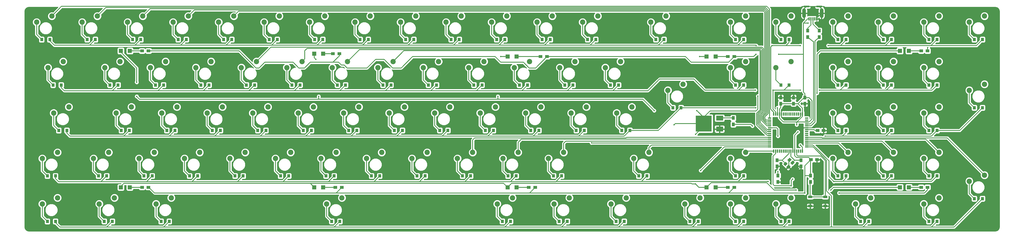
<source format=gbr>
G04 #@! TF.FileFunction,Copper,L2,Bot,Signal*
%FSLAX46Y46*%
G04 Gerber Fmt 4.6, Leading zero omitted, Abs format (unit mm)*
G04 Created by KiCad (PCBNEW 4.0.7) date 2018 June 19, Tuesday 20:07:00*
%MOMM*%
%LPD*%
G01*
G04 APERTURE LIST*
%ADD10C,0.100000*%
%ADD11C,2.200000*%
%ADD12R,1.500000X1.250000*%
%ADD13R,1.250000X1.500000*%
%ADD14R,2.350000X0.800000*%
%ADD15R,0.500000X1.400000*%
%ADD16O,1.500000X4.000000*%
%ADD17R,1.475000X0.600000*%
%ADD18R,0.600000X1.475000*%
%ADD19R,1.300000X1.500000*%
%ADD20R,1.700000X1.000000*%
%ADD21R,3.000000X2.000000*%
%ADD22R,6.700000X6.700000*%
%ADD23R,1.500000X1.300000*%
%ADD24R,1.200000X1.400000*%
%ADD25R,1.750000X1.750000*%
%ADD26C,0.600000*%
%ADD27C,0.300000*%
%ADD28C,0.254000*%
G04 APERTURE END LIST*
D10*
D11*
X54790000Y-154045000D03*
X48440000Y-156585000D03*
X185415000Y-78045000D03*
X179065000Y-80585000D03*
X166415000Y-78045000D03*
X160065000Y-80585000D03*
X147415000Y-78045000D03*
X141065000Y-80585000D03*
X90415000Y-78045000D03*
X84065000Y-80585000D03*
X301790000Y-135045000D03*
X295440000Y-137585000D03*
X57165000Y-97045000D03*
X50815000Y-99585000D03*
X394415000Y-154045000D03*
X388065000Y-156585000D03*
D12*
X369450019Y-138101939D03*
X371950019Y-138101939D03*
D13*
X362187500Y-114656250D03*
X362187500Y-112156250D03*
X356843750Y-114656250D03*
X356843750Y-112156250D03*
X366937500Y-112156250D03*
X366937500Y-114656250D03*
D12*
X372218750Y-125875000D03*
X374718750Y-125875000D03*
D13*
X355262519Y-138351939D03*
X355262519Y-140851939D03*
X365262519Y-138351939D03*
X365262519Y-140851939D03*
D14*
X372925000Y-74050000D03*
X367575000Y-74050000D03*
D15*
X368650000Y-79250000D03*
X369450000Y-79250000D03*
X370250000Y-79250000D03*
X371050000Y-79250000D03*
X371850000Y-79250000D03*
D16*
X366600000Y-76850000D03*
X373900000Y-76850000D03*
D17*
X367625519Y-120726939D03*
X367625519Y-121526939D03*
X367625519Y-122326939D03*
X367625519Y-123126939D03*
X367625519Y-123926939D03*
X367625519Y-124726939D03*
X367625519Y-125526939D03*
X367625519Y-126326939D03*
X367625519Y-127126939D03*
X367625519Y-127926939D03*
X367625519Y-128726939D03*
X367625519Y-129526939D03*
X367625519Y-130326939D03*
X367625519Y-131126939D03*
X367625519Y-131926939D03*
X367625519Y-132726939D03*
D18*
X365887519Y-134464939D03*
X365087519Y-134464939D03*
X364287519Y-134464939D03*
X363487519Y-134464939D03*
X362687519Y-134464939D03*
X361887519Y-134464939D03*
X361087519Y-134464939D03*
X360287519Y-134464939D03*
X359487519Y-134464939D03*
X358687519Y-134464939D03*
X357887519Y-134464939D03*
X357087519Y-134464939D03*
X356287519Y-134464939D03*
X355487519Y-134464939D03*
X354687519Y-134464939D03*
X353887519Y-134464939D03*
D17*
X352149519Y-132726939D03*
X352149519Y-131926939D03*
X352149519Y-131126939D03*
X352149519Y-130326939D03*
X352149519Y-129526939D03*
X352149519Y-128726939D03*
X352149519Y-127926939D03*
X352149519Y-127126939D03*
X352149519Y-126326939D03*
X352149519Y-125526939D03*
X352149519Y-124726939D03*
X352149519Y-123926939D03*
X352149519Y-123126939D03*
X352149519Y-122326939D03*
X352149519Y-121526939D03*
X352149519Y-120726939D03*
D18*
X353887519Y-118988939D03*
X354687519Y-118988939D03*
X355487519Y-118988939D03*
X356287519Y-118988939D03*
X357087519Y-118988939D03*
X357887519Y-118988939D03*
X358687519Y-118988939D03*
X359487519Y-118988939D03*
X360287519Y-118988939D03*
X361087519Y-118988939D03*
X361887519Y-118988939D03*
X362687519Y-118988939D03*
X363487519Y-118988939D03*
X364287519Y-118988939D03*
X365087519Y-118988939D03*
X365887519Y-118988939D03*
D19*
X368125000Y-84162500D03*
X368125000Y-86862500D03*
X372875000Y-84162500D03*
X372875000Y-86862500D03*
X355656250Y-144712500D03*
X355656250Y-147412500D03*
X369312500Y-144712500D03*
X369312500Y-147412500D03*
D20*
X369131250Y-157462500D03*
X375431250Y-157462500D03*
X369131250Y-153662500D03*
X375431250Y-153662500D03*
D11*
X52415000Y-78045000D03*
X46065000Y-80585000D03*
X71415000Y-78045000D03*
X65065000Y-80585000D03*
X109415000Y-78045000D03*
X103065000Y-80585000D03*
X128415000Y-78045000D03*
X122065000Y-80585000D03*
X204415000Y-78045000D03*
X198065000Y-80585000D03*
X223415000Y-78045000D03*
X217065000Y-80585000D03*
X242415000Y-78045000D03*
X236065000Y-80585000D03*
X261415000Y-78045000D03*
X255065000Y-80585000D03*
X280415000Y-78045000D03*
X274065000Y-80585000D03*
X342165000Y-78045000D03*
X335815000Y-80585000D03*
X361165000Y-78045000D03*
X354815000Y-80585000D03*
X384915000Y-78045000D03*
X378565000Y-80585000D03*
X403915000Y-78045000D03*
X397565000Y-80585000D03*
X422915000Y-78045000D03*
X416565000Y-80585000D03*
X441915000Y-78045000D03*
X435565000Y-80585000D03*
X80915000Y-97045000D03*
X74565000Y-99585000D03*
X99915000Y-97045000D03*
X93565000Y-99585000D03*
X118915000Y-97045000D03*
X112565000Y-99585000D03*
X137915000Y-97045000D03*
X131565000Y-99585000D03*
X156915000Y-97045000D03*
X150565000Y-99585000D03*
X175915000Y-97045000D03*
X169565000Y-99585000D03*
X194915000Y-97045000D03*
X188565000Y-99585000D03*
X213915000Y-97045000D03*
X207565000Y-99585000D03*
X232915000Y-97045000D03*
X226565000Y-99585000D03*
X251915000Y-97045000D03*
X245565000Y-99585000D03*
X270915000Y-97045000D03*
X264565000Y-99585000D03*
X289915000Y-97045000D03*
X283565000Y-99585000D03*
X361165000Y-97045000D03*
X354815000Y-99585000D03*
X384915000Y-97045000D03*
X378565000Y-99585000D03*
X403915000Y-97045000D03*
X397565000Y-99585000D03*
X422915000Y-97045000D03*
X416565000Y-99585000D03*
X85665000Y-116045000D03*
X79315000Y-118585000D03*
X104665000Y-116045000D03*
X98315000Y-118585000D03*
X123665000Y-116045000D03*
X117315000Y-118585000D03*
X142665000Y-116045000D03*
X136315000Y-118585000D03*
X161665000Y-116045000D03*
X155315000Y-118585000D03*
X180665000Y-116045000D03*
X174315000Y-118585000D03*
X199665000Y-116045000D03*
X193315000Y-118585000D03*
X218665000Y-116045000D03*
X212315000Y-118585000D03*
X237665000Y-116045000D03*
X231315000Y-118585000D03*
X256665000Y-116045000D03*
X250315000Y-118585000D03*
X275665000Y-116045000D03*
X269315000Y-118585000D03*
X294665000Y-116045000D03*
X288315000Y-118585000D03*
X384915000Y-116045000D03*
X378565000Y-118585000D03*
X403915000Y-116045000D03*
X397565000Y-118585000D03*
X422915000Y-116045000D03*
X416565000Y-118585000D03*
X76165000Y-135045000D03*
X69815000Y-137585000D03*
X95165000Y-135045000D03*
X88815000Y-137585000D03*
X114165000Y-135045000D03*
X107815000Y-137585000D03*
X133165000Y-135045000D03*
X126815000Y-137585000D03*
X152165000Y-135045000D03*
X145815000Y-137585000D03*
X171165000Y-135045000D03*
X164815000Y-137585000D03*
X190165000Y-135045000D03*
X183815000Y-137585000D03*
X209165000Y-135045000D03*
X202815000Y-137585000D03*
X228165000Y-135045000D03*
X221815000Y-137585000D03*
X247165000Y-135045000D03*
X240815000Y-137585000D03*
X266165000Y-135045000D03*
X259815000Y-137585000D03*
X342165000Y-135045000D03*
X335815000Y-137585000D03*
X384915000Y-135045000D03*
X378565000Y-137585000D03*
X403915000Y-135045000D03*
X397565000Y-137585000D03*
X422915000Y-135045000D03*
X416565000Y-137585000D03*
X323165000Y-154045000D03*
X316815000Y-156585000D03*
X342165000Y-154045000D03*
X335815000Y-156585000D03*
X361165000Y-154045000D03*
X354815000Y-156585000D03*
X422915000Y-154045000D03*
X416565000Y-156585000D03*
X342165000Y-97045000D03*
X335815000Y-99585000D03*
X59540000Y-116045000D03*
X53190000Y-118585000D03*
X78540000Y-154045000D03*
X72190000Y-156585000D03*
X102290000Y-154045000D03*
X95940000Y-156585000D03*
X244790000Y-154045000D03*
X238440000Y-156585000D03*
X268540000Y-154045000D03*
X262190000Y-156585000D03*
X292290000Y-154045000D03*
X285940000Y-156585000D03*
X54790000Y-135045000D03*
X48440000Y-137585000D03*
X316040000Y-106545000D03*
X309690000Y-109085000D03*
X441915000Y-144545000D03*
X435565000Y-147085000D03*
X441915000Y-106545000D03*
X435565000Y-109085000D03*
X308915000Y-78045000D03*
X302565000Y-80585000D03*
X173540000Y-154045000D03*
X167190000Y-156585000D03*
D10*
G36*
X359944321Y-141970747D02*
X359095793Y-141122219D01*
X360085743Y-140132269D01*
X360934271Y-140980797D01*
X359944321Y-141970747D01*
X359944321Y-141970747D01*
G37*
G36*
X361641377Y-140273691D02*
X360792849Y-139425163D01*
X361782799Y-138435213D01*
X362631327Y-139283741D01*
X361641377Y-140273691D01*
X361641377Y-140273691D01*
G37*
G36*
X358742239Y-140768665D02*
X357893711Y-139920137D01*
X358883661Y-138930187D01*
X359732189Y-139778715D01*
X358742239Y-140768665D01*
X358742239Y-140768665D01*
G37*
G36*
X360439295Y-139071609D02*
X359590767Y-138223081D01*
X360580717Y-137233131D01*
X361429245Y-138081659D01*
X360439295Y-139071609D01*
X360439295Y-139071609D01*
G37*
D21*
X331300000Y-125300000D03*
D22*
X324650000Y-123000000D03*
D21*
X331300000Y-120700000D03*
D19*
X337000000Y-120650000D03*
X337000000Y-123350000D03*
D23*
X90087500Y-149625000D03*
X92787500Y-149625000D03*
X170837500Y-149625000D03*
X173537500Y-149625000D03*
X251587500Y-149625000D03*
X254287500Y-149625000D03*
X334712500Y-149625000D03*
X337412500Y-149625000D03*
X415462500Y-149625000D03*
X418162500Y-149625000D03*
X90087500Y-92625000D03*
X92787500Y-92625000D03*
X169812500Y-93812500D03*
X172512500Y-93812500D03*
X256500000Y-95000000D03*
X259200000Y-95000000D03*
X334712500Y-95000000D03*
X337412500Y-95000000D03*
X415462500Y-92625000D03*
X418162500Y-92625000D03*
D24*
X418675000Y-163875000D03*
X422075000Y-163875000D03*
X390175000Y-163875000D03*
X393575000Y-163875000D03*
X356925000Y-163875000D03*
X360325000Y-163875000D03*
X337925000Y-163875000D03*
X341325000Y-163875000D03*
X318925000Y-163875000D03*
X322325000Y-163875000D03*
X288050000Y-163875000D03*
X291450000Y-163875000D03*
X264300000Y-163875000D03*
X267700000Y-163875000D03*
X240550000Y-163875000D03*
X243950000Y-163875000D03*
X169300000Y-163875000D03*
X172700000Y-163875000D03*
X98050000Y-163875000D03*
X101450000Y-163875000D03*
X74300000Y-163875000D03*
X77700000Y-163875000D03*
X50550000Y-163875000D03*
X53950000Y-163875000D03*
X437675000Y-154375000D03*
X441075000Y-154375000D03*
X418675000Y-144875000D03*
X422075000Y-144875000D03*
X399675000Y-144875000D03*
X403075000Y-144875000D03*
X380675000Y-144875000D03*
X384075000Y-144875000D03*
X337925000Y-144875000D03*
X341325000Y-144875000D03*
X297550000Y-144875000D03*
X300950000Y-144875000D03*
X261925000Y-144875000D03*
X265325000Y-144875000D03*
X242925000Y-144875000D03*
X246325000Y-144875000D03*
X223925000Y-144875000D03*
X227325000Y-144875000D03*
X204925000Y-144875000D03*
X208325000Y-144875000D03*
X185925000Y-144875000D03*
X189325000Y-144875000D03*
X166925000Y-144875000D03*
X170325000Y-144875000D03*
X147925000Y-144875000D03*
X151325000Y-144875000D03*
X128925000Y-144875000D03*
X132325000Y-144875000D03*
X109925000Y-144875000D03*
X113325000Y-144875000D03*
X90925000Y-144875000D03*
X94325000Y-144875000D03*
X71925000Y-144875000D03*
X75325000Y-144875000D03*
X50550000Y-144875000D03*
X53950000Y-144875000D03*
X418675000Y-125875000D03*
X422075000Y-125875000D03*
X399675000Y-125875000D03*
X403075000Y-125875000D03*
X380675000Y-125875000D03*
X384075000Y-125875000D03*
X290425000Y-125875000D03*
X293825000Y-125875000D03*
X271425000Y-125875000D03*
X274825000Y-125875000D03*
X252425000Y-125875000D03*
X255825000Y-125875000D03*
X233425000Y-125875000D03*
X236825000Y-125875000D03*
X214425000Y-125875000D03*
X217825000Y-125875000D03*
X195425000Y-125875000D03*
X198825000Y-125875000D03*
X176425000Y-125875000D03*
X179825000Y-125875000D03*
X157425000Y-125875000D03*
X160825000Y-125875000D03*
X138425000Y-125875000D03*
X141825000Y-125875000D03*
X119425000Y-125875000D03*
X122825000Y-125875000D03*
X100425000Y-125875000D03*
X103825000Y-125875000D03*
X81425000Y-125875000D03*
X84825000Y-125875000D03*
X55300000Y-125875000D03*
X58700000Y-125875000D03*
X437675000Y-116375000D03*
X441075000Y-116375000D03*
X418675000Y-106875000D03*
X422075000Y-106875000D03*
X399675000Y-106875000D03*
X403075000Y-106875000D03*
X380675000Y-106875000D03*
X384075000Y-106875000D03*
X356925000Y-106875000D03*
X360325000Y-106875000D03*
X337925000Y-106875000D03*
X341325000Y-106875000D03*
X311800000Y-116375000D03*
X315200000Y-116375000D03*
X285675000Y-106875000D03*
X289075000Y-106875000D03*
X266675000Y-106875000D03*
X270075000Y-106875000D03*
X247675000Y-106875000D03*
X251075000Y-106875000D03*
X228675000Y-106875000D03*
X232075000Y-106875000D03*
X209675000Y-106875000D03*
X213075000Y-106875000D03*
X190675000Y-106875000D03*
X194075000Y-106875000D03*
X171675000Y-106875000D03*
X175075000Y-106875000D03*
X152675000Y-106875000D03*
X156075000Y-106875000D03*
X133675000Y-106875000D03*
X137075000Y-106875000D03*
X114675000Y-106875000D03*
X118075000Y-106875000D03*
X95675000Y-106875000D03*
X99075000Y-106875000D03*
X76675000Y-106875000D03*
X80075000Y-106875000D03*
X52925000Y-106875000D03*
X56325000Y-106875000D03*
X437675000Y-87875000D03*
X441075000Y-87875000D03*
X418675000Y-87875000D03*
X422075000Y-87875000D03*
X399675000Y-87875000D03*
X403075000Y-87875000D03*
X380675000Y-87875000D03*
X384075000Y-87875000D03*
X356925000Y-87875000D03*
X360325000Y-87875000D03*
X337925000Y-87875000D03*
X341325000Y-87875000D03*
X304675000Y-87875000D03*
X308075000Y-87875000D03*
X276175000Y-87875000D03*
X279575000Y-87875000D03*
X257175000Y-87875000D03*
X260575000Y-87875000D03*
X238175000Y-87875000D03*
X241575000Y-87875000D03*
X219175000Y-87875000D03*
X222575000Y-87875000D03*
X200175000Y-87875000D03*
X203575000Y-87875000D03*
X181175000Y-87875000D03*
X184575000Y-87875000D03*
X162175000Y-87875000D03*
X165575000Y-87875000D03*
X143175000Y-87875000D03*
X146575000Y-87875000D03*
X124175000Y-87875000D03*
X127575000Y-87875000D03*
X105175000Y-87875000D03*
X108575000Y-87875000D03*
X86175000Y-87875000D03*
X89575000Y-87875000D03*
X67175000Y-87875000D03*
X70575000Y-87875000D03*
X48175000Y-87875000D03*
X51575000Y-87875000D03*
D25*
X406625000Y-92625000D03*
X410375000Y-92625000D03*
X325875000Y-95000000D03*
X329625000Y-95000000D03*
X242750000Y-95000000D03*
X246500000Y-95000000D03*
X162000000Y-93812500D03*
X165750000Y-93812500D03*
X81250000Y-92625000D03*
X85000000Y-92625000D03*
X406625000Y-149625000D03*
X410375000Y-149625000D03*
X325875000Y-149625000D03*
X329625000Y-149625000D03*
X242750000Y-149625000D03*
X246500000Y-149625000D03*
X162000000Y-149625000D03*
X165750000Y-149625000D03*
X81250000Y-149625000D03*
X85000000Y-149625000D03*
D26*
X363500000Y-123500000D03*
X364000000Y-126500000D03*
X356000000Y-94000000D03*
X346500000Y-94000000D03*
X418250000Y-91250000D03*
X368250000Y-81000000D03*
X381187500Y-152000000D03*
X366937500Y-152000000D03*
X359400000Y-112200000D03*
X358750000Y-115500000D03*
X372250000Y-140750000D03*
X362250000Y-124750000D03*
X335250000Y-126750000D03*
X361600000Y-142600000D03*
X369000000Y-114000000D03*
X361200000Y-120800000D03*
X376600000Y-90400000D03*
X365000000Y-90400000D03*
X353200000Y-90400000D03*
X346600000Y-90400000D03*
X373000000Y-109000000D03*
X365000000Y-109000000D03*
X353600000Y-109000000D03*
X346200000Y-109000000D03*
X375400000Y-128200000D03*
X346400000Y-116400000D03*
X355400000Y-116400000D03*
X361200000Y-149000000D03*
X361800000Y-146200000D03*
X323400000Y-142600000D03*
X277800000Y-131000000D03*
X355656250Y-143093750D03*
X355656250Y-128250000D03*
X379000000Y-147200000D03*
X351600000Y-147200000D03*
X345000000Y-124000000D03*
X365000000Y-132000000D03*
X363250000Y-150750000D03*
X377750000Y-150750000D03*
X321250000Y-127500000D03*
X321250000Y-148250000D03*
X347250000Y-111500000D03*
X372000000Y-110250000D03*
X321812500Y-117562500D03*
X323000000Y-95000000D03*
X238687500Y-111625000D03*
X239875000Y-95000000D03*
X163875000Y-111625000D03*
X162687500Y-96187500D03*
X87875000Y-105687500D03*
X87875000Y-111625000D03*
X304000000Y-117562500D03*
X312312500Y-123500000D03*
D27*
X362687519Y-134464939D02*
X362687519Y-127812481D01*
X363500000Y-122326939D02*
X363500000Y-122500000D01*
X363500000Y-123500000D02*
X363500000Y-122326939D01*
X362687519Y-127812481D02*
X364000000Y-126500000D01*
X357926939Y-122326939D02*
X363250000Y-122326939D01*
X365887519Y-120026439D02*
X363587019Y-122326939D01*
X363250000Y-122326939D02*
X367625519Y-122326939D01*
X365887519Y-118988939D02*
X365887519Y-120026439D01*
X363587019Y-122326939D02*
X363250000Y-122326939D01*
X366937500Y-144750000D02*
X369275000Y-144750000D01*
X369275000Y-144750000D02*
X369312500Y-144712500D01*
X366937500Y-152000000D02*
X366937500Y-144750000D01*
X366937500Y-144750000D02*
X366937500Y-140614458D01*
X366937500Y-140614458D02*
X369450019Y-138101939D01*
X337412500Y-95000000D02*
X345500000Y-95000000D01*
X356000000Y-94000000D02*
X366343750Y-94000000D01*
X345500000Y-95000000D02*
X346500000Y-94000000D01*
X366343750Y-94000000D02*
X366250000Y-94000000D01*
X366250000Y-94000000D02*
X366343750Y-94000000D01*
X366343750Y-81006250D02*
X368243750Y-81006250D01*
X418162500Y-91337500D02*
X418162500Y-92625000D01*
X418250000Y-91250000D02*
X418162500Y-91337500D01*
X368243750Y-81006250D02*
X368250000Y-81000000D01*
X259200000Y-95000000D02*
X317062500Y-95000000D01*
X335037500Y-97375000D02*
X337412500Y-95000000D01*
X319437500Y-97375000D02*
X335037500Y-97375000D01*
X317062500Y-95000000D02*
X319437500Y-97375000D01*
X169812500Y-97375000D02*
X172187500Y-97375000D01*
X254450000Y-99750000D02*
X259200000Y-95000000D01*
X251750000Y-99750000D02*
X254450000Y-99750000D01*
X249375000Y-97375000D02*
X251750000Y-99750000D01*
X239875000Y-97375000D02*
X249375000Y-97375000D01*
X237500000Y-95000000D02*
X239875000Y-97375000D01*
X203062500Y-95000000D02*
X237500000Y-95000000D01*
X198312500Y-99750000D02*
X203062500Y-95000000D01*
X194750000Y-99750000D02*
X198312500Y-99750000D01*
X191187500Y-96187500D02*
X194750000Y-99750000D01*
X187625000Y-96187500D02*
X191187500Y-96187500D01*
X184062500Y-99750000D02*
X187625000Y-96187500D01*
X175750000Y-99750000D02*
X184062500Y-99750000D01*
X174562500Y-98562500D02*
X175750000Y-99750000D01*
X173375000Y-98562500D02*
X174562500Y-98562500D01*
X172187500Y-97375000D02*
X173375000Y-98562500D01*
X172512500Y-93812500D02*
X172512500Y-94675000D01*
X130625000Y-92625000D02*
X92787500Y-92625000D01*
X137750000Y-99750000D02*
X130625000Y-92625000D01*
X138937500Y-99750000D02*
X137750000Y-99750000D01*
X141312500Y-97375000D02*
X138937500Y-99750000D01*
X153187500Y-97375000D02*
X141312500Y-97375000D01*
X155562500Y-99750000D02*
X153187500Y-97375000D01*
X157937500Y-99750000D02*
X155562500Y-99750000D01*
X160312500Y-97375000D02*
X157937500Y-99750000D01*
X169812500Y-97375000D02*
X160312500Y-97375000D01*
X172512500Y-94675000D02*
X169812500Y-97375000D01*
X334875000Y-152000000D02*
X366937500Y-152000000D01*
X418162500Y-150650000D02*
X418162500Y-149625000D01*
X416812500Y-152000000D02*
X418162500Y-150650000D01*
X381187500Y-152000000D02*
X416812500Y-152000000D01*
X251750000Y-152000000D02*
X334875000Y-152000000D01*
X334875000Y-152000000D02*
X335037500Y-152000000D01*
X335037500Y-152000000D02*
X337412500Y-149625000D01*
X171000000Y-152000000D02*
X251750000Y-152000000D01*
X251750000Y-152000000D02*
X251912500Y-152000000D01*
X251912500Y-152000000D02*
X254287500Y-149625000D01*
X92787500Y-149625000D02*
X92787500Y-149462500D01*
X92787500Y-149462500D02*
X95325000Y-152000000D01*
X95325000Y-152000000D02*
X171000000Y-152000000D01*
X171000000Y-152000000D02*
X171162500Y-152000000D01*
X171162500Y-152000000D02*
X173537500Y-149625000D01*
X366937500Y-112156250D02*
X366937500Y-110437500D01*
X366343750Y-109843750D02*
X366343750Y-94000000D01*
X366937500Y-110437500D02*
X366343750Y-109843750D01*
X366343750Y-94000000D02*
X366343750Y-81006250D01*
X366343750Y-81006250D02*
X368100000Y-79250000D01*
X368100000Y-79250000D02*
X368650000Y-79250000D01*
X356287519Y-118988939D02*
X356287519Y-120687519D01*
X356287519Y-120687519D02*
X357926939Y-122326939D01*
X362187500Y-114656250D02*
X356843750Y-114656250D01*
X366937500Y-112156250D02*
X366531250Y-112156250D01*
X366531250Y-112156250D02*
X364031250Y-114656250D01*
X369312500Y-144712500D02*
X369312500Y-138239458D01*
X369312500Y-138239458D02*
X369450019Y-138101939D01*
X362687519Y-134464939D02*
X362687519Y-136468769D01*
X368504330Y-137156250D02*
X369450019Y-138101939D01*
X363375000Y-137156250D02*
X368504330Y-137156250D01*
X362687519Y-136468769D02*
X363375000Y-137156250D01*
X356843750Y-114656250D02*
X356843750Y-116375000D01*
X356843750Y-116375000D02*
X356287519Y-116931231D01*
X356287519Y-116931231D02*
X356287519Y-118988939D01*
X367625519Y-122326939D02*
X368704311Y-122326939D01*
X368704311Y-122326939D02*
X369906250Y-121125000D01*
X369906250Y-121125000D02*
X369906250Y-113406250D01*
X369906250Y-113406250D02*
X368656250Y-112156250D01*
X368656250Y-112156250D02*
X366937500Y-112156250D01*
X365887519Y-118988939D02*
X365887519Y-116512519D01*
X364031250Y-114656250D02*
X362187500Y-114656250D01*
X365887519Y-116512519D02*
X364031250Y-114656250D01*
X357087519Y-118988939D02*
X357087519Y-117162481D01*
X357087519Y-117162481D02*
X358750000Y-115500000D01*
X371950019Y-140450019D02*
X372250000Y-140750000D01*
X371950019Y-140450019D02*
X371950019Y-138101939D01*
X364000000Y-121000000D02*
X361400000Y-121000000D01*
X361400000Y-121000000D02*
X361200000Y-120800000D01*
X358000000Y-121000000D02*
X361000000Y-121000000D01*
X361000000Y-121000000D02*
X361200000Y-120800000D01*
X362250000Y-124750000D02*
X362250000Y-125000000D01*
X361750000Y-125500000D02*
X361750000Y-131400000D01*
X362250000Y-125000000D02*
X361750000Y-125500000D01*
X361400000Y-131400000D02*
X361750000Y-131400000D01*
X361400000Y-131400000D02*
X361400000Y-125600000D01*
X361400000Y-125600000D02*
X362250000Y-124750000D01*
X362250000Y-124750000D02*
X367602458Y-124750000D01*
X367602458Y-124750000D02*
X367625519Y-124726939D01*
X331300000Y-125300000D02*
X333800000Y-125300000D01*
X333800000Y-125300000D02*
X335250000Y-126750000D01*
X374500000Y-74050000D02*
X374950000Y-74050000D01*
X374950000Y-74050000D02*
X375600000Y-74700000D01*
X366150000Y-74050000D02*
X365750000Y-74050000D01*
X365750000Y-74050000D02*
X365100000Y-74700000D01*
X372925000Y-74050000D02*
X374500000Y-74050000D01*
X374500000Y-74050000D02*
X374550000Y-74050000D01*
X374550000Y-74050000D02*
X375200000Y-74700000D01*
X367575000Y-74050000D02*
X366150000Y-74050000D01*
X366150000Y-74050000D02*
X365300000Y-74900000D01*
X371850000Y-79250000D02*
X371850000Y-78150000D01*
X370700000Y-77000000D02*
X370700000Y-74050000D01*
X371850000Y-78150000D02*
X370700000Y-77000000D01*
X366600000Y-76850000D02*
X373900000Y-76850000D01*
X366600000Y-76850000D02*
X366600000Y-75025000D01*
X366600000Y-75025000D02*
X367575000Y-74050000D01*
X372925000Y-74050000D02*
X370700000Y-74050000D01*
X370700000Y-74050000D02*
X367575000Y-74050000D01*
X373900000Y-76850000D02*
X373900000Y-75025000D01*
X373900000Y-75025000D02*
X372925000Y-74050000D01*
X371850000Y-79250000D02*
X371850000Y-78900000D01*
X371850000Y-78900000D02*
X373900000Y-76850000D01*
X355656250Y-147412500D02*
X357587500Y-147412500D01*
X357587500Y-147412500D02*
X361000000Y-144000000D01*
X361000000Y-144000000D02*
X362114458Y-144000000D01*
X362114458Y-144000000D02*
X365262519Y-140851939D01*
X361600000Y-142600000D02*
X361400000Y-142400000D01*
X360050387Y-140945442D02*
X360050387Y-141050387D01*
X360050387Y-141050387D02*
X361400000Y-142400000D01*
X365262519Y-140851939D02*
X363348061Y-140851939D01*
X363348061Y-140851939D02*
X361600000Y-142600000D01*
X366937500Y-114656250D02*
X368343750Y-114656250D01*
X368343750Y-114656250D02*
X369000000Y-114000000D01*
X356843750Y-112156250D02*
X359356250Y-112156250D01*
X359356250Y-112156250D02*
X359400000Y-112200000D01*
X362187500Y-112156250D02*
X359443750Y-112156250D01*
X359443750Y-112156250D02*
X359400000Y-112200000D01*
X360050387Y-140945442D02*
X360050387Y-140549613D01*
X360050387Y-140549613D02*
X360200000Y-140400000D01*
X360200000Y-140400000D02*
X360200000Y-138533087D01*
X360200000Y-138533087D02*
X360474651Y-138258436D01*
X360050387Y-140945442D02*
X360400000Y-140595829D01*
X360474651Y-138258436D02*
X360474651Y-138525349D01*
X361887519Y-134464939D02*
X361887519Y-131887519D01*
X361887519Y-131887519D02*
X361400000Y-131400000D01*
X365087519Y-118988939D02*
X365087519Y-120026439D01*
X365087519Y-120026439D02*
X364313958Y-120800000D01*
X364313958Y-120800000D02*
X361624264Y-120800000D01*
X361624264Y-120800000D02*
X361200000Y-120800000D01*
X357087519Y-118988939D02*
X357087519Y-120026439D01*
X357087519Y-120026439D02*
X357861080Y-120800000D01*
X357861080Y-120800000D02*
X361200000Y-120800000D01*
X367625519Y-124726939D02*
X369873061Y-124726939D01*
X372218750Y-125875000D02*
X371168750Y-125875000D01*
X371168750Y-125875000D02*
X370820689Y-125526939D01*
X370820689Y-125526939D02*
X368663019Y-125526939D01*
X368663019Y-125526939D02*
X367625519Y-125526939D01*
X360287519Y-134464939D02*
X360287519Y-135521304D01*
X360287519Y-135521304D02*
X357456884Y-138351939D01*
X355262519Y-138351939D02*
X357456884Y-138351939D01*
X357456884Y-138351939D02*
X358919016Y-139814071D01*
X361087519Y-134464939D02*
X361087519Y-136795568D01*
X361087519Y-136795568D02*
X362643890Y-138351939D01*
X365262519Y-138351939D02*
X362643890Y-138351939D01*
X362643890Y-138351939D02*
X361606022Y-139389807D01*
X353887519Y-118988939D02*
X353887519Y-118237998D01*
X352649521Y-90950479D02*
X353200000Y-90400000D01*
X352649521Y-117000000D02*
X352649521Y-90950479D01*
X353887519Y-118237998D02*
X352649521Y-117000000D01*
X419550000Y-90400000D02*
X438550000Y-90400000D01*
X438550000Y-90400000D02*
X441075000Y-87875000D01*
X400550000Y-90400000D02*
X419550000Y-90400000D01*
X419550000Y-90400000D02*
X422075000Y-87875000D01*
X381800000Y-90400000D02*
X400550000Y-90400000D01*
X400550000Y-90400000D02*
X403075000Y-87875000D01*
X359000000Y-90400000D02*
X365000000Y-90400000D01*
X381800000Y-90400000D02*
X384075000Y-88125000D01*
X376600000Y-90400000D02*
X381800000Y-90400000D01*
X384075000Y-88125000D02*
X384075000Y-87875000D01*
X338950000Y-90250000D02*
X346450000Y-90250000D01*
X360325000Y-89075000D02*
X360325000Y-87875000D01*
X359000000Y-90400000D02*
X360325000Y-89075000D01*
X353200000Y-90400000D02*
X359000000Y-90400000D01*
X346450000Y-90250000D02*
X346600000Y-90400000D01*
X305700000Y-90250000D02*
X338950000Y-90250000D01*
X338950000Y-90250000D02*
X341325000Y-87875000D01*
X277200000Y-90250000D02*
X305700000Y-90250000D01*
X305700000Y-90250000D02*
X308075000Y-87875000D01*
X258200000Y-90250000D02*
X277200000Y-90250000D01*
X277200000Y-90250000D02*
X279575000Y-87875000D01*
X239200000Y-90250000D02*
X258200000Y-90250000D01*
X258200000Y-90250000D02*
X260575000Y-87875000D01*
X220200000Y-90250000D02*
X239200000Y-90250000D01*
X239200000Y-90250000D02*
X241575000Y-87875000D01*
X201200000Y-90250000D02*
X220200000Y-90250000D01*
X220200000Y-90250000D02*
X222575000Y-87875000D01*
X182200000Y-90250000D02*
X201200000Y-90250000D01*
X201200000Y-90250000D02*
X203575000Y-87875000D01*
X163200000Y-90250000D02*
X182200000Y-90250000D01*
X182200000Y-90250000D02*
X184575000Y-87875000D01*
X144200000Y-90250000D02*
X163200000Y-90250000D01*
X163200000Y-90250000D02*
X165575000Y-87875000D01*
X125200000Y-90250000D02*
X144200000Y-90250000D01*
X144200000Y-90250000D02*
X146575000Y-87875000D01*
X106200000Y-90250000D02*
X125200000Y-90250000D01*
X125200000Y-90250000D02*
X127575000Y-87875000D01*
X87200000Y-90250000D02*
X106200000Y-90250000D01*
X106200000Y-90250000D02*
X108575000Y-87875000D01*
X68200000Y-90250000D02*
X87200000Y-90250000D01*
X87200000Y-90250000D02*
X89575000Y-87875000D01*
X51575000Y-87875000D02*
X51575000Y-88387500D01*
X51575000Y-88387500D02*
X53437500Y-90250000D01*
X53437500Y-90250000D02*
X68200000Y-90250000D01*
X68200000Y-90250000D02*
X70575000Y-87875000D01*
X217065000Y-80585000D02*
X217065000Y-85765000D01*
X217065000Y-85765000D02*
X219175000Y-87875000D01*
X354687519Y-118988939D02*
X354687519Y-118087519D01*
X353600000Y-117000000D02*
X353600000Y-109000000D01*
X354687519Y-118087519D02*
X353600000Y-117000000D01*
X400950000Y-109000000D02*
X419950000Y-109000000D01*
X419950000Y-109000000D02*
X422075000Y-106875000D01*
X381600000Y-109000000D02*
X400950000Y-109000000D01*
X400950000Y-109000000D02*
X403075000Y-106875000D01*
X358200000Y-109000000D02*
X365000000Y-109000000D01*
X381600000Y-109000000D02*
X383725000Y-106875000D01*
X373000000Y-109000000D02*
X381600000Y-109000000D01*
X383725000Y-106875000D02*
X384075000Y-106875000D01*
X339200000Y-109000000D02*
X346200000Y-109000000D01*
X358200000Y-109000000D02*
X360325000Y-106875000D01*
X353600000Y-109000000D02*
X358200000Y-109000000D01*
X286700000Y-109250000D02*
X301350000Y-109250000D01*
X339200000Y-109000000D02*
X341325000Y-106875000D01*
X325200000Y-109000000D02*
X339200000Y-109000000D01*
X320600000Y-104400000D02*
X325200000Y-109000000D01*
X306200000Y-104400000D02*
X320600000Y-104400000D01*
X301350000Y-109250000D02*
X306200000Y-104400000D01*
X56325000Y-106875000D02*
X56325000Y-107981250D01*
X57593750Y-109250000D02*
X77700000Y-109250000D01*
X56325000Y-107981250D02*
X57593750Y-109250000D01*
X267700000Y-109250000D02*
X286700000Y-109250000D01*
X286700000Y-109250000D02*
X289075000Y-106875000D01*
X191700000Y-109250000D02*
X210700000Y-109250000D01*
X191700000Y-109250000D02*
X194075000Y-106875000D01*
X172700000Y-109250000D02*
X191700000Y-109250000D01*
X248700000Y-109250000D02*
X251075000Y-106875000D01*
X248700000Y-109250000D02*
X267700000Y-109250000D01*
X267700000Y-109250000D02*
X270075000Y-106875000D01*
X229700000Y-109250000D02*
X232075000Y-106875000D01*
X229700000Y-109250000D02*
X248700000Y-109250000D01*
X210700000Y-109250000D02*
X213075000Y-106875000D01*
X210700000Y-109250000D02*
X229700000Y-109250000D01*
X153700000Y-109250000D02*
X172700000Y-109250000D01*
X172700000Y-109250000D02*
X175075000Y-106875000D01*
X153700000Y-109250000D02*
X156075000Y-106875000D01*
X134700000Y-109250000D02*
X153700000Y-109250000D01*
X115700000Y-109250000D02*
X134700000Y-109250000D01*
X134700000Y-109250000D02*
X137075000Y-106875000D01*
X115700000Y-109250000D02*
X118075000Y-106875000D01*
X77700000Y-109250000D02*
X80075000Y-106875000D01*
X96700000Y-109250000D02*
X99075000Y-106875000D01*
X96700000Y-109250000D02*
X115700000Y-109250000D01*
X77700000Y-109250000D02*
X96700000Y-109250000D01*
X236065000Y-80585000D02*
X236065000Y-85765000D01*
X236065000Y-85765000D02*
X238175000Y-87875000D01*
X255065000Y-80585000D02*
X255065000Y-85765000D01*
X255065000Y-85765000D02*
X257175000Y-87875000D01*
X274065000Y-80585000D02*
X274065000Y-85765000D01*
X274065000Y-85765000D02*
X276175000Y-87875000D01*
X302565000Y-80585000D02*
X302565000Y-85765000D01*
X302565000Y-85765000D02*
X304675000Y-87875000D01*
X335815000Y-80585000D02*
X335815000Y-85765000D01*
X335815000Y-85765000D02*
X337925000Y-87875000D01*
X354815000Y-80585000D02*
X354815000Y-85765000D01*
X354815000Y-85765000D02*
X356925000Y-87875000D01*
X378565000Y-80585000D02*
X378565000Y-85765000D01*
X378565000Y-85765000D02*
X380675000Y-87875000D01*
X397565000Y-80585000D02*
X397565000Y-85765000D01*
X397565000Y-85765000D02*
X399675000Y-87875000D01*
X416565000Y-80585000D02*
X416565000Y-85765000D01*
X416565000Y-85765000D02*
X418675000Y-87875000D01*
X435565000Y-80585000D02*
X435565000Y-85765000D01*
X435565000Y-85765000D02*
X437675000Y-87875000D01*
X50815000Y-99585000D02*
X50815000Y-104765000D01*
X50815000Y-104765000D02*
X52925000Y-106875000D01*
X74565000Y-99585000D02*
X74565000Y-104765000D01*
X74565000Y-104765000D02*
X76675000Y-106875000D01*
X93565000Y-99585000D02*
X93565000Y-104765000D01*
X93565000Y-104765000D02*
X95675000Y-106875000D01*
X112565000Y-99585000D02*
X112565000Y-104765000D01*
X112565000Y-104765000D02*
X114675000Y-106875000D01*
X131565000Y-104765000D02*
X133675000Y-106875000D01*
X131565000Y-99585000D02*
X131565000Y-104765000D01*
X150565000Y-99585000D02*
X150565000Y-104765000D01*
X150565000Y-104765000D02*
X152675000Y-106875000D01*
X169565000Y-104765000D02*
X171675000Y-106875000D01*
X169565000Y-99585000D02*
X169565000Y-104765000D01*
X188565000Y-99585000D02*
X188565000Y-104765000D01*
X188565000Y-104765000D02*
X190675000Y-106875000D01*
X207565000Y-99585000D02*
X207565000Y-104765000D01*
X207565000Y-104765000D02*
X209675000Y-106875000D01*
X226565000Y-99585000D02*
X226565000Y-104765000D01*
X226565000Y-104765000D02*
X228675000Y-106875000D01*
X375400000Y-128200000D02*
X382600000Y-128200000D01*
X355487519Y-118988939D02*
X355487519Y-116487519D01*
X346375000Y-116375000D02*
X315200000Y-116375000D01*
X346400000Y-116400000D02*
X346375000Y-116375000D01*
X355487519Y-116487519D02*
X355400000Y-116400000D01*
X422075000Y-125875000D02*
X431575000Y-125875000D01*
X431575000Y-125875000D02*
X441075000Y-116375000D01*
X400750000Y-128200000D02*
X419750000Y-128200000D01*
X419750000Y-128200000D02*
X422075000Y-125875000D01*
X382600000Y-128200000D02*
X400750000Y-128200000D01*
X400750000Y-128200000D02*
X403075000Y-125875000D01*
X384075000Y-126725000D02*
X384075000Y-125875000D01*
X382600000Y-128200000D02*
X384075000Y-126725000D01*
X293825000Y-125875000D02*
X305700000Y-125875000D01*
X305700000Y-125875000D02*
X315200000Y-116375000D01*
X58700000Y-125875000D02*
X58700000Y-126981250D01*
X59968750Y-128250000D02*
X82450000Y-128250000D01*
X58700000Y-126981250D02*
X59968750Y-128250000D01*
X196450000Y-128250000D02*
X198825000Y-125875000D01*
X177450000Y-128250000D02*
X196450000Y-128250000D01*
X177450000Y-128250000D02*
X179825000Y-125875000D01*
X120450000Y-128250000D02*
X139450000Y-128250000D01*
X139450000Y-128250000D02*
X141825000Y-125875000D01*
X120450000Y-128250000D02*
X122825000Y-125875000D01*
X158450000Y-128250000D02*
X177450000Y-128250000D01*
X139450000Y-128250000D02*
X158450000Y-128250000D01*
X158450000Y-128250000D02*
X160825000Y-125875000D01*
X215450000Y-128250000D02*
X217825000Y-125875000D01*
X196450000Y-128250000D02*
X215450000Y-128250000D01*
X234450000Y-128250000D02*
X253450000Y-128250000D01*
X291450000Y-128250000D02*
X293825000Y-125875000D01*
X272450000Y-128250000D02*
X291450000Y-128250000D01*
X272450000Y-128250000D02*
X274825000Y-125875000D01*
X253450000Y-128250000D02*
X255825000Y-125875000D01*
X253450000Y-128250000D02*
X272450000Y-128250000D01*
X215450000Y-128250000D02*
X234450000Y-128250000D01*
X234450000Y-128250000D02*
X236825000Y-125875000D01*
X101450000Y-128250000D02*
X103825000Y-125875000D01*
X101450000Y-128250000D02*
X120450000Y-128250000D01*
X82450000Y-128250000D02*
X101450000Y-128250000D01*
X82450000Y-128250000D02*
X84825000Y-125875000D01*
X245565000Y-104765000D02*
X247675000Y-106875000D01*
X245565000Y-99585000D02*
X245565000Y-104765000D01*
X264565000Y-99585000D02*
X264565000Y-104765000D01*
X264565000Y-104765000D02*
X266675000Y-106875000D01*
X283565000Y-99585000D02*
X283565000Y-104765000D01*
X283565000Y-104765000D02*
X285675000Y-106875000D01*
X309690000Y-109085000D02*
X309690000Y-114265000D01*
X309690000Y-114265000D02*
X311800000Y-116375000D01*
X335815000Y-99585000D02*
X335815000Y-104765000D01*
X335815000Y-104765000D02*
X337925000Y-106875000D01*
X354815000Y-99585000D02*
X354815000Y-104765000D01*
X354815000Y-104765000D02*
X356925000Y-106875000D01*
X378565000Y-99585000D02*
X378565000Y-104765000D01*
X378565000Y-104765000D02*
X380675000Y-106875000D01*
X397565000Y-99585000D02*
X397565000Y-104765000D01*
X397565000Y-104765000D02*
X399675000Y-106875000D01*
X416565000Y-99585000D02*
X416565000Y-104765000D01*
X416565000Y-104765000D02*
X418675000Y-106875000D01*
X435565000Y-109085000D02*
X435565000Y-114265000D01*
X435565000Y-114265000D02*
X437675000Y-116375000D01*
X53190000Y-118585000D02*
X53190000Y-123765000D01*
X53190000Y-123765000D02*
X55300000Y-125875000D01*
X79315000Y-118585000D02*
X79315000Y-123765000D01*
X79315000Y-123765000D02*
X81425000Y-125875000D01*
X98315000Y-118585000D02*
X98315000Y-123765000D01*
X98315000Y-123765000D02*
X100425000Y-125875000D01*
X117315000Y-118585000D02*
X117315000Y-123765000D01*
X117315000Y-123765000D02*
X119425000Y-125875000D01*
X136315000Y-118585000D02*
X136315000Y-123765000D01*
X136315000Y-123765000D02*
X138425000Y-125875000D01*
X155315000Y-123765000D02*
X157425000Y-125875000D01*
X155315000Y-118585000D02*
X155315000Y-123765000D01*
X174315000Y-118585000D02*
X174315000Y-123765000D01*
X174315000Y-123765000D02*
X176425000Y-125875000D01*
X193315000Y-118585000D02*
X193315000Y-123765000D01*
X193315000Y-123765000D02*
X195425000Y-125875000D01*
X212315000Y-123765000D02*
X214425000Y-125875000D01*
X212315000Y-118585000D02*
X212315000Y-123765000D01*
X231315000Y-118585000D02*
X231315000Y-123765000D01*
X231315000Y-123765000D02*
X233425000Y-125875000D01*
X250315000Y-123765000D02*
X252425000Y-125875000D01*
X250315000Y-118585000D02*
X250315000Y-123765000D01*
X269315000Y-118585000D02*
X269315000Y-123765000D01*
X269315000Y-123765000D02*
X271425000Y-125875000D01*
X288315000Y-118585000D02*
X288315000Y-123765000D01*
X288315000Y-123765000D02*
X290425000Y-125875000D01*
X378565000Y-118585000D02*
X378565000Y-123765000D01*
X378565000Y-123765000D02*
X380675000Y-125875000D01*
X397565000Y-118585000D02*
X397565000Y-123765000D01*
X397565000Y-123765000D02*
X399675000Y-125875000D01*
X416565000Y-118585000D02*
X416565000Y-123765000D01*
X416565000Y-123765000D02*
X418675000Y-125875000D01*
X48440000Y-137585000D02*
X48440000Y-142765000D01*
X48440000Y-142765000D02*
X50550000Y-144875000D01*
X69815000Y-142765000D02*
X71925000Y-144875000D01*
X69815000Y-137585000D02*
X69815000Y-142765000D01*
X88815000Y-142765000D02*
X90925000Y-144875000D01*
X88815000Y-137585000D02*
X88815000Y-142765000D01*
X107815000Y-142765000D02*
X109925000Y-144875000D01*
X107815000Y-137585000D02*
X107815000Y-142765000D01*
X126815000Y-142765000D02*
X128925000Y-144875000D01*
X126815000Y-137585000D02*
X126815000Y-142765000D01*
X145815000Y-142765000D02*
X147925000Y-144875000D01*
X145815000Y-137585000D02*
X145815000Y-142765000D01*
X164815000Y-142765000D02*
X166925000Y-144875000D01*
X164815000Y-137585000D02*
X164815000Y-142765000D01*
X183815000Y-142765000D02*
X185925000Y-144875000D01*
X183815000Y-137585000D02*
X183815000Y-142765000D01*
X202815000Y-142765000D02*
X204925000Y-144875000D01*
X202815000Y-137585000D02*
X202815000Y-142765000D01*
X221815000Y-142765000D02*
X223925000Y-144875000D01*
X221815000Y-137585000D02*
X221815000Y-142765000D01*
X367625519Y-132726939D02*
X370340299Y-132726939D01*
X378000000Y-153200000D02*
X378000000Y-166250000D01*
X376000000Y-151200000D02*
X378000000Y-153200000D01*
X376000000Y-138386640D02*
X376000000Y-151200000D01*
X370340299Y-132726939D02*
X376000000Y-138386640D01*
X419600000Y-166250000D02*
X429200000Y-166250000D01*
X429200000Y-166250000D02*
X441075000Y-154375000D01*
X391000000Y-166250000D02*
X419600000Y-166250000D01*
X419600000Y-166250000D02*
X419700000Y-166250000D01*
X419700000Y-166250000D02*
X422075000Y-163875000D01*
X357950000Y-166250000D02*
X378000000Y-166250000D01*
X378000000Y-166250000D02*
X391000000Y-166250000D01*
X391000000Y-166250000D02*
X391200000Y-166250000D01*
X391200000Y-166250000D02*
X393575000Y-163875000D01*
X339031250Y-166250000D02*
X357950000Y-166250000D01*
X357950000Y-166250000D02*
X360325000Y-163875000D01*
X319437500Y-166250000D02*
X339031250Y-166250000D01*
X339031250Y-166250000D02*
X338950000Y-166250000D01*
X338950000Y-166250000D02*
X341325000Y-163875000D01*
X289075000Y-166250000D02*
X319437500Y-166250000D01*
X319437500Y-166250000D02*
X319950000Y-166250000D01*
X319950000Y-166250000D02*
X322325000Y-163875000D01*
X265325000Y-166250000D02*
X289075000Y-166250000D01*
X289075000Y-166250000D02*
X291450000Y-163875000D01*
X241575000Y-166250000D02*
X265325000Y-166250000D01*
X265325000Y-166250000D02*
X267700000Y-163875000D01*
X169812500Y-166250000D02*
X241575000Y-166250000D01*
X241575000Y-166250000D02*
X243950000Y-163875000D01*
X99075000Y-166250000D02*
X169812500Y-166250000D01*
X169812500Y-166250000D02*
X170325000Y-166250000D01*
X170325000Y-166250000D02*
X172700000Y-163875000D01*
X75325000Y-166250000D02*
X99075000Y-166250000D01*
X99075000Y-166250000D02*
X101450000Y-163875000D01*
X53950000Y-163875000D02*
X53950000Y-164387500D01*
X53950000Y-164387500D02*
X55812500Y-166250000D01*
X55812500Y-166250000D02*
X75325000Y-166250000D01*
X75325000Y-166250000D02*
X77700000Y-163875000D01*
X240815000Y-142765000D02*
X242925000Y-144875000D01*
X240815000Y-137585000D02*
X240815000Y-142765000D01*
X259815000Y-142765000D02*
X261925000Y-144875000D01*
X259815000Y-137585000D02*
X259815000Y-142765000D01*
X295440000Y-137585000D02*
X295440000Y-142765000D01*
X295440000Y-142765000D02*
X297550000Y-144875000D01*
X335815000Y-137585000D02*
X335815000Y-142765000D01*
X335815000Y-142765000D02*
X337925000Y-144875000D01*
X378565000Y-137585000D02*
X378565000Y-142765000D01*
X378565000Y-142765000D02*
X380675000Y-144875000D01*
X397565000Y-137585000D02*
X397565000Y-142765000D01*
X397565000Y-142765000D02*
X399675000Y-144875000D01*
X416565000Y-137585000D02*
X416565000Y-142765000D01*
X416565000Y-142765000D02*
X418675000Y-144875000D01*
X435565000Y-147085000D02*
X435565000Y-152265000D01*
X435565000Y-152265000D02*
X437675000Y-154375000D01*
X48440000Y-156585000D02*
X48440000Y-161765000D01*
X48440000Y-161765000D02*
X50550000Y-163875000D01*
X72190000Y-156585000D02*
X72190000Y-161765000D01*
X72190000Y-161765000D02*
X74300000Y-163875000D01*
X95940000Y-156585000D02*
X95940000Y-161765000D01*
X95940000Y-161765000D02*
X98050000Y-163875000D01*
X167190000Y-156585000D02*
X167190000Y-161765000D01*
X167190000Y-161765000D02*
X169300000Y-163875000D01*
X238440000Y-156585000D02*
X238440000Y-161765000D01*
X238440000Y-161765000D02*
X240550000Y-163875000D01*
X262190000Y-156585000D02*
X262190000Y-161765000D01*
X262190000Y-161765000D02*
X264300000Y-163875000D01*
X285940000Y-156585000D02*
X285940000Y-161765000D01*
X285940000Y-161765000D02*
X288050000Y-163875000D01*
X316815000Y-156585000D02*
X316815000Y-161765000D01*
X316815000Y-161765000D02*
X318925000Y-163875000D01*
X335815000Y-156585000D02*
X335815000Y-161765000D01*
X335815000Y-161765000D02*
X337925000Y-163875000D01*
X354815000Y-156585000D02*
X354815000Y-161765000D01*
X354815000Y-161765000D02*
X356925000Y-163875000D01*
X388065000Y-156585000D02*
X388065000Y-161765000D01*
X388065000Y-161765000D02*
X390175000Y-163875000D01*
X416565000Y-156585000D02*
X416565000Y-161765000D01*
X416565000Y-161765000D02*
X418675000Y-163875000D01*
X368125000Y-84162500D02*
X368125000Y-83112500D01*
X369450000Y-81787500D02*
X369450000Y-80250000D01*
X368125000Y-83112500D02*
X369450000Y-81787500D01*
X369450000Y-80250000D02*
X369450000Y-79250000D01*
X372875000Y-84162500D02*
X372875000Y-84062500D01*
X372875000Y-84062500D02*
X370250000Y-81437500D01*
X370250000Y-81437500D02*
X370250000Y-80250000D01*
X370250000Y-80250000D02*
X370250000Y-79250000D01*
X370500000Y-88700000D02*
X370362500Y-88700000D01*
X370362500Y-88700000D02*
X368125000Y-86962500D01*
X368125000Y-86962500D02*
X368125000Y-86862500D01*
X367625519Y-123126939D02*
X369091811Y-123126939D01*
X370500000Y-121631250D02*
X370500000Y-88700000D01*
X369091811Y-123126939D02*
X370500000Y-121718750D01*
X371100000Y-88450000D02*
X371137500Y-88450000D01*
X371137500Y-88450000D02*
X372875000Y-86962500D01*
X372875000Y-86962500D02*
X372875000Y-86862500D01*
X367625519Y-123926939D02*
X369479311Y-123926939D01*
X371100000Y-122318750D02*
X371100000Y-88450000D01*
X369479311Y-123926939D02*
X371093750Y-122312500D01*
X375431250Y-153662500D02*
X369131250Y-153662500D01*
X375431250Y-153662500D02*
X375431250Y-151831250D01*
X363487519Y-134464939D02*
X363487519Y-136081269D01*
X373468750Y-136562500D02*
X375431250Y-138525000D01*
X363968750Y-136562500D02*
X373468750Y-136562500D01*
X363487519Y-136081269D02*
X363968750Y-136562500D01*
X375431250Y-138525000D02*
X375431250Y-151831250D01*
X369131250Y-153662500D02*
X369131250Y-147593750D01*
X369131250Y-147593750D02*
X369312500Y-147412500D01*
X369450019Y-146949981D02*
X369312500Y-147087500D01*
X367625519Y-128726939D02*
X373926939Y-128726939D01*
X426370000Y-129000000D02*
X441915000Y-144545000D01*
X374200000Y-129000000D02*
X426370000Y-129000000D01*
X373926939Y-128726939D02*
X374200000Y-129000000D01*
X367625519Y-129526939D02*
X417396939Y-129526939D01*
X417396939Y-129526939D02*
X422915000Y-135045000D01*
X367625519Y-130326939D02*
X399196939Y-130326939D01*
X399196939Y-130326939D02*
X403915000Y-135045000D01*
X367625519Y-131126939D02*
X380996939Y-131126939D01*
X380996939Y-131126939D02*
X384915000Y-135045000D01*
X354687519Y-134464939D02*
X354687519Y-135512481D01*
X354200000Y-149000000D02*
X361200000Y-149000000D01*
X353600000Y-148400000D02*
X354200000Y-149000000D01*
X353600000Y-136600000D02*
X353600000Y-148400000D01*
X354687519Y-135512481D02*
X353600000Y-136600000D01*
X361200000Y-146800000D02*
X361200000Y-149000000D01*
X361800000Y-146200000D02*
X361200000Y-146800000D01*
X353887519Y-134464939D02*
X342745061Y-134464939D01*
X342745061Y-134464939D02*
X342165000Y-135045000D01*
X352149519Y-132726939D02*
X333273061Y-132726939D01*
X333273061Y-132726939D02*
X323400000Y-142600000D01*
X352149519Y-131926939D02*
X302873061Y-131926939D01*
X302873061Y-131926939D02*
X301790000Y-133010000D01*
X301790000Y-133010000D02*
X301790000Y-135045000D01*
X352149519Y-131126939D02*
X277926939Y-131126939D01*
X277926939Y-131126939D02*
X277800000Y-131000000D01*
X352149519Y-130326939D02*
X267073061Y-130326939D01*
X267073061Y-130326939D02*
X266165000Y-131235000D01*
X266165000Y-131235000D02*
X266165000Y-135045000D01*
X352149519Y-129526939D02*
X248473061Y-129526939D01*
X248473061Y-129526939D02*
X247165000Y-130835000D01*
X247165000Y-130835000D02*
X247165000Y-135045000D01*
X352149519Y-128726939D02*
X292473061Y-128726939D01*
X292473061Y-128726939D02*
X292200000Y-129000000D01*
X229000000Y-129000000D02*
X228165000Y-129835000D01*
X292200000Y-129000000D02*
X229000000Y-129000000D01*
X228165000Y-129835000D02*
X228165000Y-135045000D01*
X334500000Y-92550031D02*
X199409969Y-92550031D01*
X346749930Y-118699747D02*
X348149447Y-117300230D01*
X346749930Y-123564850D02*
X346749930Y-118699747D01*
X351112019Y-127926939D02*
X346749930Y-123564850D01*
X352149519Y-127926939D02*
X351112019Y-127926939D01*
X348149447Y-92649447D02*
X348050031Y-92550031D01*
X348149447Y-117300230D02*
X348149447Y-92649447D01*
X348050031Y-92550031D02*
X334500000Y-92550031D01*
X199409969Y-92550031D02*
X194915000Y-97045000D01*
X348300021Y-92050021D02*
X180909979Y-92050021D01*
X180909979Y-92050021D02*
X175915000Y-97045000D01*
X348649457Y-117507340D02*
X348649457Y-92399457D01*
X348649457Y-92399457D02*
X348300021Y-92050021D01*
X352149519Y-127126939D02*
X351112019Y-127126939D01*
X351112019Y-127126939D02*
X347249940Y-123264860D01*
X347249940Y-123264860D02*
X347249940Y-118906857D01*
X347249940Y-118906857D02*
X348649457Y-117507340D01*
X333500000Y-91550011D02*
X162687500Y-91550011D01*
X162687500Y-91550011D02*
X162409989Y-91550011D01*
X156915000Y-97045000D02*
X158014999Y-95945001D01*
X158014999Y-92547501D02*
X159012489Y-91550011D01*
X158014999Y-95945001D02*
X158014999Y-92547501D01*
X159012489Y-91550011D02*
X162687500Y-91550011D01*
X347749950Y-122964870D02*
X347749950Y-119113967D01*
X347749950Y-119113967D02*
X349149467Y-117714450D01*
X351112019Y-126326939D02*
X347749950Y-122964870D01*
X352149519Y-126326939D02*
X351112019Y-126326939D01*
X349149467Y-91899467D02*
X348800011Y-91550011D01*
X349149467Y-117714450D02*
X349149467Y-91899467D01*
X348800011Y-91550011D02*
X333500000Y-91550011D01*
X331300001Y-91050001D02*
X143909999Y-91050001D01*
X348249960Y-122664880D02*
X348249960Y-119321077D01*
X351112019Y-125526939D02*
X348249960Y-122664880D01*
X348249960Y-119321077D02*
X349649477Y-117921560D01*
X352149519Y-125526939D02*
X351112019Y-125526939D01*
X349649477Y-117921560D02*
X349649477Y-91649477D01*
X349050001Y-91050001D02*
X331300001Y-91050001D01*
X349649477Y-91649477D02*
X349050001Y-91050001D01*
X143909999Y-91050001D02*
X137915000Y-97045000D01*
X352149519Y-124726939D02*
X355101939Y-124726939D01*
X355656250Y-143093750D02*
X355656250Y-144712500D01*
X355656250Y-125281250D02*
X355656250Y-128250000D01*
X355101939Y-124726939D02*
X355656250Y-125281250D01*
X352110080Y-124687500D02*
X352149519Y-124726939D01*
X349750032Y-76000032D02*
X130459968Y-76000032D01*
X130459968Y-76000032D02*
X128415000Y-78045000D01*
X350149487Y-118128670D02*
X350149487Y-76399487D01*
X350149487Y-76399487D02*
X349750032Y-76000032D01*
X352149519Y-123926939D02*
X351055579Y-123926939D01*
X351055579Y-123926939D02*
X348749970Y-121621330D01*
X348749970Y-121621330D02*
X348749970Y-119528187D01*
X348749970Y-119528187D02*
X350149487Y-118128670D01*
X350000022Y-75500022D02*
X111959978Y-75500022D01*
X111959978Y-75500022D02*
X109415000Y-78045000D01*
X350649497Y-118335780D02*
X350649497Y-76149497D01*
X350649497Y-76149497D02*
X350000022Y-75500022D01*
X352149519Y-123126939D02*
X350962699Y-123126939D01*
X350962699Y-123126939D02*
X349249980Y-121414220D01*
X349249980Y-121414220D02*
X349249980Y-119735297D01*
X349249980Y-119735297D02*
X350649497Y-118335780D01*
X350250012Y-75000012D02*
X93459988Y-75000012D01*
X93459988Y-75000012D02*
X90415000Y-78045000D01*
X351149507Y-118542890D02*
X351149507Y-75899507D01*
X351149507Y-75899507D02*
X350250012Y-75000012D01*
X352149519Y-122326939D02*
X350869819Y-122326939D01*
X349749990Y-121207110D02*
X349749990Y-119942407D01*
X350869819Y-122326939D02*
X349749990Y-121207110D01*
X349749990Y-119942407D02*
X351149507Y-118542890D01*
X350250000Y-121000000D02*
X350250000Y-120149517D01*
X350250000Y-120149517D02*
X351649517Y-118750000D01*
X351649517Y-118750000D02*
X351649517Y-75649519D01*
X351649517Y-75649519D02*
X350500000Y-74500002D01*
X350500000Y-74500002D02*
X74959998Y-74500002D01*
X74959998Y-74500002D02*
X71415000Y-78045000D01*
X352149519Y-121526939D02*
X350776939Y-121526939D01*
X350250000Y-121000000D02*
X350250000Y-120899517D01*
X350776939Y-121526939D02*
X350250000Y-121000000D01*
X352149519Y-120726939D02*
X352149519Y-75149519D01*
X56460000Y-74000000D02*
X52415000Y-78045000D01*
X351000000Y-74000000D02*
X56460000Y-74000000D01*
X352149519Y-75149519D02*
X351000000Y-74000000D01*
X46065000Y-80585000D02*
X46065000Y-85765000D01*
X46065000Y-85765000D02*
X48175000Y-87875000D01*
X48175000Y-87875000D02*
X48175000Y-87362500D01*
X65065000Y-80585000D02*
X65065000Y-85765000D01*
X65065000Y-85765000D02*
X67175000Y-87875000D01*
X84065000Y-80585000D02*
X84065000Y-85765000D01*
X84065000Y-85765000D02*
X86175000Y-87875000D01*
X103065000Y-80585000D02*
X103065000Y-85765000D01*
X103065000Y-85765000D02*
X105175000Y-87875000D01*
X122065000Y-80585000D02*
X122065000Y-85765000D01*
X122065000Y-85765000D02*
X124175000Y-87875000D01*
X141065000Y-80585000D02*
X141065000Y-85765000D01*
X141065000Y-85765000D02*
X143175000Y-87875000D01*
X160065000Y-80585000D02*
X160065000Y-85765000D01*
X160065000Y-85765000D02*
X162175000Y-87875000D01*
X179065000Y-80585000D02*
X179065000Y-85765000D01*
X179065000Y-85765000D02*
X181175000Y-87875000D01*
X198065000Y-80585000D02*
X198065000Y-85765000D01*
X198065000Y-85765000D02*
X200175000Y-87875000D01*
X367625519Y-131926939D02*
X370326939Y-131926939D01*
X377000000Y-145200000D02*
X379000000Y-147200000D01*
X377000000Y-138600000D02*
X377000000Y-145200000D01*
X370326939Y-131926939D02*
X377000000Y-138600000D01*
X400800000Y-147100000D02*
X419850000Y-147100000D01*
X419850000Y-147100000D02*
X422075000Y-144875000D01*
X382700000Y-147100000D02*
X400800000Y-147100000D01*
X400800000Y-147100000D02*
X400850000Y-147100000D01*
X400850000Y-147100000D02*
X403075000Y-144875000D01*
X339000000Y-147168750D02*
X351568750Y-147168750D01*
X384075000Y-145725000D02*
X384075000Y-144875000D01*
X382600000Y-147200000D02*
X382700000Y-147100000D01*
X382700000Y-147100000D02*
X384075000Y-145725000D01*
X379000000Y-147200000D02*
X382600000Y-147200000D01*
X351568750Y-147168750D02*
X351600000Y-147200000D01*
X298600000Y-147168750D02*
X339000000Y-147168750D01*
X339000000Y-147168750D02*
X339031250Y-147168750D01*
X339031250Y-147168750D02*
X341325000Y-144875000D01*
X263031250Y-147168750D02*
X298600000Y-147168750D01*
X298600000Y-147168750D02*
X298656250Y-147168750D01*
X298656250Y-147168750D02*
X300950000Y-144875000D01*
X53950000Y-144875000D02*
X53950000Y-145981250D01*
X55218750Y-147250000D02*
X72950000Y-147250000D01*
X53950000Y-145981250D02*
X55218750Y-147250000D01*
X72950000Y-147250000D02*
X75325000Y-144875000D01*
X91950000Y-147250000D02*
X94325000Y-144875000D01*
X72950000Y-147250000D02*
X91950000Y-147250000D01*
X110950000Y-147250000D02*
X113325000Y-144875000D01*
X91950000Y-147250000D02*
X110950000Y-147250000D01*
X129950000Y-147250000D02*
X132325000Y-144875000D01*
X110950000Y-147250000D02*
X129950000Y-147250000D01*
X148950000Y-147250000D02*
X151325000Y-144875000D01*
X129950000Y-147250000D02*
X148950000Y-147250000D01*
X167950000Y-147250000D02*
X170325000Y-144875000D01*
X148950000Y-147250000D02*
X167950000Y-147250000D01*
X186950000Y-147250000D02*
X189325000Y-144875000D01*
X167950000Y-147250000D02*
X186950000Y-147250000D01*
X205950000Y-147250000D02*
X208325000Y-144875000D01*
X186950000Y-147250000D02*
X205950000Y-147250000D01*
X224950000Y-147250000D02*
X227325000Y-144875000D01*
X205950000Y-147250000D02*
X224950000Y-147250000D01*
X243950000Y-147250000D02*
X246325000Y-144875000D01*
X224950000Y-147250000D02*
X243950000Y-147250000D01*
X262950000Y-147250000D02*
X263031250Y-147168750D01*
X263031250Y-147168750D02*
X265325000Y-144875000D01*
X243950000Y-147250000D02*
X262950000Y-147250000D01*
X365887519Y-134464939D02*
X365887519Y-132887519D01*
X344350000Y-123350000D02*
X337000000Y-123350000D01*
X345000000Y-124000000D02*
X344350000Y-123350000D01*
X365887519Y-132887519D02*
X365000000Y-132000000D01*
X406625000Y-149625000D02*
X378875000Y-149625000D01*
X327750000Y-147750000D02*
X325875000Y-149625000D01*
X351000000Y-147750000D02*
X327750000Y-147750000D01*
X354000000Y-150750000D02*
X351000000Y-147750000D01*
X363250000Y-150750000D02*
X354000000Y-150750000D01*
X378875000Y-149625000D02*
X377750000Y-150750000D01*
X321250000Y-148250000D02*
X319750000Y-148250000D01*
X244375000Y-148000000D02*
X242750000Y-149625000D01*
X319500000Y-148000000D02*
X244375000Y-148000000D01*
X319750000Y-148250000D02*
X319500000Y-148000000D01*
X325875000Y-149625000D02*
X322625000Y-149625000D01*
X321250000Y-127500000D02*
X324650000Y-124100000D01*
X322625000Y-149625000D02*
X321250000Y-148250000D01*
X324650000Y-124100000D02*
X324650000Y-123000000D01*
X160000000Y-148000000D02*
X241000000Y-148000000D01*
X241125000Y-148000000D02*
X242750000Y-149625000D01*
X241000000Y-148000000D02*
X241125000Y-148000000D01*
X81250000Y-149625000D02*
X81250000Y-149250000D01*
X81250000Y-149250000D02*
X82500000Y-148000000D01*
X82500000Y-148000000D02*
X160000000Y-148000000D01*
X160000000Y-148000000D02*
X160375000Y-148000000D01*
X160375000Y-148000000D02*
X162000000Y-149625000D01*
X406625000Y-92625000D02*
X373375000Y-92625000D01*
X327250000Y-117750000D02*
X324650000Y-120350000D01*
X346500000Y-117750000D02*
X327250000Y-117750000D01*
X347250000Y-117000000D02*
X346500000Y-117750000D01*
X347250000Y-111500000D02*
X347250000Y-117000000D01*
X372000000Y-94000000D02*
X372000000Y-110250000D01*
X373375000Y-92625000D02*
X372000000Y-94000000D01*
X324650000Y-120350000D02*
X324650000Y-123000000D01*
X325875000Y-95000000D02*
X323000000Y-95000000D01*
X321812500Y-117562500D02*
X324650000Y-120400000D01*
X324650000Y-120400000D02*
X324650000Y-123000000D01*
X242750000Y-95000000D02*
X239875000Y-95000000D01*
X238687500Y-111625000D02*
X238687500Y-112812500D01*
X162000000Y-93812500D02*
X162000000Y-95500000D01*
X163875000Y-111625000D02*
X163875000Y-112812500D01*
X162000000Y-95500000D02*
X162687500Y-96187500D01*
X81250000Y-92625000D02*
X81250000Y-93125000D01*
X81250000Y-93125000D02*
X87875000Y-99750000D01*
X87875000Y-99750000D02*
X87875000Y-105687500D01*
X87875000Y-111625000D02*
X89062500Y-112812500D01*
X89062500Y-112812500D02*
X163875000Y-112812500D01*
X163875000Y-112812500D02*
X238687500Y-112812500D01*
X238687500Y-112812500D02*
X299250000Y-112812500D01*
X299250000Y-112812500D02*
X304000000Y-117562500D01*
X312312500Y-123500000D02*
X312812500Y-123000000D01*
X312812500Y-123000000D02*
X324650000Y-123000000D01*
X90087500Y-149625000D02*
X85000000Y-149625000D01*
X170837500Y-149625000D02*
X165750000Y-149625000D01*
X251587500Y-149625000D02*
X246500000Y-149625000D01*
X334712500Y-149625000D02*
X329625000Y-149625000D01*
X415462500Y-149625000D02*
X410375000Y-149625000D01*
X90087500Y-92625000D02*
X85000000Y-92625000D01*
X169812500Y-93812500D02*
X165750000Y-93812500D01*
X256500000Y-95000000D02*
X246500000Y-95000000D01*
X334712500Y-95000000D02*
X329625000Y-95000000D01*
X415462500Y-92625000D02*
X410375000Y-92625000D01*
X337000000Y-120650000D02*
X331350000Y-120650000D01*
X331350000Y-120650000D02*
X331300000Y-120700000D01*
D28*
G36*
X52958000Y-76391842D02*
X52761627Y-76310301D01*
X52071401Y-76309699D01*
X51433485Y-76573281D01*
X50944996Y-77060918D01*
X50680301Y-77698373D01*
X50679699Y-78388599D01*
X50943281Y-79026515D01*
X51430918Y-79515004D01*
X52068373Y-79779699D01*
X52758599Y-79780301D01*
X53396515Y-79516719D01*
X53885004Y-79029082D01*
X54149699Y-78391627D01*
X54150301Y-77701401D01*
X54067983Y-77502175D01*
X56785158Y-74785000D01*
X73564842Y-74785000D01*
X71958000Y-76391842D01*
X71761627Y-76310301D01*
X71071401Y-76309699D01*
X70433485Y-76573281D01*
X69944996Y-77060918D01*
X69680301Y-77698373D01*
X69679699Y-78388599D01*
X69943281Y-79026515D01*
X70430918Y-79515004D01*
X71068373Y-79779699D01*
X71758599Y-79780301D01*
X72396515Y-79516719D01*
X72885004Y-79029082D01*
X73149699Y-78391627D01*
X73150301Y-77701401D01*
X73067983Y-77502175D01*
X75285156Y-75285002D01*
X92064840Y-75285002D01*
X90958000Y-76391842D01*
X90761627Y-76310301D01*
X90071401Y-76309699D01*
X89433485Y-76573281D01*
X88944996Y-77060918D01*
X88680301Y-77698373D01*
X88679699Y-78388599D01*
X88943281Y-79026515D01*
X89430918Y-79515004D01*
X90068373Y-79779699D01*
X90758599Y-79780301D01*
X91396515Y-79516719D01*
X91885004Y-79029082D01*
X92149699Y-78391627D01*
X92150301Y-77701401D01*
X92067983Y-77502175D01*
X93785146Y-75785012D01*
X110564830Y-75785012D01*
X109958000Y-76391842D01*
X109761627Y-76310301D01*
X109071401Y-76309699D01*
X108433485Y-76573281D01*
X107944996Y-77060918D01*
X107680301Y-77698373D01*
X107679699Y-78388599D01*
X107943281Y-79026515D01*
X108430918Y-79515004D01*
X109068373Y-79779699D01*
X109758599Y-79780301D01*
X110396515Y-79516719D01*
X110885004Y-79029082D01*
X111149699Y-78391627D01*
X111150301Y-77701401D01*
X111067983Y-77502175D01*
X112285136Y-76285022D01*
X129064821Y-76285022D01*
X128958000Y-76391842D01*
X128761627Y-76310301D01*
X128071401Y-76309699D01*
X127433485Y-76573281D01*
X126944996Y-77060918D01*
X126680301Y-77698373D01*
X126679699Y-78388599D01*
X126943281Y-79026515D01*
X127430918Y-79515004D01*
X128068373Y-79779699D01*
X128758599Y-79780301D01*
X129396515Y-79516719D01*
X129885004Y-79029082D01*
X130149699Y-78391627D01*
X130150301Y-77701401D01*
X130067982Y-77502175D01*
X130785125Y-76785032D01*
X146221364Y-76785032D01*
X145944996Y-77060918D01*
X145680301Y-77698373D01*
X145679699Y-78388599D01*
X145943281Y-79026515D01*
X146430918Y-79515004D01*
X147068373Y-79779699D01*
X147758599Y-79780301D01*
X148396515Y-79516719D01*
X148885004Y-79029082D01*
X149149699Y-78391627D01*
X149150301Y-77701401D01*
X148886719Y-77063485D01*
X148608752Y-76785032D01*
X165221364Y-76785032D01*
X164944996Y-77060918D01*
X164680301Y-77698373D01*
X164679699Y-78388599D01*
X164943281Y-79026515D01*
X165430918Y-79515004D01*
X166068373Y-79779699D01*
X166758599Y-79780301D01*
X167396515Y-79516719D01*
X167885004Y-79029082D01*
X168149699Y-78391627D01*
X168150301Y-77701401D01*
X167886719Y-77063485D01*
X167608752Y-76785032D01*
X184221364Y-76785032D01*
X183944996Y-77060918D01*
X183680301Y-77698373D01*
X183679699Y-78388599D01*
X183943281Y-79026515D01*
X184430918Y-79515004D01*
X185068373Y-79779699D01*
X185758599Y-79780301D01*
X186396515Y-79516719D01*
X186885004Y-79029082D01*
X187149699Y-78391627D01*
X187150301Y-77701401D01*
X186886719Y-77063485D01*
X186608752Y-76785032D01*
X203221364Y-76785032D01*
X202944996Y-77060918D01*
X202680301Y-77698373D01*
X202679699Y-78388599D01*
X202943281Y-79026515D01*
X203430918Y-79515004D01*
X204068373Y-79779699D01*
X204758599Y-79780301D01*
X205396515Y-79516719D01*
X205885004Y-79029082D01*
X206149699Y-78391627D01*
X206150301Y-77701401D01*
X205886719Y-77063485D01*
X205608752Y-76785032D01*
X222221364Y-76785032D01*
X221944996Y-77060918D01*
X221680301Y-77698373D01*
X221679699Y-78388599D01*
X221943281Y-79026515D01*
X222430918Y-79515004D01*
X223068373Y-79779699D01*
X223758599Y-79780301D01*
X224396515Y-79516719D01*
X224885004Y-79029082D01*
X225149699Y-78391627D01*
X225150301Y-77701401D01*
X224886719Y-77063485D01*
X224608752Y-76785032D01*
X241221364Y-76785032D01*
X240944996Y-77060918D01*
X240680301Y-77698373D01*
X240679699Y-78388599D01*
X240943281Y-79026515D01*
X241430918Y-79515004D01*
X242068373Y-79779699D01*
X242758599Y-79780301D01*
X243396515Y-79516719D01*
X243885004Y-79029082D01*
X244149699Y-78391627D01*
X244150301Y-77701401D01*
X243886719Y-77063485D01*
X243608752Y-76785032D01*
X260221364Y-76785032D01*
X259944996Y-77060918D01*
X259680301Y-77698373D01*
X259679699Y-78388599D01*
X259943281Y-79026515D01*
X260430918Y-79515004D01*
X261068373Y-79779699D01*
X261758599Y-79780301D01*
X262396515Y-79516719D01*
X262885004Y-79029082D01*
X263149699Y-78391627D01*
X263150301Y-77701401D01*
X262886719Y-77063485D01*
X262608752Y-76785032D01*
X279221364Y-76785032D01*
X278944996Y-77060918D01*
X278680301Y-77698373D01*
X278679699Y-78388599D01*
X278943281Y-79026515D01*
X279430918Y-79515004D01*
X280068373Y-79779699D01*
X280758599Y-79780301D01*
X281396515Y-79516719D01*
X281885004Y-79029082D01*
X282149699Y-78391627D01*
X282150301Y-77701401D01*
X281886719Y-77063485D01*
X281608752Y-76785032D01*
X307721364Y-76785032D01*
X307444996Y-77060918D01*
X307180301Y-77698373D01*
X307179699Y-78388599D01*
X307443281Y-79026515D01*
X307930918Y-79515004D01*
X308568373Y-79779699D01*
X309258599Y-79780301D01*
X309896515Y-79516719D01*
X310385004Y-79029082D01*
X310649699Y-78391627D01*
X310650301Y-77701401D01*
X310386719Y-77063485D01*
X310108752Y-76785032D01*
X340971364Y-76785032D01*
X340694996Y-77060918D01*
X340430301Y-77698373D01*
X340429699Y-78388599D01*
X340693281Y-79026515D01*
X341180918Y-79515004D01*
X341818373Y-79779699D01*
X342508599Y-79780301D01*
X343146515Y-79516719D01*
X343635004Y-79029082D01*
X343899699Y-78391627D01*
X343900301Y-77701401D01*
X343636719Y-77063485D01*
X343358752Y-76785032D01*
X349364487Y-76785032D01*
X349364487Y-90334163D01*
X349350408Y-90324756D01*
X349050001Y-90265001D01*
X347535118Y-90265001D01*
X347535162Y-90214833D01*
X347393117Y-89871057D01*
X347130327Y-89607808D01*
X346786799Y-89465162D01*
X346414833Y-89464838D01*
X346414441Y-89465000D01*
X340845158Y-89465000D01*
X341087718Y-89222440D01*
X341925000Y-89222440D01*
X342160317Y-89178162D01*
X342376441Y-89039090D01*
X342521431Y-88826890D01*
X342572440Y-88575000D01*
X342572440Y-87175000D01*
X342528162Y-86939683D01*
X342389090Y-86723559D01*
X342176890Y-86578569D01*
X341925000Y-86527560D01*
X340725000Y-86527560D01*
X340489683Y-86571838D01*
X340273559Y-86710910D01*
X340128569Y-86923110D01*
X340077560Y-87175000D01*
X340077560Y-88012282D01*
X338624842Y-89465000D01*
X307595158Y-89465000D01*
X307837718Y-89222440D01*
X308675000Y-89222440D01*
X308910317Y-89178162D01*
X309126441Y-89039090D01*
X309271431Y-88826890D01*
X309322440Y-88575000D01*
X309322440Y-87175000D01*
X309278162Y-86939683D01*
X309139090Y-86723559D01*
X308926890Y-86578569D01*
X308675000Y-86527560D01*
X307475000Y-86527560D01*
X307239683Y-86571838D01*
X307023559Y-86710910D01*
X306878569Y-86923110D01*
X306827560Y-87175000D01*
X306827560Y-88012282D01*
X305374842Y-89465000D01*
X279095158Y-89465000D01*
X279337718Y-89222440D01*
X280175000Y-89222440D01*
X280410317Y-89178162D01*
X280626441Y-89039090D01*
X280771431Y-88826890D01*
X280822440Y-88575000D01*
X280822440Y-87175000D01*
X280778162Y-86939683D01*
X280639090Y-86723559D01*
X280426890Y-86578569D01*
X280175000Y-86527560D01*
X278975000Y-86527560D01*
X278739683Y-86571838D01*
X278523559Y-86710910D01*
X278378569Y-86923110D01*
X278327560Y-87175000D01*
X278327560Y-88012282D01*
X276874842Y-89465000D01*
X260095158Y-89465000D01*
X260337718Y-89222440D01*
X261175000Y-89222440D01*
X261410317Y-89178162D01*
X261626441Y-89039090D01*
X261771431Y-88826890D01*
X261822440Y-88575000D01*
X261822440Y-87175000D01*
X261778162Y-86939683D01*
X261639090Y-86723559D01*
X261426890Y-86578569D01*
X261175000Y-86527560D01*
X259975000Y-86527560D01*
X259739683Y-86571838D01*
X259523559Y-86710910D01*
X259378569Y-86923110D01*
X259327560Y-87175000D01*
X259327560Y-88012282D01*
X257874842Y-89465000D01*
X241095158Y-89465000D01*
X241337718Y-89222440D01*
X242175000Y-89222440D01*
X242410317Y-89178162D01*
X242626441Y-89039090D01*
X242771431Y-88826890D01*
X242822440Y-88575000D01*
X242822440Y-87175000D01*
X242778162Y-86939683D01*
X242639090Y-86723559D01*
X242426890Y-86578569D01*
X242175000Y-86527560D01*
X240975000Y-86527560D01*
X240739683Y-86571838D01*
X240523559Y-86710910D01*
X240378569Y-86923110D01*
X240327560Y-87175000D01*
X240327560Y-88012282D01*
X238874842Y-89465000D01*
X222095158Y-89465000D01*
X222337718Y-89222440D01*
X223175000Y-89222440D01*
X223410317Y-89178162D01*
X223626441Y-89039090D01*
X223771431Y-88826890D01*
X223822440Y-88575000D01*
X223822440Y-87175000D01*
X223778162Y-86939683D01*
X223639090Y-86723559D01*
X223426890Y-86578569D01*
X223175000Y-86527560D01*
X221975000Y-86527560D01*
X221739683Y-86571838D01*
X221523559Y-86710910D01*
X221378569Y-86923110D01*
X221327560Y-87175000D01*
X221327560Y-88012282D01*
X219874842Y-89465000D01*
X203095158Y-89465000D01*
X203337718Y-89222440D01*
X204175000Y-89222440D01*
X204410317Y-89178162D01*
X204626441Y-89039090D01*
X204771431Y-88826890D01*
X204822440Y-88575000D01*
X204822440Y-87175000D01*
X204778162Y-86939683D01*
X204639090Y-86723559D01*
X204426890Y-86578569D01*
X204175000Y-86527560D01*
X202975000Y-86527560D01*
X202739683Y-86571838D01*
X202523559Y-86710910D01*
X202378569Y-86923110D01*
X202327560Y-87175000D01*
X202327560Y-88012282D01*
X200874842Y-89465000D01*
X184095158Y-89465000D01*
X184337718Y-89222440D01*
X185175000Y-89222440D01*
X185410317Y-89178162D01*
X185626441Y-89039090D01*
X185771431Y-88826890D01*
X185822440Y-88575000D01*
X185822440Y-87175000D01*
X185778162Y-86939683D01*
X185639090Y-86723559D01*
X185426890Y-86578569D01*
X185175000Y-86527560D01*
X183975000Y-86527560D01*
X183739683Y-86571838D01*
X183523559Y-86710910D01*
X183378569Y-86923110D01*
X183327560Y-87175000D01*
X183327560Y-88012282D01*
X181874842Y-89465000D01*
X165095158Y-89465000D01*
X165337718Y-89222440D01*
X166175000Y-89222440D01*
X166410317Y-89178162D01*
X166626441Y-89039090D01*
X166771431Y-88826890D01*
X166822440Y-88575000D01*
X166822440Y-87175000D01*
X166778162Y-86939683D01*
X166639090Y-86723559D01*
X166426890Y-86578569D01*
X166175000Y-86527560D01*
X164975000Y-86527560D01*
X164739683Y-86571838D01*
X164523559Y-86710910D01*
X164378569Y-86923110D01*
X164327560Y-87175000D01*
X164327560Y-88012282D01*
X162874842Y-89465000D01*
X146095158Y-89465000D01*
X146337718Y-89222440D01*
X147175000Y-89222440D01*
X147410317Y-89178162D01*
X147626441Y-89039090D01*
X147771431Y-88826890D01*
X147822440Y-88575000D01*
X147822440Y-87175000D01*
X147778162Y-86939683D01*
X147639090Y-86723559D01*
X147426890Y-86578569D01*
X147175000Y-86527560D01*
X145975000Y-86527560D01*
X145739683Y-86571838D01*
X145523559Y-86710910D01*
X145378569Y-86923110D01*
X145327560Y-87175000D01*
X145327560Y-88012282D01*
X143874842Y-89465000D01*
X127095158Y-89465000D01*
X127337718Y-89222440D01*
X128175000Y-89222440D01*
X128410317Y-89178162D01*
X128626441Y-89039090D01*
X128771431Y-88826890D01*
X128822440Y-88575000D01*
X128822440Y-87175000D01*
X128778162Y-86939683D01*
X128639090Y-86723559D01*
X128426890Y-86578569D01*
X128175000Y-86527560D01*
X126975000Y-86527560D01*
X126739683Y-86571838D01*
X126523559Y-86710910D01*
X126378569Y-86923110D01*
X126327560Y-87175000D01*
X126327560Y-88012282D01*
X124874842Y-89465000D01*
X108095158Y-89465000D01*
X108337718Y-89222440D01*
X109175000Y-89222440D01*
X109410317Y-89178162D01*
X109626441Y-89039090D01*
X109771431Y-88826890D01*
X109822440Y-88575000D01*
X109822440Y-87175000D01*
X109778162Y-86939683D01*
X109639090Y-86723559D01*
X109426890Y-86578569D01*
X109175000Y-86527560D01*
X107975000Y-86527560D01*
X107739683Y-86571838D01*
X107523559Y-86710910D01*
X107378569Y-86923110D01*
X107327560Y-87175000D01*
X107327560Y-88012282D01*
X105874842Y-89465000D01*
X89095158Y-89465000D01*
X89337718Y-89222440D01*
X90175000Y-89222440D01*
X90410317Y-89178162D01*
X90626441Y-89039090D01*
X90771431Y-88826890D01*
X90822440Y-88575000D01*
X90822440Y-87175000D01*
X90778162Y-86939683D01*
X90639090Y-86723559D01*
X90426890Y-86578569D01*
X90175000Y-86527560D01*
X88975000Y-86527560D01*
X88739683Y-86571838D01*
X88523559Y-86710910D01*
X88378569Y-86923110D01*
X88327560Y-87175000D01*
X88327560Y-88012282D01*
X86874842Y-89465000D01*
X70095158Y-89465000D01*
X70337718Y-89222440D01*
X71175000Y-89222440D01*
X71410317Y-89178162D01*
X71626441Y-89039090D01*
X71771431Y-88826890D01*
X71822440Y-88575000D01*
X71822440Y-87175000D01*
X71778162Y-86939683D01*
X71639090Y-86723559D01*
X71426890Y-86578569D01*
X71175000Y-86527560D01*
X69975000Y-86527560D01*
X69739683Y-86571838D01*
X69523559Y-86710910D01*
X69378569Y-86923110D01*
X69327560Y-87175000D01*
X69327560Y-88012282D01*
X67874842Y-89465000D01*
X53762658Y-89465000D01*
X52822440Y-88524782D01*
X52822440Y-87175000D01*
X52778162Y-86939683D01*
X52639090Y-86723559D01*
X52426890Y-86578569D01*
X52175000Y-86527560D01*
X50975000Y-86527560D01*
X50739683Y-86571838D01*
X50523559Y-86710910D01*
X50378569Y-86923110D01*
X50327560Y-87175000D01*
X50327560Y-88575000D01*
X50371838Y-88810317D01*
X50510910Y-89026441D01*
X50723110Y-89171431D01*
X50975000Y-89222440D01*
X51299782Y-89222440D01*
X52882421Y-90805079D01*
X53137094Y-90975245D01*
X53437500Y-91035000D01*
X142814842Y-91035000D01*
X138458000Y-95391842D01*
X138261627Y-95310301D01*
X137571401Y-95309699D01*
X136933485Y-95573281D01*
X136444996Y-96060918D01*
X136180301Y-96698373D01*
X136179977Y-97069819D01*
X131180079Y-92069921D01*
X130925407Y-91899755D01*
X130625000Y-91840000D01*
X94159538Y-91840000D01*
X94140662Y-91739683D01*
X94001590Y-91523559D01*
X93789390Y-91378569D01*
X93537500Y-91327560D01*
X92037500Y-91327560D01*
X91802183Y-91371838D01*
X91586059Y-91510910D01*
X91441069Y-91723110D01*
X91438419Y-91736197D01*
X91301590Y-91523559D01*
X91089390Y-91378569D01*
X90837500Y-91327560D01*
X89337500Y-91327560D01*
X89102183Y-91371838D01*
X88886059Y-91510910D01*
X88741069Y-91723110D01*
X88717398Y-91840000D01*
X86522440Y-91840000D01*
X86522440Y-91750000D01*
X86478162Y-91514683D01*
X86339090Y-91298559D01*
X86126890Y-91153569D01*
X85875000Y-91102560D01*
X84125000Y-91102560D01*
X83889683Y-91146838D01*
X83673559Y-91285910D01*
X83528569Y-91498110D01*
X83477560Y-91750000D01*
X83477560Y-93500000D01*
X83521838Y-93735317D01*
X83660910Y-93951441D01*
X83873110Y-94096431D01*
X84125000Y-94147440D01*
X85875000Y-94147440D01*
X86110317Y-94103162D01*
X86326441Y-93964090D01*
X86471431Y-93751890D01*
X86522440Y-93500000D01*
X86522440Y-93410000D01*
X88715462Y-93410000D01*
X88734338Y-93510317D01*
X88873410Y-93726441D01*
X89085610Y-93871431D01*
X89337500Y-93922440D01*
X90837500Y-93922440D01*
X91072817Y-93878162D01*
X91288941Y-93739090D01*
X91433931Y-93526890D01*
X91436581Y-93513803D01*
X91573410Y-93726441D01*
X91785610Y-93871431D01*
X92037500Y-93922440D01*
X93537500Y-93922440D01*
X93772817Y-93878162D01*
X93988941Y-93739090D01*
X94133931Y-93526890D01*
X94157602Y-93410000D01*
X130299842Y-93410000D01*
X136720340Y-99830498D01*
X135901433Y-99490458D01*
X134853166Y-99489543D01*
X133884342Y-99889853D01*
X133142458Y-100630443D01*
X132740458Y-101598567D01*
X132739543Y-102646834D01*
X133139853Y-103615658D01*
X133880443Y-104357542D01*
X134848567Y-104759542D01*
X135896834Y-104760457D01*
X136865658Y-104360147D01*
X137607542Y-103619557D01*
X138009542Y-102651433D01*
X138010457Y-101603166D01*
X137610147Y-100634342D01*
X137451757Y-100475675D01*
X137750000Y-100535001D01*
X137750005Y-100535000D01*
X138937500Y-100535000D01*
X139237907Y-100475245D01*
X139492579Y-100305079D01*
X141637658Y-98160000D01*
X149536684Y-98160000D01*
X149094996Y-98600918D01*
X148830301Y-99238373D01*
X148829699Y-99928599D01*
X149093281Y-100566515D01*
X149580918Y-101055004D01*
X149780000Y-101137670D01*
X149780000Y-104765000D01*
X149839755Y-105065407D01*
X150009921Y-105320079D01*
X151427560Y-106737718D01*
X151427560Y-107575000D01*
X151471838Y-107810317D01*
X151610910Y-108026441D01*
X151823110Y-108171431D01*
X152075000Y-108222440D01*
X153275000Y-108222440D01*
X153510317Y-108178162D01*
X153726441Y-108039090D01*
X153871431Y-107826890D01*
X153922440Y-107575000D01*
X153922440Y-106175000D01*
X153878162Y-105939683D01*
X153739090Y-105723559D01*
X153526890Y-105578569D01*
X153275000Y-105527560D01*
X152437718Y-105527560D01*
X151350000Y-104439842D01*
X151350000Y-101137917D01*
X151546515Y-101056719D01*
X152035004Y-100569082D01*
X152299699Y-99931627D01*
X152300301Y-99241401D01*
X152036719Y-98603485D01*
X151594008Y-98160000D01*
X152862342Y-98160000D01*
X154192181Y-99489839D01*
X153853166Y-99489543D01*
X152884342Y-99889853D01*
X152142458Y-100630443D01*
X151740458Y-101598567D01*
X151739543Y-102646834D01*
X152139853Y-103615658D01*
X152880443Y-104357542D01*
X153848567Y-104759542D01*
X154896834Y-104760457D01*
X155865658Y-104360147D01*
X156607542Y-103619557D01*
X157009542Y-102651433D01*
X157010457Y-101603166D01*
X156610147Y-100634342D01*
X156510978Y-100535000D01*
X157937500Y-100535000D01*
X158237907Y-100475245D01*
X158492579Y-100305079D01*
X160637658Y-98160000D01*
X168536684Y-98160000D01*
X168094996Y-98600918D01*
X167830301Y-99238373D01*
X167829699Y-99928599D01*
X168093281Y-100566515D01*
X168580918Y-101055004D01*
X168780000Y-101137670D01*
X168780000Y-104765000D01*
X168839755Y-105065407D01*
X169009921Y-105320079D01*
X170427560Y-106737718D01*
X170427560Y-107575000D01*
X170471838Y-107810317D01*
X170610910Y-108026441D01*
X170823110Y-108171431D01*
X171075000Y-108222440D01*
X172275000Y-108222440D01*
X172510317Y-108178162D01*
X172726441Y-108039090D01*
X172871431Y-107826890D01*
X172922440Y-107575000D01*
X172922440Y-106175000D01*
X172878162Y-105939683D01*
X172739090Y-105723559D01*
X172526890Y-105578569D01*
X172275000Y-105527560D01*
X171437718Y-105527560D01*
X170350000Y-104439842D01*
X170350000Y-101137917D01*
X170546515Y-101056719D01*
X171035004Y-100569082D01*
X171299699Y-99931627D01*
X171300301Y-99241401D01*
X171036719Y-98603485D01*
X170594008Y-98160000D01*
X171862342Y-98160000D01*
X172819921Y-99117579D01*
X173074594Y-99287745D01*
X173375000Y-99347501D01*
X173375005Y-99347500D01*
X174237342Y-99347500D01*
X174720340Y-99830498D01*
X173901433Y-99490458D01*
X172853166Y-99489543D01*
X171884342Y-99889853D01*
X171142458Y-100630443D01*
X170740458Y-101598567D01*
X170739543Y-102646834D01*
X171139853Y-103615658D01*
X171880443Y-104357542D01*
X172848567Y-104759542D01*
X173896834Y-104760457D01*
X174865658Y-104360147D01*
X175607542Y-103619557D01*
X176009542Y-102651433D01*
X176010457Y-101603166D01*
X175610147Y-100634342D01*
X175451757Y-100475675D01*
X175750000Y-100535001D01*
X175750005Y-100535000D01*
X184062500Y-100535000D01*
X184362907Y-100475245D01*
X184617579Y-100305079D01*
X184994059Y-99928599D01*
X186829699Y-99928599D01*
X187093281Y-100566515D01*
X187580918Y-101055004D01*
X187780000Y-101137670D01*
X187780000Y-104765000D01*
X187839755Y-105065407D01*
X188009921Y-105320079D01*
X189427560Y-106737718D01*
X189427560Y-107575000D01*
X189471838Y-107810317D01*
X189610910Y-108026441D01*
X189823110Y-108171431D01*
X190075000Y-108222440D01*
X191275000Y-108222440D01*
X191510317Y-108178162D01*
X191726441Y-108039090D01*
X191871431Y-107826890D01*
X191922440Y-107575000D01*
X191922440Y-106175000D01*
X191878162Y-105939683D01*
X191739090Y-105723559D01*
X191526890Y-105578569D01*
X191275000Y-105527560D01*
X190437718Y-105527560D01*
X189350000Y-104439842D01*
X189350000Y-101137917D01*
X189546515Y-101056719D01*
X190035004Y-100569082D01*
X190299699Y-99931627D01*
X190300301Y-99241401D01*
X190036719Y-98603485D01*
X189549082Y-98114996D01*
X188911627Y-97850301D01*
X188221401Y-97849699D01*
X187583485Y-98113281D01*
X187094996Y-98600918D01*
X186830301Y-99238373D01*
X186829699Y-99928599D01*
X184994059Y-99928599D01*
X187950158Y-96972500D01*
X190862342Y-96972500D01*
X193720340Y-99830498D01*
X192901433Y-99490458D01*
X191853166Y-99489543D01*
X190884342Y-99889853D01*
X190142458Y-100630443D01*
X189740458Y-101598567D01*
X189739543Y-102646834D01*
X190139853Y-103615658D01*
X190880443Y-104357542D01*
X191848567Y-104759542D01*
X192896834Y-104760457D01*
X193865658Y-104360147D01*
X194607542Y-103619557D01*
X195009542Y-102651433D01*
X195010457Y-101603166D01*
X194610147Y-100634342D01*
X194451757Y-100475675D01*
X194750000Y-100535000D01*
X198312500Y-100535000D01*
X198612907Y-100475245D01*
X198867579Y-100305079D01*
X199244059Y-99928599D01*
X205829699Y-99928599D01*
X206093281Y-100566515D01*
X206580918Y-101055004D01*
X206780000Y-101137670D01*
X206780000Y-104765000D01*
X206839755Y-105065407D01*
X207009921Y-105320079D01*
X208427560Y-106737718D01*
X208427560Y-107575000D01*
X208471838Y-107810317D01*
X208610910Y-108026441D01*
X208823110Y-108171431D01*
X209075000Y-108222440D01*
X210275000Y-108222440D01*
X210510317Y-108178162D01*
X210726441Y-108039090D01*
X210871431Y-107826890D01*
X210922440Y-107575000D01*
X210922440Y-106175000D01*
X210878162Y-105939683D01*
X210739090Y-105723559D01*
X210526890Y-105578569D01*
X210275000Y-105527560D01*
X209437718Y-105527560D01*
X208350000Y-104439842D01*
X208350000Y-102646834D01*
X208739543Y-102646834D01*
X209139853Y-103615658D01*
X209880443Y-104357542D01*
X210848567Y-104759542D01*
X211896834Y-104760457D01*
X212865658Y-104360147D01*
X213607542Y-103619557D01*
X214009542Y-102651433D01*
X214010457Y-101603166D01*
X213610147Y-100634342D01*
X212905635Y-99928599D01*
X224829699Y-99928599D01*
X225093281Y-100566515D01*
X225580918Y-101055004D01*
X225780000Y-101137670D01*
X225780000Y-104765000D01*
X225839755Y-105065407D01*
X226009921Y-105320079D01*
X227427560Y-106737718D01*
X227427560Y-107575000D01*
X227471838Y-107810317D01*
X227610910Y-108026441D01*
X227823110Y-108171431D01*
X228075000Y-108222440D01*
X229275000Y-108222440D01*
X229510317Y-108178162D01*
X229726441Y-108039090D01*
X229871431Y-107826890D01*
X229922440Y-107575000D01*
X229922440Y-106175000D01*
X229878162Y-105939683D01*
X229739090Y-105723559D01*
X229526890Y-105578569D01*
X229275000Y-105527560D01*
X228437718Y-105527560D01*
X227350000Y-104439842D01*
X227350000Y-102646834D01*
X227739543Y-102646834D01*
X228139853Y-103615658D01*
X228880443Y-104357542D01*
X229848567Y-104759542D01*
X230896834Y-104760457D01*
X231865658Y-104360147D01*
X232607542Y-103619557D01*
X233009542Y-102651433D01*
X233010457Y-101603166D01*
X232610147Y-100634342D01*
X231869557Y-99892458D01*
X230901433Y-99490458D01*
X229853166Y-99489543D01*
X228884342Y-99889853D01*
X228142458Y-100630443D01*
X227740458Y-101598567D01*
X227739543Y-102646834D01*
X227350000Y-102646834D01*
X227350000Y-101137917D01*
X227546515Y-101056719D01*
X228035004Y-100569082D01*
X228299699Y-99931627D01*
X228300301Y-99241401D01*
X228036719Y-98603485D01*
X227549082Y-98114996D01*
X226911627Y-97850301D01*
X226221401Y-97849699D01*
X225583485Y-98113281D01*
X225094996Y-98600918D01*
X224830301Y-99238373D01*
X224829699Y-99928599D01*
X212905635Y-99928599D01*
X212869557Y-99892458D01*
X211901433Y-99490458D01*
X210853166Y-99489543D01*
X209884342Y-99889853D01*
X209142458Y-100630443D01*
X208740458Y-101598567D01*
X208739543Y-102646834D01*
X208350000Y-102646834D01*
X208350000Y-101137917D01*
X208546515Y-101056719D01*
X209035004Y-100569082D01*
X209299699Y-99931627D01*
X209300301Y-99241401D01*
X209036719Y-98603485D01*
X208549082Y-98114996D01*
X207911627Y-97850301D01*
X207221401Y-97849699D01*
X206583485Y-98113281D01*
X206094996Y-98600918D01*
X205830301Y-99238373D01*
X205829699Y-99928599D01*
X199244059Y-99928599D01*
X203387658Y-95785000D01*
X212721396Y-95785000D01*
X212444996Y-96060918D01*
X212180301Y-96698373D01*
X212179699Y-97388599D01*
X212443281Y-98026515D01*
X212930918Y-98515004D01*
X213568373Y-98779699D01*
X214258599Y-98780301D01*
X214896515Y-98516719D01*
X215385004Y-98029082D01*
X215649699Y-97391627D01*
X215650301Y-96701401D01*
X215386719Y-96063485D01*
X215108720Y-95785000D01*
X231721396Y-95785000D01*
X231444996Y-96060918D01*
X231180301Y-96698373D01*
X231179699Y-97388599D01*
X231443281Y-98026515D01*
X231930918Y-98515004D01*
X232568373Y-98779699D01*
X233258599Y-98780301D01*
X233896515Y-98516719D01*
X234385004Y-98029082D01*
X234649699Y-97391627D01*
X234650301Y-96701401D01*
X234386719Y-96063485D01*
X234108720Y-95785000D01*
X237174842Y-95785000D01*
X239319921Y-97930079D01*
X239574593Y-98100245D01*
X239875000Y-98160000D01*
X244536684Y-98160000D01*
X244094996Y-98600918D01*
X243830301Y-99238373D01*
X243829699Y-99928599D01*
X244093281Y-100566515D01*
X244580918Y-101055004D01*
X244780000Y-101137670D01*
X244780000Y-104765000D01*
X244839755Y-105065407D01*
X245009921Y-105320079D01*
X246427560Y-106737718D01*
X246427560Y-107575000D01*
X246471838Y-107810317D01*
X246610910Y-108026441D01*
X246823110Y-108171431D01*
X247075000Y-108222440D01*
X248275000Y-108222440D01*
X248510317Y-108178162D01*
X248726441Y-108039090D01*
X248871431Y-107826890D01*
X248922440Y-107575000D01*
X248922440Y-106175000D01*
X248878162Y-105939683D01*
X248739090Y-105723559D01*
X248526890Y-105578569D01*
X248275000Y-105527560D01*
X247437718Y-105527560D01*
X246350000Y-104439842D01*
X246350000Y-101137917D01*
X246546515Y-101056719D01*
X247035004Y-100569082D01*
X247299699Y-99931627D01*
X247300301Y-99241401D01*
X247036719Y-98603485D01*
X246594008Y-98160000D01*
X249049842Y-98160000D01*
X250720340Y-99830498D01*
X249901433Y-99490458D01*
X248853166Y-99489543D01*
X247884342Y-99889853D01*
X247142458Y-100630443D01*
X246740458Y-101598567D01*
X246739543Y-102646834D01*
X247139853Y-103615658D01*
X247880443Y-104357542D01*
X248848567Y-104759542D01*
X249896834Y-104760457D01*
X250865658Y-104360147D01*
X251607542Y-103619557D01*
X252009542Y-102651433D01*
X252010457Y-101603166D01*
X251610147Y-100634342D01*
X251451757Y-100475675D01*
X251750000Y-100535000D01*
X254450000Y-100535000D01*
X254750407Y-100475245D01*
X255005079Y-100305079D01*
X255381559Y-99928599D01*
X262829699Y-99928599D01*
X263093281Y-100566515D01*
X263580918Y-101055004D01*
X263780000Y-101137670D01*
X263780000Y-104765000D01*
X263839755Y-105065407D01*
X264009921Y-105320079D01*
X265427560Y-106737718D01*
X265427560Y-107575000D01*
X265471838Y-107810317D01*
X265610910Y-108026441D01*
X265823110Y-108171431D01*
X266075000Y-108222440D01*
X267275000Y-108222440D01*
X267510317Y-108178162D01*
X267726441Y-108039090D01*
X267871431Y-107826890D01*
X267922440Y-107575000D01*
X267922440Y-106175000D01*
X267878162Y-105939683D01*
X267739090Y-105723559D01*
X267526890Y-105578569D01*
X267275000Y-105527560D01*
X266437718Y-105527560D01*
X265350000Y-104439842D01*
X265350000Y-102646834D01*
X265739543Y-102646834D01*
X266139853Y-103615658D01*
X266880443Y-104357542D01*
X267848567Y-104759542D01*
X268896834Y-104760457D01*
X269865658Y-104360147D01*
X270607542Y-103619557D01*
X271009542Y-102651433D01*
X271010457Y-101603166D01*
X270610147Y-100634342D01*
X269905635Y-99928599D01*
X281829699Y-99928599D01*
X282093281Y-100566515D01*
X282580918Y-101055004D01*
X282780000Y-101137670D01*
X282780000Y-104765000D01*
X282839755Y-105065407D01*
X283009921Y-105320079D01*
X284427560Y-106737718D01*
X284427560Y-107575000D01*
X284471838Y-107810317D01*
X284610910Y-108026441D01*
X284823110Y-108171431D01*
X285075000Y-108222440D01*
X286275000Y-108222440D01*
X286510317Y-108178162D01*
X286726441Y-108039090D01*
X286871431Y-107826890D01*
X286922440Y-107575000D01*
X286922440Y-106175000D01*
X286878162Y-105939683D01*
X286739090Y-105723559D01*
X286526890Y-105578569D01*
X286275000Y-105527560D01*
X285437718Y-105527560D01*
X284350000Y-104439842D01*
X284350000Y-102646834D01*
X284739543Y-102646834D01*
X285139853Y-103615658D01*
X285880443Y-104357542D01*
X286848567Y-104759542D01*
X287896834Y-104760457D01*
X288865658Y-104360147D01*
X289607542Y-103619557D01*
X290009542Y-102651433D01*
X290010457Y-101603166D01*
X289610147Y-100634342D01*
X288869557Y-99892458D01*
X287901433Y-99490458D01*
X286853166Y-99489543D01*
X285884342Y-99889853D01*
X285142458Y-100630443D01*
X284740458Y-101598567D01*
X284739543Y-102646834D01*
X284350000Y-102646834D01*
X284350000Y-101137917D01*
X284546515Y-101056719D01*
X285035004Y-100569082D01*
X285299699Y-99931627D01*
X285300301Y-99241401D01*
X285036719Y-98603485D01*
X284549082Y-98114996D01*
X283911627Y-97850301D01*
X283221401Y-97849699D01*
X282583485Y-98113281D01*
X282094996Y-98600918D01*
X281830301Y-99238373D01*
X281829699Y-99928599D01*
X269905635Y-99928599D01*
X269869557Y-99892458D01*
X268901433Y-99490458D01*
X267853166Y-99489543D01*
X266884342Y-99889853D01*
X266142458Y-100630443D01*
X265740458Y-101598567D01*
X265739543Y-102646834D01*
X265350000Y-102646834D01*
X265350000Y-101137917D01*
X265546515Y-101056719D01*
X266035004Y-100569082D01*
X266299699Y-99931627D01*
X266300301Y-99241401D01*
X266036719Y-98603485D01*
X265549082Y-98114996D01*
X264911627Y-97850301D01*
X264221401Y-97849699D01*
X263583485Y-98113281D01*
X263094996Y-98600918D01*
X262830301Y-99238373D01*
X262829699Y-99928599D01*
X255381559Y-99928599D01*
X259012718Y-96297440D01*
X259950000Y-96297440D01*
X260185317Y-96253162D01*
X260401441Y-96114090D01*
X260546431Y-95901890D01*
X260570102Y-95785000D01*
X269721396Y-95785000D01*
X269444996Y-96060918D01*
X269180301Y-96698373D01*
X269179699Y-97388599D01*
X269443281Y-98026515D01*
X269930918Y-98515004D01*
X270568373Y-98779699D01*
X271258599Y-98780301D01*
X271896515Y-98516719D01*
X272385004Y-98029082D01*
X272649699Y-97391627D01*
X272650301Y-96701401D01*
X272386719Y-96063485D01*
X272108720Y-95785000D01*
X288721396Y-95785000D01*
X288444996Y-96060918D01*
X288180301Y-96698373D01*
X288179699Y-97388599D01*
X288443281Y-98026515D01*
X288930918Y-98515004D01*
X289568373Y-98779699D01*
X290258599Y-98780301D01*
X290896515Y-98516719D01*
X291385004Y-98029082D01*
X291649699Y-97391627D01*
X291650301Y-96701401D01*
X291386719Y-96063485D01*
X291108720Y-95785000D01*
X316737342Y-95785000D01*
X318882421Y-97930079D01*
X319137093Y-98100245D01*
X319437500Y-98160000D01*
X334786684Y-98160000D01*
X334344996Y-98600918D01*
X334080301Y-99238373D01*
X334079699Y-99928599D01*
X334343281Y-100566515D01*
X334830918Y-101055004D01*
X335030000Y-101137670D01*
X335030000Y-104765000D01*
X335089755Y-105065407D01*
X335259921Y-105320079D01*
X336677560Y-106737718D01*
X336677560Y-107575000D01*
X336721838Y-107810317D01*
X336860910Y-108026441D01*
X337073110Y-108171431D01*
X337288260Y-108215000D01*
X325525158Y-108215000D01*
X321155079Y-103844921D01*
X320900407Y-103674755D01*
X320600000Y-103615000D01*
X306200000Y-103615000D01*
X305899594Y-103674755D01*
X305644921Y-103844921D01*
X301024842Y-108465000D01*
X288595158Y-108465000D01*
X288837718Y-108222440D01*
X289675000Y-108222440D01*
X289910317Y-108178162D01*
X290126441Y-108039090D01*
X290271431Y-107826890D01*
X290322440Y-107575000D01*
X290322440Y-106175000D01*
X290278162Y-105939683D01*
X290139090Y-105723559D01*
X289926890Y-105578569D01*
X289675000Y-105527560D01*
X288475000Y-105527560D01*
X288239683Y-105571838D01*
X288023559Y-105710910D01*
X287878569Y-105923110D01*
X287827560Y-106175000D01*
X287827560Y-107012282D01*
X286374842Y-108465000D01*
X269595158Y-108465000D01*
X269837718Y-108222440D01*
X270675000Y-108222440D01*
X270910317Y-108178162D01*
X271126441Y-108039090D01*
X271271431Y-107826890D01*
X271322440Y-107575000D01*
X271322440Y-106175000D01*
X271278162Y-105939683D01*
X271139090Y-105723559D01*
X270926890Y-105578569D01*
X270675000Y-105527560D01*
X269475000Y-105527560D01*
X269239683Y-105571838D01*
X269023559Y-105710910D01*
X268878569Y-105923110D01*
X268827560Y-106175000D01*
X268827560Y-107012282D01*
X267374842Y-108465000D01*
X250595158Y-108465000D01*
X250837718Y-108222440D01*
X251675000Y-108222440D01*
X251910317Y-108178162D01*
X252126441Y-108039090D01*
X252271431Y-107826890D01*
X252322440Y-107575000D01*
X252322440Y-106175000D01*
X252278162Y-105939683D01*
X252139090Y-105723559D01*
X251926890Y-105578569D01*
X251675000Y-105527560D01*
X250475000Y-105527560D01*
X250239683Y-105571838D01*
X250023559Y-105710910D01*
X249878569Y-105923110D01*
X249827560Y-106175000D01*
X249827560Y-107012282D01*
X248374842Y-108465000D01*
X231595158Y-108465000D01*
X231837718Y-108222440D01*
X232675000Y-108222440D01*
X232910317Y-108178162D01*
X233126441Y-108039090D01*
X233271431Y-107826890D01*
X233322440Y-107575000D01*
X233322440Y-106175000D01*
X233278162Y-105939683D01*
X233139090Y-105723559D01*
X232926890Y-105578569D01*
X232675000Y-105527560D01*
X231475000Y-105527560D01*
X231239683Y-105571838D01*
X231023559Y-105710910D01*
X230878569Y-105923110D01*
X230827560Y-106175000D01*
X230827560Y-107012282D01*
X229374842Y-108465000D01*
X212595158Y-108465000D01*
X212837718Y-108222440D01*
X213675000Y-108222440D01*
X213910317Y-108178162D01*
X214126441Y-108039090D01*
X214271431Y-107826890D01*
X214322440Y-107575000D01*
X214322440Y-106175000D01*
X214278162Y-105939683D01*
X214139090Y-105723559D01*
X213926890Y-105578569D01*
X213675000Y-105527560D01*
X212475000Y-105527560D01*
X212239683Y-105571838D01*
X212023559Y-105710910D01*
X211878569Y-105923110D01*
X211827560Y-106175000D01*
X211827560Y-107012282D01*
X210374842Y-108465000D01*
X193595158Y-108465000D01*
X193837718Y-108222440D01*
X194675000Y-108222440D01*
X194910317Y-108178162D01*
X195126441Y-108039090D01*
X195271431Y-107826890D01*
X195322440Y-107575000D01*
X195322440Y-106175000D01*
X195278162Y-105939683D01*
X195139090Y-105723559D01*
X194926890Y-105578569D01*
X194675000Y-105527560D01*
X193475000Y-105527560D01*
X193239683Y-105571838D01*
X193023559Y-105710910D01*
X192878569Y-105923110D01*
X192827560Y-106175000D01*
X192827560Y-107012282D01*
X191374842Y-108465000D01*
X174595158Y-108465000D01*
X174837718Y-108222440D01*
X175675000Y-108222440D01*
X175910317Y-108178162D01*
X176126441Y-108039090D01*
X176271431Y-107826890D01*
X176322440Y-107575000D01*
X176322440Y-106175000D01*
X176278162Y-105939683D01*
X176139090Y-105723559D01*
X175926890Y-105578569D01*
X175675000Y-105527560D01*
X174475000Y-105527560D01*
X174239683Y-105571838D01*
X174023559Y-105710910D01*
X173878569Y-105923110D01*
X173827560Y-106175000D01*
X173827560Y-107012282D01*
X172374842Y-108465000D01*
X155595158Y-108465000D01*
X155837718Y-108222440D01*
X156675000Y-108222440D01*
X156910317Y-108178162D01*
X157126441Y-108039090D01*
X157271431Y-107826890D01*
X157322440Y-107575000D01*
X157322440Y-106175000D01*
X157278162Y-105939683D01*
X157139090Y-105723559D01*
X156926890Y-105578569D01*
X156675000Y-105527560D01*
X155475000Y-105527560D01*
X155239683Y-105571838D01*
X155023559Y-105710910D01*
X154878569Y-105923110D01*
X154827560Y-106175000D01*
X154827560Y-107012282D01*
X153374842Y-108465000D01*
X136595158Y-108465000D01*
X136837718Y-108222440D01*
X137675000Y-108222440D01*
X137910317Y-108178162D01*
X138126441Y-108039090D01*
X138271431Y-107826890D01*
X138322440Y-107575000D01*
X138322440Y-106175000D01*
X138278162Y-105939683D01*
X138139090Y-105723559D01*
X137926890Y-105578569D01*
X137675000Y-105527560D01*
X136475000Y-105527560D01*
X136239683Y-105571838D01*
X136023559Y-105710910D01*
X135878569Y-105923110D01*
X135827560Y-106175000D01*
X135827560Y-107012282D01*
X134374842Y-108465000D01*
X117595158Y-108465000D01*
X117837718Y-108222440D01*
X118675000Y-108222440D01*
X118910317Y-108178162D01*
X119126441Y-108039090D01*
X119271431Y-107826890D01*
X119322440Y-107575000D01*
X119322440Y-106175000D01*
X119278162Y-105939683D01*
X119139090Y-105723559D01*
X118926890Y-105578569D01*
X118675000Y-105527560D01*
X117475000Y-105527560D01*
X117239683Y-105571838D01*
X117023559Y-105710910D01*
X116878569Y-105923110D01*
X116827560Y-106175000D01*
X116827560Y-107012282D01*
X115374842Y-108465000D01*
X98595158Y-108465000D01*
X98837718Y-108222440D01*
X99675000Y-108222440D01*
X99910317Y-108178162D01*
X100126441Y-108039090D01*
X100271431Y-107826890D01*
X100322440Y-107575000D01*
X100322440Y-106175000D01*
X100278162Y-105939683D01*
X100139090Y-105723559D01*
X99926890Y-105578569D01*
X99675000Y-105527560D01*
X98475000Y-105527560D01*
X98239683Y-105571838D01*
X98023559Y-105710910D01*
X97878569Y-105923110D01*
X97827560Y-106175000D01*
X97827560Y-107012282D01*
X96374842Y-108465000D01*
X79595158Y-108465000D01*
X79837718Y-108222440D01*
X80675000Y-108222440D01*
X80910317Y-108178162D01*
X81126441Y-108039090D01*
X81271431Y-107826890D01*
X81322440Y-107575000D01*
X81322440Y-106175000D01*
X81278162Y-105939683D01*
X81139090Y-105723559D01*
X80926890Y-105578569D01*
X80675000Y-105527560D01*
X79475000Y-105527560D01*
X79239683Y-105571838D01*
X79023559Y-105710910D01*
X78878569Y-105923110D01*
X78827560Y-106175000D01*
X78827560Y-107012282D01*
X77374842Y-108465000D01*
X57918907Y-108465000D01*
X57423753Y-107969846D01*
X57521431Y-107826890D01*
X57572440Y-107575000D01*
X57572440Y-106175000D01*
X57528162Y-105939683D01*
X57389090Y-105723559D01*
X57176890Y-105578569D01*
X56925000Y-105527560D01*
X55725000Y-105527560D01*
X55489683Y-105571838D01*
X55273559Y-105710910D01*
X55128569Y-105923110D01*
X55077560Y-106175000D01*
X55077560Y-107575000D01*
X55121838Y-107810317D01*
X55260910Y-108026441D01*
X55473110Y-108171431D01*
X55582225Y-108193527D01*
X55599755Y-108281657D01*
X55769921Y-108536329D01*
X57038669Y-109805076D01*
X57038671Y-109805079D01*
X57293344Y-109975245D01*
X57593750Y-110035000D01*
X301350000Y-110035000D01*
X301650407Y-109975245D01*
X301905079Y-109805079D01*
X302281559Y-109428599D01*
X307954699Y-109428599D01*
X308218281Y-110066515D01*
X308705918Y-110555004D01*
X308905000Y-110637670D01*
X308905000Y-114265000D01*
X308964755Y-114565407D01*
X309134921Y-114820079D01*
X310552560Y-116237718D01*
X310552560Y-117075000D01*
X310596838Y-117310317D01*
X310735910Y-117526441D01*
X310948110Y-117671431D01*
X311200000Y-117722440D01*
X312400000Y-117722440D01*
X312635317Y-117678162D01*
X312851441Y-117539090D01*
X312996431Y-117326890D01*
X313047440Y-117075000D01*
X313047440Y-115675000D01*
X313003162Y-115439683D01*
X312864090Y-115223559D01*
X312651890Y-115078569D01*
X312400000Y-115027560D01*
X311562718Y-115027560D01*
X310475000Y-113939842D01*
X310475000Y-112146834D01*
X310864543Y-112146834D01*
X311264853Y-113115658D01*
X312005443Y-113857542D01*
X312973567Y-114259542D01*
X314021834Y-114260457D01*
X314990658Y-113860147D01*
X315732542Y-113119557D01*
X316134542Y-112151433D01*
X316135457Y-111103166D01*
X315735147Y-110134342D01*
X314994557Y-109392458D01*
X314026433Y-108990458D01*
X312978166Y-108989543D01*
X312009342Y-109389853D01*
X311267458Y-110130443D01*
X310865458Y-111098567D01*
X310864543Y-112146834D01*
X310475000Y-112146834D01*
X310475000Y-110637917D01*
X310671515Y-110556719D01*
X311160004Y-110069082D01*
X311424699Y-109431627D01*
X311425301Y-108741401D01*
X311161719Y-108103485D01*
X310674082Y-107614996D01*
X310036627Y-107350301D01*
X309346401Y-107349699D01*
X308708485Y-107613281D01*
X308219996Y-108100918D01*
X307955301Y-108738373D01*
X307954699Y-109428599D01*
X302281559Y-109428599D01*
X306525158Y-105185000D01*
X314946571Y-105185000D01*
X314569996Y-105560918D01*
X314305301Y-106198373D01*
X314304699Y-106888599D01*
X314568281Y-107526515D01*
X315055918Y-108015004D01*
X315693373Y-108279699D01*
X316383599Y-108280301D01*
X317021515Y-108016719D01*
X317510004Y-107529082D01*
X317774699Y-106891627D01*
X317775301Y-106201401D01*
X317511719Y-105563485D01*
X317133894Y-105185000D01*
X320274842Y-105185000D01*
X324644921Y-109555079D01*
X324899593Y-109725245D01*
X325200000Y-109785000D01*
X345662494Y-109785000D01*
X345669673Y-109792192D01*
X346013201Y-109934838D01*
X346385167Y-109935162D01*
X346728943Y-109793117D01*
X346992192Y-109530327D01*
X347134838Y-109186799D01*
X347135162Y-108814833D01*
X346993117Y-108471057D01*
X346730327Y-108207808D01*
X346386799Y-108065162D01*
X346014833Y-108064838D01*
X345671057Y-108206883D01*
X345662926Y-108215000D01*
X341964540Y-108215000D01*
X342160317Y-108178162D01*
X342376441Y-108039090D01*
X342521431Y-107826890D01*
X342572440Y-107575000D01*
X342572440Y-106175000D01*
X342528162Y-105939683D01*
X342389090Y-105723559D01*
X342176890Y-105578569D01*
X341925000Y-105527560D01*
X340725000Y-105527560D01*
X340489683Y-105571838D01*
X340273559Y-105710910D01*
X340128569Y-105923110D01*
X340077560Y-106175000D01*
X340077560Y-107012282D01*
X338874842Y-108215000D01*
X338564540Y-108215000D01*
X338760317Y-108178162D01*
X338976441Y-108039090D01*
X339121431Y-107826890D01*
X339172440Y-107575000D01*
X339172440Y-106175000D01*
X339128162Y-105939683D01*
X338989090Y-105723559D01*
X338776890Y-105578569D01*
X338525000Y-105527560D01*
X337687718Y-105527560D01*
X336600000Y-104439842D01*
X336600000Y-102646834D01*
X336989543Y-102646834D01*
X337389853Y-103615658D01*
X338130443Y-104357542D01*
X339098567Y-104759542D01*
X340146834Y-104760457D01*
X341115658Y-104360147D01*
X341857542Y-103619557D01*
X342259542Y-102651433D01*
X342260457Y-101603166D01*
X341860147Y-100634342D01*
X341119557Y-99892458D01*
X340151433Y-99490458D01*
X339103166Y-99489543D01*
X338134342Y-99889853D01*
X337392458Y-100630443D01*
X336990458Y-101598567D01*
X336989543Y-102646834D01*
X336600000Y-102646834D01*
X336600000Y-101137917D01*
X336796515Y-101056719D01*
X337285004Y-100569082D01*
X337549699Y-99931627D01*
X337550301Y-99241401D01*
X337286719Y-98603485D01*
X336799082Y-98114996D01*
X336161627Y-97850301D01*
X335672783Y-97849875D01*
X337225218Y-96297440D01*
X338162500Y-96297440D01*
X338397817Y-96253162D01*
X338613941Y-96114090D01*
X338758931Y-95901890D01*
X338782602Y-95785000D01*
X340971396Y-95785000D01*
X340694996Y-96060918D01*
X340430301Y-96698373D01*
X340429699Y-97388599D01*
X340693281Y-98026515D01*
X341180918Y-98515004D01*
X341818373Y-98779699D01*
X342508599Y-98780301D01*
X343146515Y-98516719D01*
X343635004Y-98029082D01*
X343899699Y-97391627D01*
X343900301Y-96701401D01*
X343636719Y-96063485D01*
X343358720Y-95785000D01*
X345500000Y-95785000D01*
X345800407Y-95725245D01*
X346055079Y-95555079D01*
X346675005Y-94935153D01*
X346685167Y-94935162D01*
X347028943Y-94793117D01*
X347292192Y-94530327D01*
X347364447Y-94356319D01*
X347364447Y-110565099D01*
X347064833Y-110564838D01*
X346721057Y-110706883D01*
X346457808Y-110969673D01*
X346315162Y-111313201D01*
X346314838Y-111685167D01*
X346456883Y-112028943D01*
X346465000Y-112037074D01*
X346465000Y-115465056D01*
X346214833Y-115464838D01*
X345911917Y-115590000D01*
X316431446Y-115590000D01*
X316403162Y-115439683D01*
X316264090Y-115223559D01*
X316051890Y-115078569D01*
X315800000Y-115027560D01*
X314600000Y-115027560D01*
X314364683Y-115071838D01*
X314148559Y-115210910D01*
X314003569Y-115423110D01*
X313952560Y-115675000D01*
X313952560Y-116512282D01*
X305374842Y-125090000D01*
X295056446Y-125090000D01*
X295028162Y-124939683D01*
X294889090Y-124723559D01*
X294676890Y-124578569D01*
X294425000Y-124527560D01*
X293225000Y-124527560D01*
X292989683Y-124571838D01*
X292773559Y-124710910D01*
X292628569Y-124923110D01*
X292577560Y-125175000D01*
X292577560Y-126012282D01*
X291124842Y-127465000D01*
X274345158Y-127465000D01*
X274587718Y-127222440D01*
X275425000Y-127222440D01*
X275660317Y-127178162D01*
X275876441Y-127039090D01*
X276021431Y-126826890D01*
X276072440Y-126575000D01*
X276072440Y-125175000D01*
X276028162Y-124939683D01*
X275889090Y-124723559D01*
X275676890Y-124578569D01*
X275425000Y-124527560D01*
X274225000Y-124527560D01*
X273989683Y-124571838D01*
X273773559Y-124710910D01*
X273628569Y-124923110D01*
X273577560Y-125175000D01*
X273577560Y-126012282D01*
X272124842Y-127465000D01*
X255345158Y-127465000D01*
X255587718Y-127222440D01*
X256425000Y-127222440D01*
X256660317Y-127178162D01*
X256876441Y-127039090D01*
X257021431Y-126826890D01*
X257072440Y-126575000D01*
X257072440Y-125175000D01*
X257028162Y-124939683D01*
X256889090Y-124723559D01*
X256676890Y-124578569D01*
X256425000Y-124527560D01*
X255225000Y-124527560D01*
X254989683Y-124571838D01*
X254773559Y-124710910D01*
X254628569Y-124923110D01*
X254577560Y-125175000D01*
X254577560Y-126012282D01*
X253124842Y-127465000D01*
X236345158Y-127465000D01*
X236587718Y-127222440D01*
X237425000Y-127222440D01*
X237660317Y-127178162D01*
X237876441Y-127039090D01*
X238021431Y-126826890D01*
X238072440Y-126575000D01*
X238072440Y-125175000D01*
X238028162Y-124939683D01*
X237889090Y-124723559D01*
X237676890Y-124578569D01*
X237425000Y-124527560D01*
X236225000Y-124527560D01*
X235989683Y-124571838D01*
X235773559Y-124710910D01*
X235628569Y-124923110D01*
X235577560Y-125175000D01*
X235577560Y-126012282D01*
X234124842Y-127465000D01*
X217345158Y-127465000D01*
X217587718Y-127222440D01*
X218425000Y-127222440D01*
X218660317Y-127178162D01*
X218876441Y-127039090D01*
X219021431Y-126826890D01*
X219072440Y-126575000D01*
X219072440Y-125175000D01*
X219028162Y-124939683D01*
X218889090Y-124723559D01*
X218676890Y-124578569D01*
X218425000Y-124527560D01*
X217225000Y-124527560D01*
X216989683Y-124571838D01*
X216773559Y-124710910D01*
X216628569Y-124923110D01*
X216577560Y-125175000D01*
X216577560Y-126012282D01*
X215124842Y-127465000D01*
X198345158Y-127465000D01*
X198587718Y-127222440D01*
X199425000Y-127222440D01*
X199660317Y-127178162D01*
X199876441Y-127039090D01*
X200021431Y-126826890D01*
X200072440Y-126575000D01*
X200072440Y-125175000D01*
X200028162Y-124939683D01*
X199889090Y-124723559D01*
X199676890Y-124578569D01*
X199425000Y-124527560D01*
X198225000Y-124527560D01*
X197989683Y-124571838D01*
X197773559Y-124710910D01*
X197628569Y-124923110D01*
X197577560Y-125175000D01*
X197577560Y-126012282D01*
X196124842Y-127465000D01*
X179345158Y-127465000D01*
X179587718Y-127222440D01*
X180425000Y-127222440D01*
X180660317Y-127178162D01*
X180876441Y-127039090D01*
X181021431Y-126826890D01*
X181072440Y-126575000D01*
X181072440Y-125175000D01*
X181028162Y-124939683D01*
X180889090Y-124723559D01*
X180676890Y-124578569D01*
X180425000Y-124527560D01*
X179225000Y-124527560D01*
X178989683Y-124571838D01*
X178773559Y-124710910D01*
X178628569Y-124923110D01*
X178577560Y-125175000D01*
X178577560Y-126012282D01*
X177124842Y-127465000D01*
X160345158Y-127465000D01*
X160587718Y-127222440D01*
X161425000Y-127222440D01*
X161660317Y-127178162D01*
X161876441Y-127039090D01*
X162021431Y-126826890D01*
X162072440Y-126575000D01*
X162072440Y-125175000D01*
X162028162Y-124939683D01*
X161889090Y-124723559D01*
X161676890Y-124578569D01*
X161425000Y-124527560D01*
X160225000Y-124527560D01*
X159989683Y-124571838D01*
X159773559Y-124710910D01*
X159628569Y-124923110D01*
X159577560Y-125175000D01*
X159577560Y-126012282D01*
X158124842Y-127465000D01*
X141345158Y-127465000D01*
X141587718Y-127222440D01*
X142425000Y-127222440D01*
X142660317Y-127178162D01*
X142876441Y-127039090D01*
X143021431Y-126826890D01*
X143072440Y-126575000D01*
X143072440Y-125175000D01*
X143028162Y-124939683D01*
X142889090Y-124723559D01*
X142676890Y-124578569D01*
X142425000Y-124527560D01*
X141225000Y-124527560D01*
X140989683Y-124571838D01*
X140773559Y-124710910D01*
X140628569Y-124923110D01*
X140577560Y-125175000D01*
X140577560Y-126012282D01*
X139124842Y-127465000D01*
X122345158Y-127465000D01*
X122587718Y-127222440D01*
X123425000Y-127222440D01*
X123660317Y-127178162D01*
X123876441Y-127039090D01*
X124021431Y-126826890D01*
X124072440Y-126575000D01*
X124072440Y-125175000D01*
X124028162Y-124939683D01*
X123889090Y-124723559D01*
X123676890Y-124578569D01*
X123425000Y-124527560D01*
X122225000Y-124527560D01*
X121989683Y-124571838D01*
X121773559Y-124710910D01*
X121628569Y-124923110D01*
X121577560Y-125175000D01*
X121577560Y-126012282D01*
X120124842Y-127465000D01*
X103345158Y-127465000D01*
X103587718Y-127222440D01*
X104425000Y-127222440D01*
X104660317Y-127178162D01*
X104876441Y-127039090D01*
X105021431Y-126826890D01*
X105072440Y-126575000D01*
X105072440Y-125175000D01*
X105028162Y-124939683D01*
X104889090Y-124723559D01*
X104676890Y-124578569D01*
X104425000Y-124527560D01*
X103225000Y-124527560D01*
X102989683Y-124571838D01*
X102773559Y-124710910D01*
X102628569Y-124923110D01*
X102577560Y-125175000D01*
X102577560Y-126012282D01*
X101124842Y-127465000D01*
X84345158Y-127465000D01*
X84587718Y-127222440D01*
X85425000Y-127222440D01*
X85660317Y-127178162D01*
X85876441Y-127039090D01*
X86021431Y-126826890D01*
X86072440Y-126575000D01*
X86072440Y-125175000D01*
X86028162Y-124939683D01*
X85889090Y-124723559D01*
X85676890Y-124578569D01*
X85425000Y-124527560D01*
X84225000Y-124527560D01*
X83989683Y-124571838D01*
X83773559Y-124710910D01*
X83628569Y-124923110D01*
X83577560Y-125175000D01*
X83577560Y-126012282D01*
X82124842Y-127465000D01*
X60293907Y-127465000D01*
X59798753Y-126969846D01*
X59896431Y-126826890D01*
X59947440Y-126575000D01*
X59947440Y-125175000D01*
X59903162Y-124939683D01*
X59764090Y-124723559D01*
X59551890Y-124578569D01*
X59300000Y-124527560D01*
X58100000Y-124527560D01*
X57864683Y-124571838D01*
X57648559Y-124710910D01*
X57503569Y-124923110D01*
X57452560Y-125175000D01*
X57452560Y-126575000D01*
X57496838Y-126810317D01*
X57635910Y-127026441D01*
X57848110Y-127171431D01*
X57957225Y-127193527D01*
X57974755Y-127281657D01*
X58144921Y-127536329D01*
X59413669Y-128805076D01*
X59413671Y-128805079D01*
X59668344Y-128975245D01*
X59968750Y-129035000D01*
X227854842Y-129035000D01*
X227609921Y-129279921D01*
X227439755Y-129534593D01*
X227388628Y-129791622D01*
X227380000Y-129835000D01*
X227380000Y-133492083D01*
X227183485Y-133573281D01*
X226694996Y-134060918D01*
X226430301Y-134698373D01*
X226429699Y-135388599D01*
X226693281Y-136026515D01*
X227180918Y-136515004D01*
X227818373Y-136779699D01*
X228508599Y-136780301D01*
X229146515Y-136516719D01*
X229635004Y-136029082D01*
X229899699Y-135391627D01*
X229900301Y-134701401D01*
X229636719Y-134063485D01*
X229149082Y-133574996D01*
X228950000Y-133492330D01*
X228950000Y-130160158D01*
X229325158Y-129785000D01*
X247104842Y-129785000D01*
X246609921Y-130279921D01*
X246439755Y-130534593D01*
X246381684Y-130826532D01*
X246380000Y-130835000D01*
X246380000Y-133492083D01*
X246183485Y-133573281D01*
X245694996Y-134060918D01*
X245430301Y-134698373D01*
X245429699Y-135388599D01*
X245693281Y-136026515D01*
X246180918Y-136515004D01*
X246818373Y-136779699D01*
X247508599Y-136780301D01*
X248146515Y-136516719D01*
X248635004Y-136029082D01*
X248899699Y-135391627D01*
X248900301Y-134701401D01*
X248636719Y-134063485D01*
X248149082Y-133574996D01*
X247950000Y-133492330D01*
X247950000Y-131160158D01*
X248798219Y-130311939D01*
X265977903Y-130311939D01*
X265609921Y-130679921D01*
X265439755Y-130934593D01*
X265401495Y-131126939D01*
X265380000Y-131235000D01*
X265380000Y-133492083D01*
X265183485Y-133573281D01*
X264694996Y-134060918D01*
X264430301Y-134698373D01*
X264429699Y-135388599D01*
X264693281Y-136026515D01*
X265180918Y-136515004D01*
X265818373Y-136779699D01*
X266508599Y-136780301D01*
X267146515Y-136516719D01*
X267635004Y-136029082D01*
X267899699Y-135391627D01*
X267900301Y-134701401D01*
X267636719Y-134063485D01*
X267149082Y-133574996D01*
X266950000Y-133492330D01*
X266950000Y-131560158D01*
X267398219Y-131111939D01*
X276864902Y-131111939D01*
X276864838Y-131185167D01*
X277006883Y-131528943D01*
X277269673Y-131792192D01*
X277613201Y-131934838D01*
X277985167Y-131935162D01*
X278041371Y-131911939D01*
X301777903Y-131911939D01*
X301234921Y-132454921D01*
X301064755Y-132709593D01*
X301061305Y-132726939D01*
X301005000Y-133010000D01*
X301005000Y-133492083D01*
X300808485Y-133573281D01*
X300319996Y-134060918D01*
X300055301Y-134698373D01*
X300054699Y-135388599D01*
X300318281Y-136026515D01*
X300805918Y-136515004D01*
X301443373Y-136779699D01*
X302133599Y-136780301D01*
X302771515Y-136516719D01*
X303260004Y-136029082D01*
X303524699Y-135391627D01*
X303525301Y-134701401D01*
X303261719Y-134063485D01*
X302774082Y-133574996D01*
X302575000Y-133492330D01*
X302575000Y-133335158D01*
X303198219Y-132711939D01*
X332177903Y-132711939D01*
X323224995Y-141664847D01*
X323214833Y-141664838D01*
X322871057Y-141806883D01*
X322607808Y-142069673D01*
X322465162Y-142413201D01*
X322464838Y-142785167D01*
X322606883Y-143128943D01*
X322869673Y-143392192D01*
X323213201Y-143534838D01*
X323585167Y-143535162D01*
X323928943Y-143393117D01*
X324192192Y-143130327D01*
X324334838Y-142786799D01*
X324334848Y-142775310D01*
X329181559Y-137928599D01*
X334079699Y-137928599D01*
X334343281Y-138566515D01*
X334830918Y-139055004D01*
X335030000Y-139137670D01*
X335030000Y-142765000D01*
X335089755Y-143065407D01*
X335259921Y-143320079D01*
X336677560Y-144737718D01*
X336677560Y-145575000D01*
X336721838Y-145810317D01*
X336860910Y-146026441D01*
X337073110Y-146171431D01*
X337325000Y-146222440D01*
X338525000Y-146222440D01*
X338760317Y-146178162D01*
X338976441Y-146039090D01*
X339121431Y-145826890D01*
X339172440Y-145575000D01*
X339172440Y-144175000D01*
X339128162Y-143939683D01*
X338989090Y-143723559D01*
X338776890Y-143578569D01*
X338525000Y-143527560D01*
X337687718Y-143527560D01*
X336600000Y-142439842D01*
X336600000Y-140646834D01*
X336989543Y-140646834D01*
X337389853Y-141615658D01*
X338130443Y-142357542D01*
X339098567Y-142759542D01*
X340146834Y-142760457D01*
X341115658Y-142360147D01*
X341857542Y-141619557D01*
X342259542Y-140651433D01*
X342260457Y-139603166D01*
X341860147Y-138634342D01*
X341119557Y-137892458D01*
X340151433Y-137490458D01*
X339103166Y-137489543D01*
X338134342Y-137889853D01*
X337392458Y-138630443D01*
X336990458Y-139598567D01*
X336989543Y-140646834D01*
X336600000Y-140646834D01*
X336600000Y-139137917D01*
X336796515Y-139056719D01*
X337285004Y-138569082D01*
X337549699Y-137931627D01*
X337550301Y-137241401D01*
X337286719Y-136603485D01*
X336799082Y-136114996D01*
X336161627Y-135850301D01*
X335471401Y-135849699D01*
X334833485Y-136113281D01*
X334344996Y-136600918D01*
X334080301Y-137238373D01*
X334079699Y-137928599D01*
X329181559Y-137928599D01*
X333598219Y-133511939D01*
X341331944Y-133511939D01*
X341183485Y-133573281D01*
X340694996Y-134060918D01*
X340430301Y-134698373D01*
X340429699Y-135388599D01*
X340693281Y-136026515D01*
X341180918Y-136515004D01*
X341818373Y-136779699D01*
X342508599Y-136780301D01*
X343146515Y-136516719D01*
X343635004Y-136029082D01*
X343899699Y-135391627D01*
X343899823Y-135249939D01*
X352949017Y-135249939D01*
X352984357Y-135437756D01*
X353123429Y-135653880D01*
X353309099Y-135780743D01*
X353044921Y-136044921D01*
X352874755Y-136299593D01*
X352858428Y-136381675D01*
X352815000Y-136600000D01*
X352815000Y-148400000D01*
X352828618Y-148468460D01*
X352241207Y-147881049D01*
X352392192Y-147730327D01*
X352534838Y-147386799D01*
X352535162Y-147014833D01*
X352393117Y-146671057D01*
X352130327Y-146407808D01*
X351786799Y-146265162D01*
X351414833Y-146264838D01*
X351127043Y-146383750D01*
X340926408Y-146383750D01*
X341087718Y-146222440D01*
X341925000Y-146222440D01*
X342160317Y-146178162D01*
X342376441Y-146039090D01*
X342521431Y-145826890D01*
X342572440Y-145575000D01*
X342572440Y-144175000D01*
X342528162Y-143939683D01*
X342389090Y-143723559D01*
X342176890Y-143578569D01*
X341925000Y-143527560D01*
X340725000Y-143527560D01*
X340489683Y-143571838D01*
X340273559Y-143710910D01*
X340128569Y-143923110D01*
X340077560Y-144175000D01*
X340077560Y-145012282D01*
X338706092Y-146383750D01*
X300551408Y-146383750D01*
X300712718Y-146222440D01*
X301550000Y-146222440D01*
X301785317Y-146178162D01*
X302001441Y-146039090D01*
X302146431Y-145826890D01*
X302197440Y-145575000D01*
X302197440Y-144175000D01*
X302153162Y-143939683D01*
X302014090Y-143723559D01*
X301801890Y-143578569D01*
X301550000Y-143527560D01*
X300350000Y-143527560D01*
X300114683Y-143571838D01*
X299898559Y-143710910D01*
X299753569Y-143923110D01*
X299702560Y-144175000D01*
X299702560Y-145012282D01*
X298331092Y-146383750D01*
X264926408Y-146383750D01*
X265087718Y-146222440D01*
X265925000Y-146222440D01*
X266160317Y-146178162D01*
X266376441Y-146039090D01*
X266521431Y-145826890D01*
X266572440Y-145575000D01*
X266572440Y-144175000D01*
X266528162Y-143939683D01*
X266389090Y-143723559D01*
X266176890Y-143578569D01*
X265925000Y-143527560D01*
X264725000Y-143527560D01*
X264489683Y-143571838D01*
X264273559Y-143710910D01*
X264128569Y-143923110D01*
X264077560Y-144175000D01*
X264077560Y-145012282D01*
X262624842Y-146465000D01*
X245845158Y-146465000D01*
X246087718Y-146222440D01*
X246925000Y-146222440D01*
X247160317Y-146178162D01*
X247376441Y-146039090D01*
X247521431Y-145826890D01*
X247572440Y-145575000D01*
X247572440Y-144175000D01*
X247528162Y-143939683D01*
X247389090Y-143723559D01*
X247176890Y-143578569D01*
X246925000Y-143527560D01*
X245725000Y-143527560D01*
X245489683Y-143571838D01*
X245273559Y-143710910D01*
X245128569Y-143923110D01*
X245077560Y-144175000D01*
X245077560Y-145012282D01*
X243624842Y-146465000D01*
X226845158Y-146465000D01*
X227087718Y-146222440D01*
X227925000Y-146222440D01*
X228160317Y-146178162D01*
X228376441Y-146039090D01*
X228521431Y-145826890D01*
X228572440Y-145575000D01*
X228572440Y-144175000D01*
X228528162Y-143939683D01*
X228389090Y-143723559D01*
X228176890Y-143578569D01*
X227925000Y-143527560D01*
X226725000Y-143527560D01*
X226489683Y-143571838D01*
X226273559Y-143710910D01*
X226128569Y-143923110D01*
X226077560Y-144175000D01*
X226077560Y-145012282D01*
X224624842Y-146465000D01*
X207845158Y-146465000D01*
X208087718Y-146222440D01*
X208925000Y-146222440D01*
X209160317Y-146178162D01*
X209376441Y-146039090D01*
X209521431Y-145826890D01*
X209572440Y-145575000D01*
X209572440Y-144175000D01*
X209528162Y-143939683D01*
X209389090Y-143723559D01*
X209176890Y-143578569D01*
X208925000Y-143527560D01*
X207725000Y-143527560D01*
X207489683Y-143571838D01*
X207273559Y-143710910D01*
X207128569Y-143923110D01*
X207077560Y-144175000D01*
X207077560Y-145012282D01*
X205624842Y-146465000D01*
X188845158Y-146465000D01*
X189087718Y-146222440D01*
X189925000Y-146222440D01*
X190160317Y-146178162D01*
X190376441Y-146039090D01*
X190521431Y-145826890D01*
X190572440Y-145575000D01*
X190572440Y-144175000D01*
X190528162Y-143939683D01*
X190389090Y-143723559D01*
X190176890Y-143578569D01*
X189925000Y-143527560D01*
X188725000Y-143527560D01*
X188489683Y-143571838D01*
X188273559Y-143710910D01*
X188128569Y-143923110D01*
X188077560Y-144175000D01*
X188077560Y-145012282D01*
X186624842Y-146465000D01*
X169845158Y-146465000D01*
X170087718Y-146222440D01*
X170925000Y-146222440D01*
X171160317Y-146178162D01*
X171376441Y-146039090D01*
X171521431Y-145826890D01*
X171572440Y-145575000D01*
X171572440Y-144175000D01*
X171528162Y-143939683D01*
X171389090Y-143723559D01*
X171176890Y-143578569D01*
X170925000Y-143527560D01*
X169725000Y-143527560D01*
X169489683Y-143571838D01*
X169273559Y-143710910D01*
X169128569Y-143923110D01*
X169077560Y-144175000D01*
X169077560Y-145012282D01*
X167624842Y-146465000D01*
X150845158Y-146465000D01*
X151087718Y-146222440D01*
X151925000Y-146222440D01*
X152160317Y-146178162D01*
X152376441Y-146039090D01*
X152521431Y-145826890D01*
X152572440Y-145575000D01*
X152572440Y-144175000D01*
X152528162Y-143939683D01*
X152389090Y-143723559D01*
X152176890Y-143578569D01*
X151925000Y-143527560D01*
X150725000Y-143527560D01*
X150489683Y-143571838D01*
X150273559Y-143710910D01*
X150128569Y-143923110D01*
X150077560Y-144175000D01*
X150077560Y-145012282D01*
X148624842Y-146465000D01*
X131845158Y-146465000D01*
X132087718Y-146222440D01*
X132925000Y-146222440D01*
X133160317Y-146178162D01*
X133376441Y-146039090D01*
X133521431Y-145826890D01*
X133572440Y-145575000D01*
X133572440Y-144175000D01*
X133528162Y-143939683D01*
X133389090Y-143723559D01*
X133176890Y-143578569D01*
X132925000Y-143527560D01*
X131725000Y-143527560D01*
X131489683Y-143571838D01*
X131273559Y-143710910D01*
X131128569Y-143923110D01*
X131077560Y-144175000D01*
X131077560Y-145012282D01*
X129624842Y-146465000D01*
X112845158Y-146465000D01*
X113087718Y-146222440D01*
X113925000Y-146222440D01*
X114160317Y-146178162D01*
X114376441Y-146039090D01*
X114521431Y-145826890D01*
X114572440Y-145575000D01*
X114572440Y-144175000D01*
X114528162Y-143939683D01*
X114389090Y-143723559D01*
X114176890Y-143578569D01*
X113925000Y-143527560D01*
X112725000Y-143527560D01*
X112489683Y-143571838D01*
X112273559Y-143710910D01*
X112128569Y-143923110D01*
X112077560Y-144175000D01*
X112077560Y-145012282D01*
X110624842Y-146465000D01*
X93845158Y-146465000D01*
X94087718Y-146222440D01*
X94925000Y-146222440D01*
X95160317Y-146178162D01*
X95376441Y-146039090D01*
X95521431Y-145826890D01*
X95572440Y-145575000D01*
X95572440Y-144175000D01*
X95528162Y-143939683D01*
X95389090Y-143723559D01*
X95176890Y-143578569D01*
X94925000Y-143527560D01*
X93725000Y-143527560D01*
X93489683Y-143571838D01*
X93273559Y-143710910D01*
X93128569Y-143923110D01*
X93077560Y-144175000D01*
X93077560Y-145012282D01*
X91624842Y-146465000D01*
X74845158Y-146465000D01*
X75087718Y-146222440D01*
X75925000Y-146222440D01*
X76160317Y-146178162D01*
X76376441Y-146039090D01*
X76521431Y-145826890D01*
X76572440Y-145575000D01*
X76572440Y-144175000D01*
X76528162Y-143939683D01*
X76389090Y-143723559D01*
X76176890Y-143578569D01*
X75925000Y-143527560D01*
X74725000Y-143527560D01*
X74489683Y-143571838D01*
X74273559Y-143710910D01*
X74128569Y-143923110D01*
X74077560Y-144175000D01*
X74077560Y-145012282D01*
X72624842Y-146465000D01*
X55543907Y-146465000D01*
X55048753Y-145969846D01*
X55146431Y-145826890D01*
X55197440Y-145575000D01*
X55197440Y-144175000D01*
X55153162Y-143939683D01*
X55014090Y-143723559D01*
X54801890Y-143578569D01*
X54550000Y-143527560D01*
X53350000Y-143527560D01*
X53114683Y-143571838D01*
X52898559Y-143710910D01*
X52753569Y-143923110D01*
X52702560Y-144175000D01*
X52702560Y-145575000D01*
X52746838Y-145810317D01*
X52885910Y-146026441D01*
X53098110Y-146171431D01*
X53207225Y-146193527D01*
X53224755Y-146281657D01*
X53394921Y-146536329D01*
X54663669Y-147805076D01*
X54663671Y-147805079D01*
X54918344Y-147975245D01*
X55218750Y-148035000D01*
X81354842Y-148035000D01*
X81287282Y-148102560D01*
X80375000Y-148102560D01*
X80139683Y-148146838D01*
X79923559Y-148285910D01*
X79778569Y-148498110D01*
X79727560Y-148750000D01*
X79727560Y-150500000D01*
X79771838Y-150735317D01*
X79910910Y-150951441D01*
X80123110Y-151096431D01*
X80375000Y-151147440D01*
X82125000Y-151147440D01*
X82360317Y-151103162D01*
X82576441Y-150964090D01*
X82721431Y-150751890D01*
X82772440Y-150500000D01*
X82772440Y-148837718D01*
X82825158Y-148785000D01*
X83477560Y-148785000D01*
X83477560Y-150500000D01*
X83521838Y-150735317D01*
X83660910Y-150951441D01*
X83873110Y-151096431D01*
X84125000Y-151147440D01*
X85875000Y-151147440D01*
X86110317Y-151103162D01*
X86326441Y-150964090D01*
X86471431Y-150751890D01*
X86522440Y-150500000D01*
X86522440Y-150410000D01*
X88715462Y-150410000D01*
X88734338Y-150510317D01*
X88873410Y-150726441D01*
X89085610Y-150871431D01*
X89337500Y-150922440D01*
X90837500Y-150922440D01*
X91072817Y-150878162D01*
X91288941Y-150739090D01*
X91433931Y-150526890D01*
X91436581Y-150513803D01*
X91573410Y-150726441D01*
X91785610Y-150871431D01*
X92037500Y-150922440D01*
X93137282Y-150922440D01*
X94769921Y-152555079D01*
X95024594Y-152725245D01*
X95325000Y-152785000D01*
X101096396Y-152785000D01*
X100819996Y-153060918D01*
X100555301Y-153698373D01*
X100554699Y-154388599D01*
X100818281Y-155026515D01*
X101305918Y-155515004D01*
X101943373Y-155779699D01*
X102633599Y-155780301D01*
X103271515Y-155516719D01*
X103760004Y-155029082D01*
X104024699Y-154391627D01*
X104025301Y-153701401D01*
X103761719Y-153063485D01*
X103483720Y-152785000D01*
X172346396Y-152785000D01*
X172069996Y-153060918D01*
X171805301Y-153698373D01*
X171804699Y-154388599D01*
X172068281Y-155026515D01*
X172555918Y-155515004D01*
X173193373Y-155779699D01*
X173883599Y-155780301D01*
X174521515Y-155516719D01*
X175010004Y-155029082D01*
X175274699Y-154391627D01*
X175275301Y-153701401D01*
X175011719Y-153063485D01*
X174733720Y-152785000D01*
X243596396Y-152785000D01*
X243319996Y-153060918D01*
X243055301Y-153698373D01*
X243054699Y-154388599D01*
X243318281Y-155026515D01*
X243805918Y-155515004D01*
X244443373Y-155779699D01*
X245133599Y-155780301D01*
X245771515Y-155516719D01*
X246260004Y-155029082D01*
X246524699Y-154391627D01*
X246525301Y-153701401D01*
X246261719Y-153063485D01*
X245983720Y-152785000D01*
X267346396Y-152785000D01*
X267069996Y-153060918D01*
X266805301Y-153698373D01*
X266804699Y-154388599D01*
X267068281Y-155026515D01*
X267555918Y-155515004D01*
X268193373Y-155779699D01*
X268883599Y-155780301D01*
X269521515Y-155516719D01*
X270010004Y-155029082D01*
X270274699Y-154391627D01*
X270275301Y-153701401D01*
X270011719Y-153063485D01*
X269733720Y-152785000D01*
X291096396Y-152785000D01*
X290819996Y-153060918D01*
X290555301Y-153698373D01*
X290554699Y-154388599D01*
X290818281Y-155026515D01*
X291305918Y-155515004D01*
X291943373Y-155779699D01*
X292633599Y-155780301D01*
X293271515Y-155516719D01*
X293760004Y-155029082D01*
X294024699Y-154391627D01*
X294025301Y-153701401D01*
X293761719Y-153063485D01*
X293483720Y-152785000D01*
X321971396Y-152785000D01*
X321694996Y-153060918D01*
X321430301Y-153698373D01*
X321429699Y-154388599D01*
X321693281Y-155026515D01*
X322180918Y-155515004D01*
X322818373Y-155779699D01*
X323508599Y-155780301D01*
X324146515Y-155516719D01*
X324635004Y-155029082D01*
X324899699Y-154391627D01*
X324900301Y-153701401D01*
X324636719Y-153063485D01*
X324358720Y-152785000D01*
X340971396Y-152785000D01*
X340694996Y-153060918D01*
X340430301Y-153698373D01*
X340429699Y-154388599D01*
X340693281Y-155026515D01*
X341180918Y-155515004D01*
X341818373Y-155779699D01*
X342508599Y-155780301D01*
X343146515Y-155516719D01*
X343635004Y-155029082D01*
X343899699Y-154391627D01*
X343900301Y-153701401D01*
X343636719Y-153063485D01*
X343358720Y-152785000D01*
X359971396Y-152785000D01*
X359694996Y-153060918D01*
X359430301Y-153698373D01*
X359429699Y-154388599D01*
X359693281Y-155026515D01*
X360180918Y-155515004D01*
X360818373Y-155779699D01*
X361508599Y-155780301D01*
X362146515Y-155516719D01*
X362635004Y-155029082D01*
X362899699Y-154391627D01*
X362900301Y-153701401D01*
X362636719Y-153063485D01*
X362358720Y-152785000D01*
X366399994Y-152785000D01*
X366407173Y-152792192D01*
X366750701Y-152934838D01*
X367122667Y-152935162D01*
X367466443Y-152793117D01*
X367729692Y-152530327D01*
X367872338Y-152186799D01*
X367872662Y-151814833D01*
X367730617Y-151471057D01*
X367722500Y-151462926D01*
X367722500Y-145535000D01*
X368028702Y-145535000D01*
X368059338Y-145697817D01*
X368198410Y-145913941D01*
X368410610Y-146058931D01*
X368423697Y-146061581D01*
X368211059Y-146198410D01*
X368066069Y-146410610D01*
X368015060Y-146662500D01*
X368015060Y-148162500D01*
X368059338Y-148397817D01*
X368198410Y-148613941D01*
X368346250Y-148714956D01*
X368346250Y-152515060D01*
X368281250Y-152515060D01*
X368045933Y-152559338D01*
X367829809Y-152698410D01*
X367684819Y-152910610D01*
X367633810Y-153162500D01*
X367633810Y-154162500D01*
X367678088Y-154397817D01*
X367817160Y-154613941D01*
X368029360Y-154758931D01*
X368281250Y-154809940D01*
X369981250Y-154809940D01*
X370216567Y-154765662D01*
X370432691Y-154626590D01*
X370555058Y-154447500D01*
X374010058Y-154447500D01*
X374117160Y-154613941D01*
X374329360Y-154758931D01*
X374581250Y-154809940D01*
X376281250Y-154809940D01*
X376516567Y-154765662D01*
X376732691Y-154626590D01*
X376877681Y-154414390D01*
X376928690Y-154162500D01*
X376928690Y-153238848D01*
X377215000Y-153525158D01*
X377215000Y-165465000D01*
X359845158Y-165465000D01*
X360087718Y-165222440D01*
X360925000Y-165222440D01*
X361160317Y-165178162D01*
X361376441Y-165039090D01*
X361521431Y-164826890D01*
X361572440Y-164575000D01*
X361572440Y-163175000D01*
X361528162Y-162939683D01*
X361389090Y-162723559D01*
X361176890Y-162578569D01*
X360925000Y-162527560D01*
X359725000Y-162527560D01*
X359489683Y-162571838D01*
X359273559Y-162710910D01*
X359128569Y-162923110D01*
X359077560Y-163175000D01*
X359077560Y-164012282D01*
X357624842Y-165465000D01*
X340845158Y-165465000D01*
X341087718Y-165222440D01*
X341925000Y-165222440D01*
X342160317Y-165178162D01*
X342376441Y-165039090D01*
X342521431Y-164826890D01*
X342572440Y-164575000D01*
X342572440Y-163175000D01*
X342528162Y-162939683D01*
X342389090Y-162723559D01*
X342176890Y-162578569D01*
X341925000Y-162527560D01*
X340725000Y-162527560D01*
X340489683Y-162571838D01*
X340273559Y-162710910D01*
X340128569Y-162923110D01*
X340077560Y-163175000D01*
X340077560Y-164012282D01*
X338624842Y-165465000D01*
X321845158Y-165465000D01*
X322087718Y-165222440D01*
X322925000Y-165222440D01*
X323160317Y-165178162D01*
X323376441Y-165039090D01*
X323521431Y-164826890D01*
X323572440Y-164575000D01*
X323572440Y-163175000D01*
X323528162Y-162939683D01*
X323389090Y-162723559D01*
X323176890Y-162578569D01*
X322925000Y-162527560D01*
X321725000Y-162527560D01*
X321489683Y-162571838D01*
X321273559Y-162710910D01*
X321128569Y-162923110D01*
X321077560Y-163175000D01*
X321077560Y-164012282D01*
X319624842Y-165465000D01*
X290970158Y-165465000D01*
X291212718Y-165222440D01*
X292050000Y-165222440D01*
X292285317Y-165178162D01*
X292501441Y-165039090D01*
X292646431Y-164826890D01*
X292697440Y-164575000D01*
X292697440Y-163175000D01*
X292653162Y-162939683D01*
X292514090Y-162723559D01*
X292301890Y-162578569D01*
X292050000Y-162527560D01*
X290850000Y-162527560D01*
X290614683Y-162571838D01*
X290398559Y-162710910D01*
X290253569Y-162923110D01*
X290202560Y-163175000D01*
X290202560Y-164012282D01*
X288749842Y-165465000D01*
X267220158Y-165465000D01*
X267462718Y-165222440D01*
X268300000Y-165222440D01*
X268535317Y-165178162D01*
X268751441Y-165039090D01*
X268896431Y-164826890D01*
X268947440Y-164575000D01*
X268947440Y-163175000D01*
X268903162Y-162939683D01*
X268764090Y-162723559D01*
X268551890Y-162578569D01*
X268300000Y-162527560D01*
X267100000Y-162527560D01*
X266864683Y-162571838D01*
X266648559Y-162710910D01*
X266503569Y-162923110D01*
X266452560Y-163175000D01*
X266452560Y-164012282D01*
X264999842Y-165465000D01*
X243470158Y-165465000D01*
X243712718Y-165222440D01*
X244550000Y-165222440D01*
X244785317Y-165178162D01*
X245001441Y-165039090D01*
X245146431Y-164826890D01*
X245197440Y-164575000D01*
X245197440Y-163175000D01*
X245153162Y-162939683D01*
X245014090Y-162723559D01*
X244801890Y-162578569D01*
X244550000Y-162527560D01*
X243350000Y-162527560D01*
X243114683Y-162571838D01*
X242898559Y-162710910D01*
X242753569Y-162923110D01*
X242702560Y-163175000D01*
X242702560Y-164012282D01*
X241249842Y-165465000D01*
X172220158Y-165465000D01*
X172462718Y-165222440D01*
X173300000Y-165222440D01*
X173535317Y-165178162D01*
X173751441Y-165039090D01*
X173896431Y-164826890D01*
X173947440Y-164575000D01*
X173947440Y-163175000D01*
X173903162Y-162939683D01*
X173764090Y-162723559D01*
X173551890Y-162578569D01*
X173300000Y-162527560D01*
X172100000Y-162527560D01*
X171864683Y-162571838D01*
X171648559Y-162710910D01*
X171503569Y-162923110D01*
X171452560Y-163175000D01*
X171452560Y-164012282D01*
X169999842Y-165465000D01*
X100970158Y-165465000D01*
X101212718Y-165222440D01*
X102050000Y-165222440D01*
X102285317Y-165178162D01*
X102501441Y-165039090D01*
X102646431Y-164826890D01*
X102697440Y-164575000D01*
X102697440Y-163175000D01*
X102653162Y-162939683D01*
X102514090Y-162723559D01*
X102301890Y-162578569D01*
X102050000Y-162527560D01*
X100850000Y-162527560D01*
X100614683Y-162571838D01*
X100398559Y-162710910D01*
X100253569Y-162923110D01*
X100202560Y-163175000D01*
X100202560Y-164012282D01*
X98749842Y-165465000D01*
X77220158Y-165465000D01*
X77462718Y-165222440D01*
X78300000Y-165222440D01*
X78535317Y-165178162D01*
X78751441Y-165039090D01*
X78896431Y-164826890D01*
X78947440Y-164575000D01*
X78947440Y-163175000D01*
X78903162Y-162939683D01*
X78764090Y-162723559D01*
X78551890Y-162578569D01*
X78300000Y-162527560D01*
X77100000Y-162527560D01*
X76864683Y-162571838D01*
X76648559Y-162710910D01*
X76503569Y-162923110D01*
X76452560Y-163175000D01*
X76452560Y-164012282D01*
X74999842Y-165465000D01*
X56137658Y-165465000D01*
X55197440Y-164524782D01*
X55197440Y-163175000D01*
X55153162Y-162939683D01*
X55014090Y-162723559D01*
X54801890Y-162578569D01*
X54550000Y-162527560D01*
X53350000Y-162527560D01*
X53114683Y-162571838D01*
X52898559Y-162710910D01*
X52753569Y-162923110D01*
X52702560Y-163175000D01*
X52702560Y-164575000D01*
X52746838Y-164810317D01*
X52885910Y-165026441D01*
X53098110Y-165171431D01*
X53350000Y-165222440D01*
X53674782Y-165222440D01*
X55257421Y-166805079D01*
X55512094Y-166975245D01*
X55812500Y-167035000D01*
X429200000Y-167035000D01*
X429500407Y-166975245D01*
X429755079Y-166805079D01*
X440837718Y-155722440D01*
X441675000Y-155722440D01*
X441910317Y-155678162D01*
X442126441Y-155539090D01*
X442271431Y-155326890D01*
X442322440Y-155075000D01*
X442322440Y-153675000D01*
X442278162Y-153439683D01*
X442139090Y-153223559D01*
X441926890Y-153078569D01*
X441675000Y-153027560D01*
X440475000Y-153027560D01*
X440239683Y-153071838D01*
X440023559Y-153210910D01*
X439878569Y-153423110D01*
X439827560Y-153675000D01*
X439827560Y-154512282D01*
X428874842Y-165465000D01*
X421595158Y-165465000D01*
X421837718Y-165222440D01*
X422675000Y-165222440D01*
X422910317Y-165178162D01*
X423126441Y-165039090D01*
X423271431Y-164826890D01*
X423322440Y-164575000D01*
X423322440Y-163175000D01*
X423278162Y-162939683D01*
X423139090Y-162723559D01*
X422926890Y-162578569D01*
X422675000Y-162527560D01*
X421475000Y-162527560D01*
X421239683Y-162571838D01*
X421023559Y-162710910D01*
X420878569Y-162923110D01*
X420827560Y-163175000D01*
X420827560Y-164012282D01*
X419374842Y-165465000D01*
X393095158Y-165465000D01*
X393337718Y-165222440D01*
X394175000Y-165222440D01*
X394410317Y-165178162D01*
X394626441Y-165039090D01*
X394771431Y-164826890D01*
X394822440Y-164575000D01*
X394822440Y-163175000D01*
X394778162Y-162939683D01*
X394639090Y-162723559D01*
X394426890Y-162578569D01*
X394175000Y-162527560D01*
X392975000Y-162527560D01*
X392739683Y-162571838D01*
X392523559Y-162710910D01*
X392378569Y-162923110D01*
X392327560Y-163175000D01*
X392327560Y-164012282D01*
X390874842Y-165465000D01*
X378785000Y-165465000D01*
X378785000Y-156928599D01*
X386329699Y-156928599D01*
X386593281Y-157566515D01*
X387080918Y-158055004D01*
X387280000Y-158137670D01*
X387280000Y-161765000D01*
X387339755Y-162065407D01*
X387509921Y-162320079D01*
X388927560Y-163737718D01*
X388927560Y-164575000D01*
X388971838Y-164810317D01*
X389110910Y-165026441D01*
X389323110Y-165171431D01*
X389575000Y-165222440D01*
X390775000Y-165222440D01*
X391010317Y-165178162D01*
X391226441Y-165039090D01*
X391371431Y-164826890D01*
X391422440Y-164575000D01*
X391422440Y-163175000D01*
X391378162Y-162939683D01*
X391239090Y-162723559D01*
X391026890Y-162578569D01*
X390775000Y-162527560D01*
X389937718Y-162527560D01*
X388850000Y-161439842D01*
X388850000Y-159646834D01*
X389239543Y-159646834D01*
X389639853Y-160615658D01*
X390380443Y-161357542D01*
X391348567Y-161759542D01*
X392396834Y-161760457D01*
X393365658Y-161360147D01*
X394107542Y-160619557D01*
X394509542Y-159651433D01*
X394510457Y-158603166D01*
X394110147Y-157634342D01*
X393405635Y-156928599D01*
X414829699Y-156928599D01*
X415093281Y-157566515D01*
X415580918Y-158055004D01*
X415780000Y-158137670D01*
X415780000Y-161765000D01*
X415839755Y-162065407D01*
X416009921Y-162320079D01*
X417427560Y-163737718D01*
X417427560Y-164575000D01*
X417471838Y-164810317D01*
X417610910Y-165026441D01*
X417823110Y-165171431D01*
X418075000Y-165222440D01*
X419275000Y-165222440D01*
X419510317Y-165178162D01*
X419726441Y-165039090D01*
X419871431Y-164826890D01*
X419922440Y-164575000D01*
X419922440Y-163175000D01*
X419878162Y-162939683D01*
X419739090Y-162723559D01*
X419526890Y-162578569D01*
X419275000Y-162527560D01*
X418437718Y-162527560D01*
X417350000Y-161439842D01*
X417350000Y-159646834D01*
X417739543Y-159646834D01*
X418139853Y-160615658D01*
X418880443Y-161357542D01*
X419848567Y-161759542D01*
X420896834Y-161760457D01*
X421865658Y-161360147D01*
X422607542Y-160619557D01*
X423009542Y-159651433D01*
X423010457Y-158603166D01*
X422610147Y-157634342D01*
X421869557Y-156892458D01*
X420901433Y-156490458D01*
X419853166Y-156489543D01*
X418884342Y-156889853D01*
X418142458Y-157630443D01*
X417740458Y-158598567D01*
X417739543Y-159646834D01*
X417350000Y-159646834D01*
X417350000Y-158137917D01*
X417546515Y-158056719D01*
X418035004Y-157569082D01*
X418299699Y-156931627D01*
X418300301Y-156241401D01*
X418036719Y-155603485D01*
X417549082Y-155114996D01*
X416911627Y-154850301D01*
X416221401Y-154849699D01*
X415583485Y-155113281D01*
X415094996Y-155600918D01*
X414830301Y-156238373D01*
X414829699Y-156928599D01*
X393405635Y-156928599D01*
X393369557Y-156892458D01*
X392401433Y-156490458D01*
X391353166Y-156489543D01*
X390384342Y-156889853D01*
X389642458Y-157630443D01*
X389240458Y-158598567D01*
X389239543Y-159646834D01*
X388850000Y-159646834D01*
X388850000Y-158137917D01*
X389046515Y-158056719D01*
X389535004Y-157569082D01*
X389799699Y-156931627D01*
X389800301Y-156241401D01*
X389536719Y-155603485D01*
X389049082Y-155114996D01*
X388411627Y-154850301D01*
X387721401Y-154849699D01*
X387083485Y-155113281D01*
X386594996Y-155600918D01*
X386330301Y-156238373D01*
X386329699Y-156928599D01*
X378785000Y-156928599D01*
X378785000Y-153200000D01*
X378725245Y-152899594D01*
X378725245Y-152899593D01*
X378555079Y-152644921D01*
X378095325Y-152185167D01*
X380252338Y-152185167D01*
X380394383Y-152528943D01*
X380657173Y-152792192D01*
X381000701Y-152934838D01*
X381372667Y-152935162D01*
X381716443Y-152793117D01*
X381724574Y-152785000D01*
X393221396Y-152785000D01*
X392944996Y-153060918D01*
X392680301Y-153698373D01*
X392679699Y-154388599D01*
X392943281Y-155026515D01*
X393430918Y-155515004D01*
X394068373Y-155779699D01*
X394758599Y-155780301D01*
X395396515Y-155516719D01*
X395885004Y-155029082D01*
X396149699Y-154391627D01*
X396149701Y-154388599D01*
X421179699Y-154388599D01*
X421443281Y-155026515D01*
X421930918Y-155515004D01*
X422568373Y-155779699D01*
X423258599Y-155780301D01*
X423896515Y-155516719D01*
X424385004Y-155029082D01*
X424649699Y-154391627D01*
X424650301Y-153701401D01*
X424386719Y-153063485D01*
X423899082Y-152574996D01*
X423261627Y-152310301D01*
X422571401Y-152309699D01*
X421933485Y-152573281D01*
X421444996Y-153060918D01*
X421180301Y-153698373D01*
X421179699Y-154388599D01*
X396149701Y-154388599D01*
X396150301Y-153701401D01*
X395886719Y-153063485D01*
X395608720Y-152785000D01*
X416812500Y-152785000D01*
X417112907Y-152725245D01*
X417367579Y-152555079D01*
X418717579Y-151205079D01*
X418887745Y-150950407D01*
X418893308Y-150922440D01*
X418912500Y-150922440D01*
X419147817Y-150878162D01*
X419363941Y-150739090D01*
X419508931Y-150526890D01*
X419559940Y-150275000D01*
X419559940Y-148975000D01*
X419515662Y-148739683D01*
X419376590Y-148523559D01*
X419164390Y-148378569D01*
X418912500Y-148327560D01*
X417412500Y-148327560D01*
X417177183Y-148371838D01*
X416961059Y-148510910D01*
X416816069Y-148723110D01*
X416813419Y-148736197D01*
X416676590Y-148523559D01*
X416464390Y-148378569D01*
X416212500Y-148327560D01*
X414712500Y-148327560D01*
X414477183Y-148371838D01*
X414261059Y-148510910D01*
X414116069Y-148723110D01*
X414092398Y-148840000D01*
X411897440Y-148840000D01*
X411897440Y-148750000D01*
X411853162Y-148514683D01*
X411714090Y-148298559D01*
X411501890Y-148153569D01*
X411250000Y-148102560D01*
X409500000Y-148102560D01*
X409264683Y-148146838D01*
X409048559Y-148285910D01*
X408903569Y-148498110D01*
X408852560Y-148750000D01*
X408852560Y-150500000D01*
X408896838Y-150735317D01*
X409035910Y-150951441D01*
X409248110Y-151096431D01*
X409500000Y-151147440D01*
X411250000Y-151147440D01*
X411485317Y-151103162D01*
X411701441Y-150964090D01*
X411846431Y-150751890D01*
X411897440Y-150500000D01*
X411897440Y-150410000D01*
X414090462Y-150410000D01*
X414109338Y-150510317D01*
X414248410Y-150726441D01*
X414460610Y-150871431D01*
X414712500Y-150922440D01*
X416212500Y-150922440D01*
X416447817Y-150878162D01*
X416663941Y-150739090D01*
X416808931Y-150526890D01*
X416811581Y-150513803D01*
X416948410Y-150726441D01*
X416964742Y-150737600D01*
X416487342Y-151215000D01*
X381725006Y-151215000D01*
X381717827Y-151207808D01*
X381374299Y-151065162D01*
X381002333Y-151064838D01*
X380658557Y-151206883D01*
X380395308Y-151469673D01*
X380252662Y-151813201D01*
X380252338Y-152185167D01*
X378095325Y-152185167D01*
X377595024Y-151684866D01*
X377935167Y-151685162D01*
X378278943Y-151543117D01*
X378542192Y-151280327D01*
X378684838Y-150936799D01*
X378684848Y-150925310D01*
X379200158Y-150410000D01*
X405102560Y-150410000D01*
X405102560Y-150500000D01*
X405146838Y-150735317D01*
X405285910Y-150951441D01*
X405498110Y-151096431D01*
X405750000Y-151147440D01*
X407500000Y-151147440D01*
X407735317Y-151103162D01*
X407951441Y-150964090D01*
X408096431Y-150751890D01*
X408147440Y-150500000D01*
X408147440Y-148750000D01*
X408103162Y-148514683D01*
X407964090Y-148298559D01*
X407751890Y-148153569D01*
X407500000Y-148102560D01*
X405750000Y-148102560D01*
X405514683Y-148146838D01*
X405298559Y-148285910D01*
X405153569Y-148498110D01*
X405102560Y-148750000D01*
X405102560Y-148840000D01*
X378875000Y-148840000D01*
X378574593Y-148899755D01*
X378319921Y-149069921D01*
X377574995Y-149814847D01*
X377564833Y-149814838D01*
X377221057Y-149956883D01*
X376957808Y-150219673D01*
X376815162Y-150563201D01*
X376814865Y-150904707D01*
X376785000Y-150874842D01*
X376785000Y-146095158D01*
X378064847Y-147375005D01*
X378064838Y-147385167D01*
X378206883Y-147728943D01*
X378469673Y-147992192D01*
X378813201Y-148134838D01*
X379185167Y-148135162D01*
X379528943Y-147993117D01*
X379537074Y-147985000D01*
X382600000Y-147985000D01*
X382900407Y-147925245D01*
X382960638Y-147885000D01*
X419850000Y-147885000D01*
X420150407Y-147825245D01*
X420405079Y-147655079D01*
X420631559Y-147428599D01*
X433829699Y-147428599D01*
X434093281Y-148066515D01*
X434580918Y-148555004D01*
X434780000Y-148637670D01*
X434780000Y-152265000D01*
X434839755Y-152565407D01*
X435009921Y-152820079D01*
X436427560Y-154237718D01*
X436427560Y-155075000D01*
X436471838Y-155310317D01*
X436610910Y-155526441D01*
X436823110Y-155671431D01*
X437075000Y-155722440D01*
X438275000Y-155722440D01*
X438510317Y-155678162D01*
X438726441Y-155539090D01*
X438871431Y-155326890D01*
X438922440Y-155075000D01*
X438922440Y-153675000D01*
X438878162Y-153439683D01*
X438739090Y-153223559D01*
X438526890Y-153078569D01*
X438275000Y-153027560D01*
X437437718Y-153027560D01*
X436350000Y-151939842D01*
X436350000Y-150146834D01*
X436739543Y-150146834D01*
X437139853Y-151115658D01*
X437880443Y-151857542D01*
X438848567Y-152259542D01*
X439896834Y-152260457D01*
X440865658Y-151860147D01*
X441607542Y-151119557D01*
X442009542Y-150151433D01*
X442010457Y-149103166D01*
X441610147Y-148134342D01*
X440869557Y-147392458D01*
X439901433Y-146990458D01*
X438853166Y-146989543D01*
X437884342Y-147389853D01*
X437142458Y-148130443D01*
X436740458Y-149098567D01*
X436739543Y-150146834D01*
X436350000Y-150146834D01*
X436350000Y-148637917D01*
X436546515Y-148556719D01*
X437035004Y-148069082D01*
X437299699Y-147431627D01*
X437300301Y-146741401D01*
X437036719Y-146103485D01*
X436549082Y-145614996D01*
X435911627Y-145350301D01*
X435221401Y-145349699D01*
X434583485Y-145613281D01*
X434094996Y-146100918D01*
X433830301Y-146738373D01*
X433829699Y-147428599D01*
X420631559Y-147428599D01*
X421837718Y-146222440D01*
X422675000Y-146222440D01*
X422910317Y-146178162D01*
X423126441Y-146039090D01*
X423271431Y-145826890D01*
X423322440Y-145575000D01*
X423322440Y-144175000D01*
X423278162Y-143939683D01*
X423139090Y-143723559D01*
X422926890Y-143578569D01*
X422675000Y-143527560D01*
X421475000Y-143527560D01*
X421239683Y-143571838D01*
X421023559Y-143710910D01*
X420878569Y-143923110D01*
X420827560Y-144175000D01*
X420827560Y-145012282D01*
X419524842Y-146315000D01*
X402745158Y-146315000D01*
X402837718Y-146222440D01*
X403675000Y-146222440D01*
X403910317Y-146178162D01*
X404126441Y-146039090D01*
X404271431Y-145826890D01*
X404322440Y-145575000D01*
X404322440Y-144175000D01*
X404278162Y-143939683D01*
X404139090Y-143723559D01*
X403926890Y-143578569D01*
X403675000Y-143527560D01*
X402475000Y-143527560D01*
X402239683Y-143571838D01*
X402023559Y-143710910D01*
X401878569Y-143923110D01*
X401827560Y-144175000D01*
X401827560Y-145012282D01*
X400524842Y-146315000D01*
X384595158Y-146315000D01*
X384630079Y-146280079D01*
X384668592Y-146222440D01*
X384675000Y-146222440D01*
X384910317Y-146178162D01*
X385126441Y-146039090D01*
X385271431Y-145826890D01*
X385322440Y-145575000D01*
X385322440Y-144175000D01*
X385278162Y-143939683D01*
X385139090Y-143723559D01*
X384926890Y-143578569D01*
X384675000Y-143527560D01*
X383475000Y-143527560D01*
X383239683Y-143571838D01*
X383023559Y-143710910D01*
X382878569Y-143923110D01*
X382827560Y-144175000D01*
X382827560Y-145575000D01*
X382871838Y-145810317D01*
X382874848Y-145814994D01*
X382274842Y-146415000D01*
X379537506Y-146415000D01*
X379530327Y-146407808D01*
X379186799Y-146265162D01*
X379175310Y-146265152D01*
X377785000Y-144874842D01*
X377785000Y-142790137D01*
X377839755Y-143065407D01*
X378009921Y-143320079D01*
X379427560Y-144737718D01*
X379427560Y-145575000D01*
X379471838Y-145810317D01*
X379610910Y-146026441D01*
X379823110Y-146171431D01*
X380075000Y-146222440D01*
X381275000Y-146222440D01*
X381510317Y-146178162D01*
X381726441Y-146039090D01*
X381871431Y-145826890D01*
X381922440Y-145575000D01*
X381922440Y-144175000D01*
X381878162Y-143939683D01*
X381739090Y-143723559D01*
X381526890Y-143578569D01*
X381275000Y-143527560D01*
X380437718Y-143527560D01*
X379350000Y-142439842D01*
X379350000Y-140646834D01*
X379739543Y-140646834D01*
X380139853Y-141615658D01*
X380880443Y-142357542D01*
X381848567Y-142759542D01*
X382896834Y-142760457D01*
X383865658Y-142360147D01*
X384607542Y-141619557D01*
X385009542Y-140651433D01*
X385010457Y-139603166D01*
X384610147Y-138634342D01*
X383905635Y-137928599D01*
X395829699Y-137928599D01*
X396093281Y-138566515D01*
X396580918Y-139055004D01*
X396780000Y-139137670D01*
X396780000Y-142765000D01*
X396839755Y-143065407D01*
X397009921Y-143320079D01*
X398427560Y-144737718D01*
X398427560Y-145575000D01*
X398471838Y-145810317D01*
X398610910Y-146026441D01*
X398823110Y-146171431D01*
X399075000Y-146222440D01*
X400275000Y-146222440D01*
X400510317Y-146178162D01*
X400726441Y-146039090D01*
X400871431Y-145826890D01*
X400922440Y-145575000D01*
X400922440Y-144175000D01*
X400878162Y-143939683D01*
X400739090Y-143723559D01*
X400526890Y-143578569D01*
X400275000Y-143527560D01*
X399437718Y-143527560D01*
X398350000Y-142439842D01*
X398350000Y-140646834D01*
X398739543Y-140646834D01*
X399139853Y-141615658D01*
X399880443Y-142357542D01*
X400848567Y-142759542D01*
X401896834Y-142760457D01*
X402865658Y-142360147D01*
X403607542Y-141619557D01*
X404009542Y-140651433D01*
X404010457Y-139603166D01*
X403610147Y-138634342D01*
X402905635Y-137928599D01*
X414829699Y-137928599D01*
X415093281Y-138566515D01*
X415580918Y-139055004D01*
X415780000Y-139137670D01*
X415780000Y-142765000D01*
X415839755Y-143065407D01*
X416009921Y-143320079D01*
X417427560Y-144737718D01*
X417427560Y-145575000D01*
X417471838Y-145810317D01*
X417610910Y-146026441D01*
X417823110Y-146171431D01*
X418075000Y-146222440D01*
X419275000Y-146222440D01*
X419510317Y-146178162D01*
X419726441Y-146039090D01*
X419871431Y-145826890D01*
X419922440Y-145575000D01*
X419922440Y-144175000D01*
X419878162Y-143939683D01*
X419739090Y-143723559D01*
X419526890Y-143578569D01*
X419275000Y-143527560D01*
X418437718Y-143527560D01*
X417350000Y-142439842D01*
X417350000Y-140646834D01*
X417739543Y-140646834D01*
X418139853Y-141615658D01*
X418880443Y-142357542D01*
X419848567Y-142759542D01*
X420896834Y-142760457D01*
X421865658Y-142360147D01*
X422607542Y-141619557D01*
X423009542Y-140651433D01*
X423010457Y-139603166D01*
X422610147Y-138634342D01*
X421869557Y-137892458D01*
X420901433Y-137490458D01*
X419853166Y-137489543D01*
X418884342Y-137889853D01*
X418142458Y-138630443D01*
X417740458Y-139598567D01*
X417739543Y-140646834D01*
X417350000Y-140646834D01*
X417350000Y-139137917D01*
X417546515Y-139056719D01*
X418035004Y-138569082D01*
X418299699Y-137931627D01*
X418300301Y-137241401D01*
X418036719Y-136603485D01*
X417549082Y-136114996D01*
X416911627Y-135850301D01*
X416221401Y-135849699D01*
X415583485Y-136113281D01*
X415094996Y-136600918D01*
X414830301Y-137238373D01*
X414829699Y-137928599D01*
X402905635Y-137928599D01*
X402869557Y-137892458D01*
X401901433Y-137490458D01*
X400853166Y-137489543D01*
X399884342Y-137889853D01*
X399142458Y-138630443D01*
X398740458Y-139598567D01*
X398739543Y-140646834D01*
X398350000Y-140646834D01*
X398350000Y-139137917D01*
X398546515Y-139056719D01*
X399035004Y-138569082D01*
X399299699Y-137931627D01*
X399300301Y-137241401D01*
X399036719Y-136603485D01*
X398549082Y-136114996D01*
X397911627Y-135850301D01*
X397221401Y-135849699D01*
X396583485Y-136113281D01*
X396094996Y-136600918D01*
X395830301Y-137238373D01*
X395829699Y-137928599D01*
X383905635Y-137928599D01*
X383869557Y-137892458D01*
X382901433Y-137490458D01*
X381853166Y-137489543D01*
X380884342Y-137889853D01*
X380142458Y-138630443D01*
X379740458Y-139598567D01*
X379739543Y-140646834D01*
X379350000Y-140646834D01*
X379350000Y-139137917D01*
X379546515Y-139056719D01*
X380035004Y-138569082D01*
X380299699Y-137931627D01*
X380300301Y-137241401D01*
X380036719Y-136603485D01*
X379549082Y-136114996D01*
X378911627Y-135850301D01*
X378221401Y-135849699D01*
X377583485Y-136113281D01*
X377094996Y-136600918D01*
X376830301Y-137238373D01*
X376830230Y-137320072D01*
X371422097Y-131911939D01*
X380671781Y-131911939D01*
X383261842Y-134502000D01*
X383180301Y-134698373D01*
X383179699Y-135388599D01*
X383443281Y-136026515D01*
X383930918Y-136515004D01*
X384568373Y-136779699D01*
X385258599Y-136780301D01*
X385896515Y-136516719D01*
X386385004Y-136029082D01*
X386649699Y-135391627D01*
X386650301Y-134701401D01*
X386386719Y-134063485D01*
X385899082Y-133574996D01*
X385261627Y-133310301D01*
X384571401Y-133309699D01*
X384372175Y-133392017D01*
X382092097Y-131111939D01*
X398871781Y-131111939D01*
X402261842Y-134502000D01*
X402180301Y-134698373D01*
X402179699Y-135388599D01*
X402443281Y-136026515D01*
X402930918Y-136515004D01*
X403568373Y-136779699D01*
X404258599Y-136780301D01*
X404896515Y-136516719D01*
X405385004Y-136029082D01*
X405649699Y-135391627D01*
X405650301Y-134701401D01*
X405386719Y-134063485D01*
X404899082Y-133574996D01*
X404261627Y-133310301D01*
X403571401Y-133309699D01*
X403372175Y-133392017D01*
X400292097Y-130311939D01*
X417071781Y-130311939D01*
X421261842Y-134502000D01*
X421180301Y-134698373D01*
X421179699Y-135388599D01*
X421443281Y-136026515D01*
X421930918Y-136515004D01*
X422568373Y-136779699D01*
X423258599Y-136780301D01*
X423896515Y-136516719D01*
X424385004Y-136029082D01*
X424649699Y-135391627D01*
X424650301Y-134701401D01*
X424386719Y-134063485D01*
X423899082Y-133574996D01*
X423261627Y-133310301D01*
X422571401Y-133309699D01*
X422372175Y-133392017D01*
X418765158Y-129785000D01*
X426044842Y-129785000D01*
X440261842Y-144002000D01*
X440180301Y-144198373D01*
X440179699Y-144888599D01*
X440443281Y-145526515D01*
X440930918Y-146015004D01*
X441568373Y-146279699D01*
X442258599Y-146280301D01*
X442896515Y-146016719D01*
X443385004Y-145529082D01*
X443649699Y-144891627D01*
X443650301Y-144201401D01*
X443386719Y-143563485D01*
X442899082Y-143074996D01*
X442261627Y-142810301D01*
X441571401Y-142809699D01*
X441372175Y-142892017D01*
X426925079Y-128444921D01*
X426670407Y-128274755D01*
X426370000Y-128215000D01*
X420845158Y-128215000D01*
X421837717Y-127222440D01*
X422675000Y-127222440D01*
X422910317Y-127178162D01*
X423126441Y-127039090D01*
X423271431Y-126826890D01*
X423305227Y-126660000D01*
X431575000Y-126660000D01*
X431875407Y-126600245D01*
X432130079Y-126430079D01*
X440837718Y-117722440D01*
X441675000Y-117722440D01*
X441910317Y-117678162D01*
X442126441Y-117539090D01*
X442271431Y-117326890D01*
X442322440Y-117075000D01*
X442322440Y-115675000D01*
X442278162Y-115439683D01*
X442139090Y-115223559D01*
X441926890Y-115078569D01*
X441675000Y-115027560D01*
X440475000Y-115027560D01*
X440239683Y-115071838D01*
X440023559Y-115210910D01*
X439878569Y-115423110D01*
X439827560Y-115675000D01*
X439827560Y-116512282D01*
X431249842Y-125090000D01*
X423306446Y-125090000D01*
X423278162Y-124939683D01*
X423139090Y-124723559D01*
X422926890Y-124578569D01*
X422675000Y-124527560D01*
X421475000Y-124527560D01*
X421239683Y-124571838D01*
X421023559Y-124710910D01*
X420878569Y-124923110D01*
X420827560Y-125175000D01*
X420827560Y-126012283D01*
X419424842Y-127415000D01*
X402645157Y-127415000D01*
X402837717Y-127222440D01*
X403675000Y-127222440D01*
X403910317Y-127178162D01*
X404126441Y-127039090D01*
X404271431Y-126826890D01*
X404322440Y-126575000D01*
X404322440Y-125175000D01*
X404278162Y-124939683D01*
X404139090Y-124723559D01*
X403926890Y-124578569D01*
X403675000Y-124527560D01*
X402475000Y-124527560D01*
X402239683Y-124571838D01*
X402023559Y-124710910D01*
X401878569Y-124923110D01*
X401827560Y-125175000D01*
X401827560Y-126012283D01*
X400424842Y-127415000D01*
X384495158Y-127415000D01*
X384630079Y-127280079D01*
X384668592Y-127222440D01*
X384675000Y-127222440D01*
X384910317Y-127178162D01*
X385126441Y-127039090D01*
X385271431Y-126826890D01*
X385322440Y-126575000D01*
X385322440Y-125175000D01*
X385278162Y-124939683D01*
X385139090Y-124723559D01*
X384926890Y-124578569D01*
X384675000Y-124527560D01*
X383475000Y-124527560D01*
X383239683Y-124571838D01*
X383023559Y-124710910D01*
X382878569Y-124923110D01*
X382827560Y-125175000D01*
X382827560Y-126575000D01*
X382871838Y-126810317D01*
X382874848Y-126814994D01*
X382274842Y-127415000D01*
X375937506Y-127415000D01*
X375930327Y-127407808D01*
X375586799Y-127265162D01*
X375214833Y-127264838D01*
X374871057Y-127406883D01*
X374607808Y-127669673D01*
X374465162Y-128013201D01*
X374465034Y-128160511D01*
X374227346Y-128001694D01*
X373926939Y-127941939D01*
X369010459Y-127941939D01*
X369010459Y-127626939D01*
X368990952Y-127523268D01*
X369010459Y-127426939D01*
X369010459Y-126826939D01*
X368990952Y-126723268D01*
X369010459Y-126626939D01*
X369010459Y-126311939D01*
X370495531Y-126311939D01*
X370613671Y-126430079D01*
X370836121Y-126578715D01*
X370865588Y-126735317D01*
X371004660Y-126951441D01*
X371216860Y-127096431D01*
X371468750Y-127147440D01*
X372968750Y-127147440D01*
X373204067Y-127103162D01*
X373420191Y-126964090D01*
X373466719Y-126895994D01*
X373609052Y-127038327D01*
X373842441Y-127135000D01*
X374433000Y-127135000D01*
X374591750Y-126976250D01*
X374591750Y-126002000D01*
X374845750Y-126002000D01*
X374845750Y-126976250D01*
X375004500Y-127135000D01*
X375595059Y-127135000D01*
X375828448Y-127038327D01*
X376007077Y-126859699D01*
X376103750Y-126626310D01*
X376103750Y-126160750D01*
X375945000Y-126002000D01*
X374845750Y-126002000D01*
X374591750Y-126002000D01*
X374571750Y-126002000D01*
X374571750Y-125748000D01*
X374591750Y-125748000D01*
X374591750Y-124773750D01*
X374845750Y-124773750D01*
X374845750Y-125748000D01*
X375945000Y-125748000D01*
X376103750Y-125589250D01*
X376103750Y-125123690D01*
X376007077Y-124890301D01*
X375828448Y-124711673D01*
X375595059Y-124615000D01*
X375004500Y-124615000D01*
X374845750Y-124773750D01*
X374591750Y-124773750D01*
X374433000Y-124615000D01*
X373842441Y-124615000D01*
X373609052Y-124711673D01*
X373467814Y-124852910D01*
X373432840Y-124798559D01*
X373220640Y-124653569D01*
X372968750Y-124602560D01*
X371468750Y-124602560D01*
X371233433Y-124646838D01*
X371023079Y-124782197D01*
X370820689Y-124741939D01*
X368777994Y-124741939D01*
X368757308Y-124727805D01*
X368781965Y-124711939D01*
X369479311Y-124711939D01*
X369779718Y-124652184D01*
X370034390Y-124482018D01*
X371617406Y-122899001D01*
X371655079Y-122873829D01*
X371825245Y-122619156D01*
X371885000Y-122318750D01*
X371885000Y-118928599D01*
X376829699Y-118928599D01*
X377093281Y-119566515D01*
X377580918Y-120055004D01*
X377780000Y-120137670D01*
X377780000Y-123765000D01*
X377839755Y-124065407D01*
X378009921Y-124320079D01*
X379427560Y-125737718D01*
X379427560Y-126575000D01*
X379471838Y-126810317D01*
X379610910Y-127026441D01*
X379823110Y-127171431D01*
X380075000Y-127222440D01*
X381275000Y-127222440D01*
X381510317Y-127178162D01*
X381726441Y-127039090D01*
X381871431Y-126826890D01*
X381922440Y-126575000D01*
X381922440Y-125175000D01*
X381878162Y-124939683D01*
X381739090Y-124723559D01*
X381526890Y-124578569D01*
X381275000Y-124527560D01*
X380437718Y-124527560D01*
X379350000Y-123439842D01*
X379350000Y-121646834D01*
X379739543Y-121646834D01*
X380139853Y-122615658D01*
X380880443Y-123357542D01*
X381848567Y-123759542D01*
X382896834Y-123760457D01*
X383865658Y-123360147D01*
X384607542Y-122619557D01*
X385009542Y-121651433D01*
X385010457Y-120603166D01*
X384610147Y-119634342D01*
X383905635Y-118928599D01*
X395829699Y-118928599D01*
X396093281Y-119566515D01*
X396580918Y-120055004D01*
X396780000Y-120137670D01*
X396780000Y-123765000D01*
X396839755Y-124065407D01*
X397009921Y-124320079D01*
X398427560Y-125737718D01*
X398427560Y-126575000D01*
X398471838Y-126810317D01*
X398610910Y-127026441D01*
X398823110Y-127171431D01*
X399075000Y-127222440D01*
X400275000Y-127222440D01*
X400510317Y-127178162D01*
X400726441Y-127039090D01*
X400871431Y-126826890D01*
X400922440Y-126575000D01*
X400922440Y-125175000D01*
X400878162Y-124939683D01*
X400739090Y-124723559D01*
X400526890Y-124578569D01*
X400275000Y-124527560D01*
X399437718Y-124527560D01*
X398350000Y-123439842D01*
X398350000Y-121646834D01*
X398739543Y-121646834D01*
X399139853Y-122615658D01*
X399880443Y-123357542D01*
X400848567Y-123759542D01*
X401896834Y-123760457D01*
X402865658Y-123360147D01*
X403607542Y-122619557D01*
X404009542Y-121651433D01*
X404010457Y-120603166D01*
X403610147Y-119634342D01*
X402905635Y-118928599D01*
X414829699Y-118928599D01*
X415093281Y-119566515D01*
X415580918Y-120055004D01*
X415780000Y-120137670D01*
X415780000Y-123765000D01*
X415839755Y-124065407D01*
X416009921Y-124320079D01*
X417427560Y-125737718D01*
X417427560Y-126575000D01*
X417471838Y-126810317D01*
X417610910Y-127026441D01*
X417823110Y-127171431D01*
X418075000Y-127222440D01*
X419275000Y-127222440D01*
X419510317Y-127178162D01*
X419726441Y-127039090D01*
X419871431Y-126826890D01*
X419922440Y-126575000D01*
X419922440Y-125175000D01*
X419878162Y-124939683D01*
X419739090Y-124723559D01*
X419526890Y-124578569D01*
X419275000Y-124527560D01*
X418437718Y-124527560D01*
X417350000Y-123439842D01*
X417350000Y-121646834D01*
X417739543Y-121646834D01*
X418139853Y-122615658D01*
X418880443Y-123357542D01*
X419848567Y-123759542D01*
X420896834Y-123760457D01*
X421865658Y-123360147D01*
X422607542Y-122619557D01*
X423009542Y-121651433D01*
X423010457Y-120603166D01*
X422610147Y-119634342D01*
X421869557Y-118892458D01*
X420901433Y-118490458D01*
X419853166Y-118489543D01*
X418884342Y-118889853D01*
X418142458Y-119630443D01*
X417740458Y-120598567D01*
X417739543Y-121646834D01*
X417350000Y-121646834D01*
X417350000Y-120137917D01*
X417546515Y-120056719D01*
X418035004Y-119569082D01*
X418299699Y-118931627D01*
X418300301Y-118241401D01*
X418036719Y-117603485D01*
X417549082Y-117114996D01*
X416911627Y-116850301D01*
X416221401Y-116849699D01*
X415583485Y-117113281D01*
X415094996Y-117600918D01*
X414830301Y-118238373D01*
X414829699Y-118928599D01*
X402905635Y-118928599D01*
X402869557Y-118892458D01*
X401901433Y-118490458D01*
X400853166Y-118489543D01*
X399884342Y-118889853D01*
X399142458Y-119630443D01*
X398740458Y-120598567D01*
X398739543Y-121646834D01*
X398350000Y-121646834D01*
X398350000Y-120137917D01*
X398546515Y-120056719D01*
X399035004Y-119569082D01*
X399299699Y-118931627D01*
X399300301Y-118241401D01*
X399036719Y-117603485D01*
X398549082Y-117114996D01*
X397911627Y-116850301D01*
X397221401Y-116849699D01*
X396583485Y-117113281D01*
X396094996Y-117600918D01*
X395830301Y-118238373D01*
X395829699Y-118928599D01*
X383905635Y-118928599D01*
X383869557Y-118892458D01*
X382901433Y-118490458D01*
X381853166Y-118489543D01*
X380884342Y-118889853D01*
X380142458Y-119630443D01*
X379740458Y-120598567D01*
X379739543Y-121646834D01*
X379350000Y-121646834D01*
X379350000Y-120137917D01*
X379546515Y-120056719D01*
X380035004Y-119569082D01*
X380299699Y-118931627D01*
X380300301Y-118241401D01*
X380036719Y-117603485D01*
X379549082Y-117114996D01*
X378911627Y-116850301D01*
X378221401Y-116849699D01*
X377583485Y-117113281D01*
X377094996Y-117600918D01*
X376830301Y-118238373D01*
X376829699Y-118928599D01*
X371885000Y-118928599D01*
X371885000Y-116388599D01*
X383179699Y-116388599D01*
X383443281Y-117026515D01*
X383930918Y-117515004D01*
X384568373Y-117779699D01*
X385258599Y-117780301D01*
X385896515Y-117516719D01*
X386385004Y-117029082D01*
X386649699Y-116391627D01*
X386649701Y-116388599D01*
X402179699Y-116388599D01*
X402443281Y-117026515D01*
X402930918Y-117515004D01*
X403568373Y-117779699D01*
X404258599Y-117780301D01*
X404896515Y-117516719D01*
X405385004Y-117029082D01*
X405649699Y-116391627D01*
X405649701Y-116388599D01*
X421179699Y-116388599D01*
X421443281Y-117026515D01*
X421930918Y-117515004D01*
X422568373Y-117779699D01*
X423258599Y-117780301D01*
X423896515Y-117516719D01*
X424385004Y-117029082D01*
X424649699Y-116391627D01*
X424650301Y-115701401D01*
X424386719Y-115063485D01*
X423899082Y-114574996D01*
X423261627Y-114310301D01*
X422571401Y-114309699D01*
X421933485Y-114573281D01*
X421444996Y-115060918D01*
X421180301Y-115698373D01*
X421179699Y-116388599D01*
X405649701Y-116388599D01*
X405650301Y-115701401D01*
X405386719Y-115063485D01*
X404899082Y-114574996D01*
X404261627Y-114310301D01*
X403571401Y-114309699D01*
X402933485Y-114573281D01*
X402444996Y-115060918D01*
X402180301Y-115698373D01*
X402179699Y-116388599D01*
X386649701Y-116388599D01*
X386650301Y-115701401D01*
X386386719Y-115063485D01*
X385899082Y-114574996D01*
X385261627Y-114310301D01*
X384571401Y-114309699D01*
X383933485Y-114573281D01*
X383444996Y-115060918D01*
X383180301Y-115698373D01*
X383179699Y-116388599D01*
X371885000Y-116388599D01*
X371885000Y-111184901D01*
X372185167Y-111185162D01*
X372528943Y-111043117D01*
X372792192Y-110780327D01*
X372934838Y-110436799D01*
X372935162Y-110064833D01*
X372881474Y-109934897D01*
X373185167Y-109935162D01*
X373528943Y-109793117D01*
X373537074Y-109785000D01*
X419950000Y-109785000D01*
X420250407Y-109725245D01*
X420505079Y-109555079D01*
X420631559Y-109428599D01*
X433829699Y-109428599D01*
X434093281Y-110066515D01*
X434580918Y-110555004D01*
X434780000Y-110637670D01*
X434780000Y-114265000D01*
X434839755Y-114565407D01*
X435009921Y-114820079D01*
X436427560Y-116237718D01*
X436427560Y-117075000D01*
X436471838Y-117310317D01*
X436610910Y-117526441D01*
X436823110Y-117671431D01*
X437075000Y-117722440D01*
X438275000Y-117722440D01*
X438510317Y-117678162D01*
X438726441Y-117539090D01*
X438871431Y-117326890D01*
X438922440Y-117075000D01*
X438922440Y-115675000D01*
X438878162Y-115439683D01*
X438739090Y-115223559D01*
X438526890Y-115078569D01*
X438275000Y-115027560D01*
X437437718Y-115027560D01*
X436350000Y-113939842D01*
X436350000Y-112146834D01*
X436739543Y-112146834D01*
X437139853Y-113115658D01*
X437880443Y-113857542D01*
X438848567Y-114259542D01*
X439896834Y-114260457D01*
X440865658Y-113860147D01*
X441607542Y-113119557D01*
X442009542Y-112151433D01*
X442010457Y-111103166D01*
X441610147Y-110134342D01*
X440869557Y-109392458D01*
X439901433Y-108990458D01*
X438853166Y-108989543D01*
X437884342Y-109389853D01*
X437142458Y-110130443D01*
X436740458Y-111098567D01*
X436739543Y-112146834D01*
X436350000Y-112146834D01*
X436350000Y-110637917D01*
X436546515Y-110556719D01*
X437035004Y-110069082D01*
X437299699Y-109431627D01*
X437300301Y-108741401D01*
X437036719Y-108103485D01*
X436549082Y-107614996D01*
X435911627Y-107350301D01*
X435221401Y-107349699D01*
X434583485Y-107613281D01*
X434094996Y-108100918D01*
X433830301Y-108738373D01*
X433829699Y-109428599D01*
X420631559Y-109428599D01*
X421837718Y-108222440D01*
X422675000Y-108222440D01*
X422910317Y-108178162D01*
X423126441Y-108039090D01*
X423271431Y-107826890D01*
X423322440Y-107575000D01*
X423322440Y-106888599D01*
X440179699Y-106888599D01*
X440443281Y-107526515D01*
X440930918Y-108015004D01*
X441568373Y-108279699D01*
X442258599Y-108280301D01*
X442896515Y-108016719D01*
X443385004Y-107529082D01*
X443649699Y-106891627D01*
X443650301Y-106201401D01*
X443386719Y-105563485D01*
X442899082Y-105074996D01*
X442261627Y-104810301D01*
X441571401Y-104809699D01*
X440933485Y-105073281D01*
X440444996Y-105560918D01*
X440180301Y-106198373D01*
X440179699Y-106888599D01*
X423322440Y-106888599D01*
X423322440Y-106175000D01*
X423278162Y-105939683D01*
X423139090Y-105723559D01*
X422926890Y-105578569D01*
X422675000Y-105527560D01*
X421475000Y-105527560D01*
X421239683Y-105571838D01*
X421023559Y-105710910D01*
X420878569Y-105923110D01*
X420827560Y-106175000D01*
X420827560Y-107012282D01*
X419624842Y-108215000D01*
X419314540Y-108215000D01*
X419510317Y-108178162D01*
X419726441Y-108039090D01*
X419871431Y-107826890D01*
X419922440Y-107575000D01*
X419922440Y-106175000D01*
X419878162Y-105939683D01*
X419739090Y-105723559D01*
X419526890Y-105578569D01*
X419275000Y-105527560D01*
X418437718Y-105527560D01*
X417350000Y-104439842D01*
X417350000Y-102646834D01*
X417739543Y-102646834D01*
X418139853Y-103615658D01*
X418880443Y-104357542D01*
X419848567Y-104759542D01*
X420896834Y-104760457D01*
X421865658Y-104360147D01*
X422607542Y-103619557D01*
X423009542Y-102651433D01*
X423010457Y-101603166D01*
X422610147Y-100634342D01*
X421869557Y-99892458D01*
X420901433Y-99490458D01*
X419853166Y-99489543D01*
X418884342Y-99889853D01*
X418142458Y-100630443D01*
X417740458Y-101598567D01*
X417739543Y-102646834D01*
X417350000Y-102646834D01*
X417350000Y-101137917D01*
X417546515Y-101056719D01*
X418035004Y-100569082D01*
X418299699Y-99931627D01*
X418300301Y-99241401D01*
X418036719Y-98603485D01*
X417549082Y-98114996D01*
X416911627Y-97850301D01*
X416221401Y-97849699D01*
X415583485Y-98113281D01*
X415094996Y-98600918D01*
X414830301Y-99238373D01*
X414829699Y-99928599D01*
X415093281Y-100566515D01*
X415580918Y-101055004D01*
X415780000Y-101137670D01*
X415780000Y-104765000D01*
X415839755Y-105065407D01*
X416009921Y-105320079D01*
X417427560Y-106737718D01*
X417427560Y-107575000D01*
X417471838Y-107810317D01*
X417610910Y-108026441D01*
X417823110Y-108171431D01*
X418038260Y-108215000D01*
X403714540Y-108215000D01*
X403910317Y-108178162D01*
X404126441Y-108039090D01*
X404271431Y-107826890D01*
X404322440Y-107575000D01*
X404322440Y-106175000D01*
X404278162Y-105939683D01*
X404139090Y-105723559D01*
X403926890Y-105578569D01*
X403675000Y-105527560D01*
X402475000Y-105527560D01*
X402239683Y-105571838D01*
X402023559Y-105710910D01*
X401878569Y-105923110D01*
X401827560Y-106175000D01*
X401827560Y-107012282D01*
X400624842Y-108215000D01*
X400314540Y-108215000D01*
X400510317Y-108178162D01*
X400726441Y-108039090D01*
X400871431Y-107826890D01*
X400922440Y-107575000D01*
X400922440Y-106175000D01*
X400878162Y-105939683D01*
X400739090Y-105723559D01*
X400526890Y-105578569D01*
X400275000Y-105527560D01*
X399437718Y-105527560D01*
X398350000Y-104439842D01*
X398350000Y-102646834D01*
X398739543Y-102646834D01*
X399139853Y-103615658D01*
X399880443Y-104357542D01*
X400848567Y-104759542D01*
X401896834Y-104760457D01*
X402865658Y-104360147D01*
X403607542Y-103619557D01*
X404009542Y-102651433D01*
X404010457Y-101603166D01*
X403610147Y-100634342D01*
X402869557Y-99892458D01*
X401901433Y-99490458D01*
X400853166Y-99489543D01*
X399884342Y-99889853D01*
X399142458Y-100630443D01*
X398740458Y-101598567D01*
X398739543Y-102646834D01*
X398350000Y-102646834D01*
X398350000Y-101137917D01*
X398546515Y-101056719D01*
X399035004Y-100569082D01*
X399299699Y-99931627D01*
X399300301Y-99241401D01*
X399036719Y-98603485D01*
X398549082Y-98114996D01*
X397911627Y-97850301D01*
X397221401Y-97849699D01*
X396583485Y-98113281D01*
X396094996Y-98600918D01*
X395830301Y-99238373D01*
X395829699Y-99928599D01*
X396093281Y-100566515D01*
X396580918Y-101055004D01*
X396780000Y-101137670D01*
X396780000Y-104765000D01*
X396839755Y-105065407D01*
X397009921Y-105320079D01*
X398427560Y-106737718D01*
X398427560Y-107575000D01*
X398471838Y-107810317D01*
X398610910Y-108026441D01*
X398823110Y-108171431D01*
X399038260Y-108215000D01*
X384714540Y-108215000D01*
X384910317Y-108178162D01*
X385126441Y-108039090D01*
X385271431Y-107826890D01*
X385322440Y-107575000D01*
X385322440Y-106175000D01*
X385278162Y-105939683D01*
X385139090Y-105723559D01*
X384926890Y-105578569D01*
X384675000Y-105527560D01*
X383475000Y-105527560D01*
X383239683Y-105571838D01*
X383023559Y-105710910D01*
X382878569Y-105923110D01*
X382827560Y-106175000D01*
X382827560Y-106662282D01*
X381922440Y-107567402D01*
X381922440Y-106175000D01*
X381878162Y-105939683D01*
X381739090Y-105723559D01*
X381526890Y-105578569D01*
X381275000Y-105527560D01*
X380437718Y-105527560D01*
X379350000Y-104439842D01*
X379350000Y-102646834D01*
X379739543Y-102646834D01*
X380139853Y-103615658D01*
X380880443Y-104357542D01*
X381848567Y-104759542D01*
X382896834Y-104760457D01*
X383865658Y-104360147D01*
X384607542Y-103619557D01*
X385009542Y-102651433D01*
X385010457Y-101603166D01*
X384610147Y-100634342D01*
X383869557Y-99892458D01*
X382901433Y-99490458D01*
X381853166Y-99489543D01*
X380884342Y-99889853D01*
X380142458Y-100630443D01*
X379740458Y-101598567D01*
X379739543Y-102646834D01*
X379350000Y-102646834D01*
X379350000Y-101137917D01*
X379546515Y-101056719D01*
X380035004Y-100569082D01*
X380299699Y-99931627D01*
X380300301Y-99241401D01*
X380036719Y-98603485D01*
X379549082Y-98114996D01*
X378911627Y-97850301D01*
X378221401Y-97849699D01*
X377583485Y-98113281D01*
X377094996Y-98600918D01*
X376830301Y-99238373D01*
X376829699Y-99928599D01*
X377093281Y-100566515D01*
X377580918Y-101055004D01*
X377780000Y-101137670D01*
X377780000Y-104765000D01*
X377839755Y-105065407D01*
X378009921Y-105320079D01*
X379427560Y-106737718D01*
X379427560Y-107575000D01*
X379471838Y-107810317D01*
X379610910Y-108026441D01*
X379823110Y-108171431D01*
X380038260Y-108215000D01*
X373537506Y-108215000D01*
X373530327Y-108207808D01*
X373186799Y-108065162D01*
X372814833Y-108064838D01*
X372785000Y-108077165D01*
X372785000Y-97388599D01*
X383179699Y-97388599D01*
X383443281Y-98026515D01*
X383930918Y-98515004D01*
X384568373Y-98779699D01*
X385258599Y-98780301D01*
X385896515Y-98516719D01*
X386385004Y-98029082D01*
X386649699Y-97391627D01*
X386649701Y-97388599D01*
X402179699Y-97388599D01*
X402443281Y-98026515D01*
X402930918Y-98515004D01*
X403568373Y-98779699D01*
X404258599Y-98780301D01*
X404896515Y-98516719D01*
X405385004Y-98029082D01*
X405649699Y-97391627D01*
X405649701Y-97388599D01*
X421179699Y-97388599D01*
X421443281Y-98026515D01*
X421930918Y-98515004D01*
X422568373Y-98779699D01*
X423258599Y-98780301D01*
X423896515Y-98516719D01*
X424385004Y-98029082D01*
X424649699Y-97391627D01*
X424650301Y-96701401D01*
X424386719Y-96063485D01*
X423899082Y-95574996D01*
X423261627Y-95310301D01*
X422571401Y-95309699D01*
X421933485Y-95573281D01*
X421444996Y-96060918D01*
X421180301Y-96698373D01*
X421179699Y-97388599D01*
X405649701Y-97388599D01*
X405650301Y-96701401D01*
X405386719Y-96063485D01*
X404899082Y-95574996D01*
X404261627Y-95310301D01*
X403571401Y-95309699D01*
X402933485Y-95573281D01*
X402444996Y-96060918D01*
X402180301Y-96698373D01*
X402179699Y-97388599D01*
X386649701Y-97388599D01*
X386650301Y-96701401D01*
X386386719Y-96063485D01*
X385899082Y-95574996D01*
X385261627Y-95310301D01*
X384571401Y-95309699D01*
X383933485Y-95573281D01*
X383444996Y-96060918D01*
X383180301Y-96698373D01*
X383179699Y-97388599D01*
X372785000Y-97388599D01*
X372785000Y-94325158D01*
X373700158Y-93410000D01*
X405102560Y-93410000D01*
X405102560Y-93500000D01*
X405146838Y-93735317D01*
X405285910Y-93951441D01*
X405498110Y-94096431D01*
X405750000Y-94147440D01*
X407500000Y-94147440D01*
X407735317Y-94103162D01*
X407951441Y-93964090D01*
X408096431Y-93751890D01*
X408147440Y-93500000D01*
X408147440Y-91750000D01*
X408103162Y-91514683D01*
X407964090Y-91298559D01*
X407797891Y-91185000D01*
X409205378Y-91185000D01*
X409048559Y-91285910D01*
X408903569Y-91498110D01*
X408852560Y-91750000D01*
X408852560Y-93500000D01*
X408896838Y-93735317D01*
X409035910Y-93951441D01*
X409248110Y-94096431D01*
X409500000Y-94147440D01*
X411250000Y-94147440D01*
X411485317Y-94103162D01*
X411701441Y-93964090D01*
X411846431Y-93751890D01*
X411897440Y-93500000D01*
X411897440Y-93410000D01*
X414090462Y-93410000D01*
X414109338Y-93510317D01*
X414248410Y-93726441D01*
X414460610Y-93871431D01*
X414712500Y-93922440D01*
X416212500Y-93922440D01*
X416447817Y-93878162D01*
X416663941Y-93739090D01*
X416808931Y-93526890D01*
X416811581Y-93513803D01*
X416948410Y-93726441D01*
X417160610Y-93871431D01*
X417412500Y-93922440D01*
X418912500Y-93922440D01*
X419147817Y-93878162D01*
X419363941Y-93739090D01*
X419508931Y-93526890D01*
X419559940Y-93275000D01*
X419559940Y-91975000D01*
X419515662Y-91739683D01*
X419376590Y-91523559D01*
X419184877Y-91392567D01*
X419185057Y-91185000D01*
X438550000Y-91185000D01*
X438850407Y-91125245D01*
X439105079Y-90955079D01*
X440837718Y-89222440D01*
X441675000Y-89222440D01*
X441910317Y-89178162D01*
X442126441Y-89039090D01*
X442271431Y-88826890D01*
X442322440Y-88575000D01*
X442322440Y-87175000D01*
X442278162Y-86939683D01*
X442139090Y-86723559D01*
X441926890Y-86578569D01*
X441675000Y-86527560D01*
X440475000Y-86527560D01*
X440239683Y-86571838D01*
X440023559Y-86710910D01*
X439878569Y-86923110D01*
X439827560Y-87175000D01*
X439827560Y-88012282D01*
X438224842Y-89615000D01*
X421445158Y-89615000D01*
X421837718Y-89222440D01*
X422675000Y-89222440D01*
X422910317Y-89178162D01*
X423126441Y-89039090D01*
X423271431Y-88826890D01*
X423322440Y-88575000D01*
X423322440Y-87175000D01*
X423278162Y-86939683D01*
X423139090Y-86723559D01*
X422926890Y-86578569D01*
X422675000Y-86527560D01*
X421475000Y-86527560D01*
X421239683Y-86571838D01*
X421023559Y-86710910D01*
X420878569Y-86923110D01*
X420827560Y-87175000D01*
X420827560Y-88012282D01*
X419224842Y-89615000D01*
X402445158Y-89615000D01*
X402837718Y-89222440D01*
X403675000Y-89222440D01*
X403910317Y-89178162D01*
X404126441Y-89039090D01*
X404271431Y-88826890D01*
X404322440Y-88575000D01*
X404322440Y-87175000D01*
X404278162Y-86939683D01*
X404139090Y-86723559D01*
X403926890Y-86578569D01*
X403675000Y-86527560D01*
X402475000Y-86527560D01*
X402239683Y-86571838D01*
X402023559Y-86710910D01*
X401878569Y-86923110D01*
X401827560Y-87175000D01*
X401827560Y-88012282D01*
X400224842Y-89615000D01*
X383695158Y-89615000D01*
X384087718Y-89222440D01*
X384675000Y-89222440D01*
X384910317Y-89178162D01*
X385126441Y-89039090D01*
X385271431Y-88826890D01*
X385322440Y-88575000D01*
X385322440Y-87175000D01*
X385278162Y-86939683D01*
X385139090Y-86723559D01*
X384926890Y-86578569D01*
X384675000Y-86527560D01*
X383475000Y-86527560D01*
X383239683Y-86571838D01*
X383023559Y-86710910D01*
X382878569Y-86923110D01*
X382827560Y-87175000D01*
X382827560Y-88262282D01*
X381474842Y-89615000D01*
X377137506Y-89615000D01*
X377130327Y-89607808D01*
X376786799Y-89465162D01*
X376414833Y-89464838D01*
X376071057Y-89606883D01*
X375807808Y-89869673D01*
X375665162Y-90213201D01*
X375664838Y-90585167D01*
X375806883Y-90928943D01*
X376069673Y-91192192D01*
X376413201Y-91334838D01*
X376785167Y-91335162D01*
X377128943Y-91193117D01*
X377137074Y-91185000D01*
X405455378Y-91185000D01*
X405298559Y-91285910D01*
X405153569Y-91498110D01*
X405102560Y-91750000D01*
X405102560Y-91840000D01*
X373375000Y-91840000D01*
X373074594Y-91899755D01*
X372819921Y-92069921D01*
X371885000Y-93004842D01*
X371885000Y-88843435D01*
X372566562Y-88259940D01*
X373525000Y-88259940D01*
X373760317Y-88215662D01*
X373976441Y-88076590D01*
X374121431Y-87864390D01*
X374172440Y-87612500D01*
X374172440Y-86112500D01*
X374128162Y-85877183D01*
X373989090Y-85661059D01*
X373776890Y-85516069D01*
X373763803Y-85513419D01*
X373976441Y-85376590D01*
X374121431Y-85164390D01*
X374172440Y-84912500D01*
X374172440Y-83412500D01*
X374128162Y-83177183D01*
X373989090Y-82961059D01*
X373776890Y-82816069D01*
X373525000Y-82765060D01*
X372687718Y-82765060D01*
X371035000Y-81112342D01*
X371035000Y-80928599D01*
X376829699Y-80928599D01*
X377093281Y-81566515D01*
X377580918Y-82055004D01*
X377780000Y-82137670D01*
X377780000Y-85765000D01*
X377839755Y-86065407D01*
X378009921Y-86320079D01*
X379427560Y-87737718D01*
X379427560Y-88575000D01*
X379471838Y-88810317D01*
X379610910Y-89026441D01*
X379823110Y-89171431D01*
X380075000Y-89222440D01*
X381275000Y-89222440D01*
X381510317Y-89178162D01*
X381726441Y-89039090D01*
X381871431Y-88826890D01*
X381922440Y-88575000D01*
X381922440Y-87175000D01*
X381878162Y-86939683D01*
X381739090Y-86723559D01*
X381526890Y-86578569D01*
X381275000Y-86527560D01*
X380437718Y-86527560D01*
X379350000Y-85439842D01*
X379350000Y-83646834D01*
X379739543Y-83646834D01*
X380139853Y-84615658D01*
X380880443Y-85357542D01*
X381848567Y-85759542D01*
X382896834Y-85760457D01*
X383865658Y-85360147D01*
X384607542Y-84619557D01*
X385009542Y-83651433D01*
X385010457Y-82603166D01*
X384610147Y-81634342D01*
X383905635Y-80928599D01*
X395829699Y-80928599D01*
X396093281Y-81566515D01*
X396580918Y-82055004D01*
X396780000Y-82137670D01*
X396780000Y-85765000D01*
X396839755Y-86065407D01*
X397009921Y-86320079D01*
X398427560Y-87737718D01*
X398427560Y-88575000D01*
X398471838Y-88810317D01*
X398610910Y-89026441D01*
X398823110Y-89171431D01*
X399075000Y-89222440D01*
X400275000Y-89222440D01*
X400510317Y-89178162D01*
X400726441Y-89039090D01*
X400871431Y-88826890D01*
X400922440Y-88575000D01*
X400922440Y-87175000D01*
X400878162Y-86939683D01*
X400739090Y-86723559D01*
X400526890Y-86578569D01*
X400275000Y-86527560D01*
X399437718Y-86527560D01*
X398350000Y-85439842D01*
X398350000Y-83646834D01*
X398739543Y-83646834D01*
X399139853Y-84615658D01*
X399880443Y-85357542D01*
X400848567Y-85759542D01*
X401896834Y-85760457D01*
X402865658Y-85360147D01*
X403607542Y-84619557D01*
X404009542Y-83651433D01*
X404010457Y-82603166D01*
X403610147Y-81634342D01*
X402905635Y-80928599D01*
X414829699Y-80928599D01*
X415093281Y-81566515D01*
X415580918Y-82055004D01*
X415780000Y-82137670D01*
X415780000Y-85765000D01*
X415839755Y-86065407D01*
X416009921Y-86320079D01*
X417427560Y-87737718D01*
X417427560Y-88575000D01*
X417471838Y-88810317D01*
X417610910Y-89026441D01*
X417823110Y-89171431D01*
X418075000Y-89222440D01*
X419275000Y-89222440D01*
X419510317Y-89178162D01*
X419726441Y-89039090D01*
X419871431Y-88826890D01*
X419922440Y-88575000D01*
X419922440Y-87175000D01*
X419878162Y-86939683D01*
X419739090Y-86723559D01*
X419526890Y-86578569D01*
X419275000Y-86527560D01*
X418437718Y-86527560D01*
X417350000Y-85439842D01*
X417350000Y-83646834D01*
X417739543Y-83646834D01*
X418139853Y-84615658D01*
X418880443Y-85357542D01*
X419848567Y-85759542D01*
X420896834Y-85760457D01*
X421865658Y-85360147D01*
X422607542Y-84619557D01*
X423009542Y-83651433D01*
X423010457Y-82603166D01*
X422610147Y-81634342D01*
X421905635Y-80928599D01*
X433829699Y-80928599D01*
X434093281Y-81566515D01*
X434580918Y-82055004D01*
X434780000Y-82137670D01*
X434780000Y-85765000D01*
X434839755Y-86065407D01*
X435009921Y-86320079D01*
X436427560Y-87737718D01*
X436427560Y-88575000D01*
X436471838Y-88810317D01*
X436610910Y-89026441D01*
X436823110Y-89171431D01*
X437075000Y-89222440D01*
X438275000Y-89222440D01*
X438510317Y-89178162D01*
X438726441Y-89039090D01*
X438871431Y-88826890D01*
X438922440Y-88575000D01*
X438922440Y-87175000D01*
X438878162Y-86939683D01*
X438739090Y-86723559D01*
X438526890Y-86578569D01*
X438275000Y-86527560D01*
X437437718Y-86527560D01*
X436350000Y-85439842D01*
X436350000Y-83646834D01*
X436739543Y-83646834D01*
X437139853Y-84615658D01*
X437880443Y-85357542D01*
X438848567Y-85759542D01*
X439896834Y-85760457D01*
X440865658Y-85360147D01*
X441607542Y-84619557D01*
X442009542Y-83651433D01*
X442010457Y-82603166D01*
X441610147Y-81634342D01*
X440869557Y-80892458D01*
X439901433Y-80490458D01*
X438853166Y-80489543D01*
X437884342Y-80889853D01*
X437142458Y-81630443D01*
X436740458Y-82598567D01*
X436739543Y-83646834D01*
X436350000Y-83646834D01*
X436350000Y-82137917D01*
X436546515Y-82056719D01*
X437035004Y-81569082D01*
X437299699Y-80931627D01*
X437300301Y-80241401D01*
X437036719Y-79603485D01*
X436549082Y-79114996D01*
X435911627Y-78850301D01*
X435221401Y-78849699D01*
X434583485Y-79113281D01*
X434094996Y-79600918D01*
X433830301Y-80238373D01*
X433829699Y-80928599D01*
X421905635Y-80928599D01*
X421869557Y-80892458D01*
X420901433Y-80490458D01*
X419853166Y-80489543D01*
X418884342Y-80889853D01*
X418142458Y-81630443D01*
X417740458Y-82598567D01*
X417739543Y-83646834D01*
X417350000Y-83646834D01*
X417350000Y-82137917D01*
X417546515Y-82056719D01*
X418035004Y-81569082D01*
X418299699Y-80931627D01*
X418300301Y-80241401D01*
X418036719Y-79603485D01*
X417549082Y-79114996D01*
X416911627Y-78850301D01*
X416221401Y-78849699D01*
X415583485Y-79113281D01*
X415094996Y-79600918D01*
X414830301Y-80238373D01*
X414829699Y-80928599D01*
X402905635Y-80928599D01*
X402869557Y-80892458D01*
X401901433Y-80490458D01*
X400853166Y-80489543D01*
X399884342Y-80889853D01*
X399142458Y-81630443D01*
X398740458Y-82598567D01*
X398739543Y-83646834D01*
X398350000Y-83646834D01*
X398350000Y-82137917D01*
X398546515Y-82056719D01*
X399035004Y-81569082D01*
X399299699Y-80931627D01*
X399300301Y-80241401D01*
X399036719Y-79603485D01*
X398549082Y-79114996D01*
X397911627Y-78850301D01*
X397221401Y-78849699D01*
X396583485Y-79113281D01*
X396094996Y-79600918D01*
X395830301Y-80238373D01*
X395829699Y-80928599D01*
X383905635Y-80928599D01*
X383869557Y-80892458D01*
X382901433Y-80490458D01*
X381853166Y-80489543D01*
X380884342Y-80889853D01*
X380142458Y-81630443D01*
X379740458Y-82598567D01*
X379739543Y-83646834D01*
X379350000Y-83646834D01*
X379350000Y-82137917D01*
X379546515Y-82056719D01*
X380035004Y-81569082D01*
X380299699Y-80931627D01*
X380300301Y-80241401D01*
X380036719Y-79603485D01*
X379549082Y-79114996D01*
X378911627Y-78850301D01*
X378221401Y-78849699D01*
X377583485Y-79113281D01*
X377094996Y-79600918D01*
X376830301Y-80238373D01*
X376829699Y-80928599D01*
X371035000Y-80928599D01*
X371035000Y-80597440D01*
X371300000Y-80597440D01*
X371440087Y-80571081D01*
X371473691Y-80585000D01*
X371566250Y-80585000D01*
X371711384Y-80439866D01*
X371751441Y-80414090D01*
X371896431Y-80201890D01*
X371947440Y-79950000D01*
X371947440Y-79377000D01*
X371975000Y-79377000D01*
X371975000Y-80426250D01*
X372133750Y-80585000D01*
X372226309Y-80585000D01*
X372459698Y-80488327D01*
X372638327Y-80309699D01*
X372735000Y-80076310D01*
X372735000Y-79535750D01*
X372576250Y-79377000D01*
X371975000Y-79377000D01*
X371947440Y-79377000D01*
X371947440Y-78550000D01*
X371903162Y-78314683D01*
X371764090Y-78098559D01*
X371727781Y-78073750D01*
X371975000Y-78073750D01*
X371975000Y-79123000D01*
X372576250Y-79123000D01*
X372735000Y-78964250D01*
X372735000Y-78828849D01*
X373010460Y-79169145D01*
X373487316Y-79428173D01*
X373558815Y-79442318D01*
X373773000Y-79319656D01*
X373773000Y-76977000D01*
X374027000Y-76977000D01*
X374027000Y-79319656D01*
X374241185Y-79442318D01*
X374312684Y-79428173D01*
X374789540Y-79169145D01*
X375130972Y-78747349D01*
X375237165Y-78388599D01*
X383179699Y-78388599D01*
X383443281Y-79026515D01*
X383930918Y-79515004D01*
X384568373Y-79779699D01*
X385258599Y-79780301D01*
X385896515Y-79516719D01*
X386385004Y-79029082D01*
X386649699Y-78391627D01*
X386649701Y-78388599D01*
X402179699Y-78388599D01*
X402443281Y-79026515D01*
X402930918Y-79515004D01*
X403568373Y-79779699D01*
X404258599Y-79780301D01*
X404896515Y-79516719D01*
X405385004Y-79029082D01*
X405649699Y-78391627D01*
X405649701Y-78388599D01*
X421179699Y-78388599D01*
X421443281Y-79026515D01*
X421930918Y-79515004D01*
X422568373Y-79779699D01*
X423258599Y-79780301D01*
X423896515Y-79516719D01*
X424385004Y-79029082D01*
X424649699Y-78391627D01*
X424649701Y-78388599D01*
X440179699Y-78388599D01*
X440443281Y-79026515D01*
X440930918Y-79515004D01*
X441568373Y-79779699D01*
X442258599Y-79780301D01*
X442896515Y-79516719D01*
X443385004Y-79029082D01*
X443649699Y-78391627D01*
X443650301Y-77701401D01*
X443386719Y-77063485D01*
X442899082Y-76574996D01*
X442261627Y-76310301D01*
X441571401Y-76309699D01*
X440933485Y-76573281D01*
X440444996Y-77060918D01*
X440180301Y-77698373D01*
X440179699Y-78388599D01*
X424649701Y-78388599D01*
X424650301Y-77701401D01*
X424386719Y-77063485D01*
X423899082Y-76574996D01*
X423261627Y-76310301D01*
X422571401Y-76309699D01*
X421933485Y-76573281D01*
X421444996Y-77060918D01*
X421180301Y-77698373D01*
X421179699Y-78388599D01*
X405649701Y-78388599D01*
X405650301Y-77701401D01*
X405386719Y-77063485D01*
X404899082Y-76574996D01*
X404261627Y-76310301D01*
X403571401Y-76309699D01*
X402933485Y-76573281D01*
X402444996Y-77060918D01*
X402180301Y-77698373D01*
X402179699Y-78388599D01*
X386649701Y-78388599D01*
X386650301Y-77701401D01*
X386386719Y-77063485D01*
X385899082Y-76574996D01*
X385261627Y-76310301D01*
X384571401Y-76309699D01*
X383933485Y-76573281D01*
X383444996Y-77060918D01*
X383180301Y-77698373D01*
X383179699Y-78388599D01*
X375237165Y-78388599D01*
X375285000Y-78227000D01*
X375285000Y-76977000D01*
X374027000Y-76977000D01*
X373773000Y-76977000D01*
X372515000Y-76977000D01*
X372515000Y-78066975D01*
X372459698Y-78011673D01*
X372226309Y-77915000D01*
X372133750Y-77915000D01*
X371975000Y-78073750D01*
X371727781Y-78073750D01*
X371719001Y-78067751D01*
X371566250Y-77915000D01*
X371473691Y-77915000D01*
X371436829Y-77930269D01*
X371300000Y-77902560D01*
X370800000Y-77902560D01*
X370644493Y-77931821D01*
X370500000Y-77902560D01*
X370000000Y-77902560D01*
X369844493Y-77931821D01*
X369700000Y-77902560D01*
X369200000Y-77902560D01*
X369044493Y-77931821D01*
X368900000Y-77902560D01*
X368400000Y-77902560D01*
X368164683Y-77946838D01*
X367985000Y-78062461D01*
X367985000Y-76977000D01*
X366727000Y-76977000D01*
X366727000Y-79319656D01*
X366849838Y-79390004D01*
X365788671Y-80451171D01*
X365618505Y-80705843D01*
X365583381Y-80882421D01*
X365558750Y-81006250D01*
X365558750Y-89636281D01*
X365530327Y-89607808D01*
X365186799Y-89465162D01*
X364814833Y-89464838D01*
X364471057Y-89606883D01*
X364462926Y-89615000D01*
X360890154Y-89615000D01*
X361050245Y-89375407D01*
X361086725Y-89192009D01*
X361160317Y-89178162D01*
X361376441Y-89039090D01*
X361521431Y-88826890D01*
X361572440Y-88575000D01*
X361572440Y-87175000D01*
X361528162Y-86939683D01*
X361389090Y-86723559D01*
X361176890Y-86578569D01*
X360925000Y-86527560D01*
X359725000Y-86527560D01*
X359489683Y-86571838D01*
X359273559Y-86710910D01*
X359128569Y-86923110D01*
X359077560Y-87175000D01*
X359077560Y-88575000D01*
X359121838Y-88810317D01*
X359260910Y-89026441D01*
X359262390Y-89027452D01*
X358674842Y-89615000D01*
X353737506Y-89615000D01*
X353730327Y-89607808D01*
X353386799Y-89465162D01*
X353014833Y-89464838D01*
X352934519Y-89498023D01*
X352934519Y-80928599D01*
X353079699Y-80928599D01*
X353343281Y-81566515D01*
X353830918Y-82055004D01*
X354030000Y-82137670D01*
X354030000Y-85765000D01*
X354089755Y-86065407D01*
X354259921Y-86320079D01*
X355677560Y-87737718D01*
X355677560Y-88575000D01*
X355721838Y-88810317D01*
X355860910Y-89026441D01*
X356073110Y-89171431D01*
X356325000Y-89222440D01*
X357525000Y-89222440D01*
X357760317Y-89178162D01*
X357976441Y-89039090D01*
X358121431Y-88826890D01*
X358172440Y-88575000D01*
X358172440Y-87175000D01*
X358128162Y-86939683D01*
X357989090Y-86723559D01*
X357776890Y-86578569D01*
X357525000Y-86527560D01*
X356687718Y-86527560D01*
X355600000Y-85439842D01*
X355600000Y-83646834D01*
X355989543Y-83646834D01*
X356389853Y-84615658D01*
X357130443Y-85357542D01*
X358098567Y-85759542D01*
X359146834Y-85760457D01*
X360115658Y-85360147D01*
X360857542Y-84619557D01*
X361259542Y-83651433D01*
X361260457Y-82603166D01*
X360860147Y-81634342D01*
X360119557Y-80892458D01*
X359151433Y-80490458D01*
X358103166Y-80489543D01*
X357134342Y-80889853D01*
X356392458Y-81630443D01*
X355990458Y-82598567D01*
X355989543Y-83646834D01*
X355600000Y-83646834D01*
X355600000Y-82137917D01*
X355796515Y-82056719D01*
X356285004Y-81569082D01*
X356549699Y-80931627D01*
X356550301Y-80241401D01*
X356286719Y-79603485D01*
X355799082Y-79114996D01*
X355161627Y-78850301D01*
X354471401Y-78849699D01*
X353833485Y-79113281D01*
X353344996Y-79600918D01*
X353080301Y-80238373D01*
X353079699Y-80928599D01*
X352934519Y-80928599D01*
X352934519Y-78388599D01*
X359429699Y-78388599D01*
X359693281Y-79026515D01*
X360180918Y-79515004D01*
X360818373Y-79779699D01*
X361508599Y-79780301D01*
X362146515Y-79516719D01*
X362635004Y-79029082D01*
X362899699Y-78391627D01*
X362900301Y-77701401D01*
X362636719Y-77063485D01*
X362550385Y-76977000D01*
X365215000Y-76977000D01*
X365215000Y-78227000D01*
X365369028Y-78747349D01*
X365710460Y-79169145D01*
X366187316Y-79428173D01*
X366258815Y-79442318D01*
X366473000Y-79319656D01*
X366473000Y-76977000D01*
X365215000Y-76977000D01*
X362550385Y-76977000D01*
X362149082Y-76574996D01*
X361511627Y-76310301D01*
X360821401Y-76309699D01*
X360183485Y-76573281D01*
X359694996Y-77060918D01*
X359430301Y-77698373D01*
X359429699Y-78388599D01*
X352934519Y-78388599D01*
X352934519Y-75149519D01*
X352887067Y-74910964D01*
X352874764Y-74849112D01*
X352704598Y-74594440D01*
X352445158Y-74335000D01*
X365765750Y-74335000D01*
X365765000Y-74335750D01*
X365765000Y-74501229D01*
X365710460Y-74530855D01*
X365369028Y-74952651D01*
X365215000Y-75473000D01*
X365215000Y-76723000D01*
X366473000Y-76723000D01*
X366473000Y-76703000D01*
X366727000Y-76703000D01*
X366727000Y-76723000D01*
X367985000Y-76723000D01*
X367985000Y-75473000D01*
X367870148Y-75085000D01*
X368876309Y-75085000D01*
X369109698Y-74988327D01*
X369288327Y-74809699D01*
X369385000Y-74576310D01*
X369385000Y-74335750D01*
X369384250Y-74335000D01*
X371115750Y-74335000D01*
X371115000Y-74335750D01*
X371115000Y-74576310D01*
X371211673Y-74809699D01*
X371390302Y-74988327D01*
X371623691Y-75085000D01*
X372629852Y-75085000D01*
X372515000Y-75473000D01*
X372515000Y-76723000D01*
X373773000Y-76723000D01*
X373773000Y-76703000D01*
X374027000Y-76703000D01*
X374027000Y-76723000D01*
X375285000Y-76723000D01*
X375285000Y-75473000D01*
X375130972Y-74952651D01*
X374789540Y-74530855D01*
X374735000Y-74501229D01*
X374735000Y-74335750D01*
X374734250Y-74335000D01*
X446430069Y-74335000D01*
X447131845Y-74474592D01*
X447667496Y-74832502D01*
X448025408Y-75368154D01*
X448165000Y-76069931D01*
X448165000Y-166180069D01*
X448025408Y-166881846D01*
X447667496Y-167417498D01*
X447131845Y-167775408D01*
X446430069Y-167915000D01*
X42819931Y-167915000D01*
X42118154Y-167775408D01*
X41582502Y-167417496D01*
X41224592Y-166881845D01*
X41085000Y-166180069D01*
X41085000Y-156928599D01*
X46704699Y-156928599D01*
X46968281Y-157566515D01*
X47455918Y-158055004D01*
X47655000Y-158137670D01*
X47655000Y-161765000D01*
X47714755Y-162065407D01*
X47884921Y-162320079D01*
X49302560Y-163737718D01*
X49302560Y-164575000D01*
X49346838Y-164810317D01*
X49485910Y-165026441D01*
X49698110Y-165171431D01*
X49950000Y-165222440D01*
X51150000Y-165222440D01*
X51385317Y-165178162D01*
X51601441Y-165039090D01*
X51746431Y-164826890D01*
X51797440Y-164575000D01*
X51797440Y-163175000D01*
X51753162Y-162939683D01*
X51614090Y-162723559D01*
X51401890Y-162578569D01*
X51150000Y-162527560D01*
X50312718Y-162527560D01*
X49225000Y-161439842D01*
X49225000Y-159646834D01*
X49614543Y-159646834D01*
X50014853Y-160615658D01*
X50755443Y-161357542D01*
X51723567Y-161759542D01*
X52771834Y-161760457D01*
X53740658Y-161360147D01*
X54482542Y-160619557D01*
X54884542Y-159651433D01*
X54885457Y-158603166D01*
X54485147Y-157634342D01*
X53780635Y-156928599D01*
X70454699Y-156928599D01*
X70718281Y-157566515D01*
X71205918Y-158055004D01*
X71405000Y-158137670D01*
X71405000Y-161765000D01*
X71464755Y-162065407D01*
X71634921Y-162320079D01*
X73052560Y-163737718D01*
X73052560Y-164575000D01*
X73096838Y-164810317D01*
X73235910Y-165026441D01*
X73448110Y-165171431D01*
X73700000Y-165222440D01*
X74900000Y-165222440D01*
X75135317Y-165178162D01*
X75351441Y-165039090D01*
X75496431Y-164826890D01*
X75547440Y-164575000D01*
X75547440Y-163175000D01*
X75503162Y-162939683D01*
X75364090Y-162723559D01*
X75151890Y-162578569D01*
X74900000Y-162527560D01*
X74062718Y-162527560D01*
X72975000Y-161439842D01*
X72975000Y-159646834D01*
X73364543Y-159646834D01*
X73764853Y-160615658D01*
X74505443Y-161357542D01*
X75473567Y-161759542D01*
X76521834Y-161760457D01*
X77490658Y-161360147D01*
X78232542Y-160619557D01*
X78634542Y-159651433D01*
X78635457Y-158603166D01*
X78235147Y-157634342D01*
X77530635Y-156928599D01*
X94204699Y-156928599D01*
X94468281Y-157566515D01*
X94955918Y-158055004D01*
X95155000Y-158137670D01*
X95155000Y-161765000D01*
X95214755Y-162065407D01*
X95384921Y-162320079D01*
X96802560Y-163737718D01*
X96802560Y-164575000D01*
X96846838Y-164810317D01*
X96985910Y-165026441D01*
X97198110Y-165171431D01*
X97450000Y-165222440D01*
X98650000Y-165222440D01*
X98885317Y-165178162D01*
X99101441Y-165039090D01*
X99246431Y-164826890D01*
X99297440Y-164575000D01*
X99297440Y-163175000D01*
X99253162Y-162939683D01*
X99114090Y-162723559D01*
X98901890Y-162578569D01*
X98650000Y-162527560D01*
X97812718Y-162527560D01*
X96725000Y-161439842D01*
X96725000Y-159646834D01*
X97114543Y-159646834D01*
X97514853Y-160615658D01*
X98255443Y-161357542D01*
X99223567Y-161759542D01*
X100271834Y-161760457D01*
X101240658Y-161360147D01*
X101982542Y-160619557D01*
X102384542Y-159651433D01*
X102385457Y-158603166D01*
X101985147Y-157634342D01*
X101280635Y-156928599D01*
X165454699Y-156928599D01*
X165718281Y-157566515D01*
X166205918Y-158055004D01*
X166405000Y-158137670D01*
X166405000Y-161765000D01*
X166464755Y-162065407D01*
X166634921Y-162320079D01*
X168052560Y-163737718D01*
X168052560Y-164575000D01*
X168096838Y-164810317D01*
X168235910Y-165026441D01*
X168448110Y-165171431D01*
X168700000Y-165222440D01*
X169900000Y-165222440D01*
X170135317Y-165178162D01*
X170351441Y-165039090D01*
X170496431Y-164826890D01*
X170547440Y-164575000D01*
X170547440Y-163175000D01*
X170503162Y-162939683D01*
X170364090Y-162723559D01*
X170151890Y-162578569D01*
X169900000Y-162527560D01*
X169062718Y-162527560D01*
X167975000Y-161439842D01*
X167975000Y-159646834D01*
X168364543Y-159646834D01*
X168764853Y-160615658D01*
X169505443Y-161357542D01*
X170473567Y-161759542D01*
X171521834Y-161760457D01*
X172490658Y-161360147D01*
X173232542Y-160619557D01*
X173634542Y-159651433D01*
X173635457Y-158603166D01*
X173235147Y-157634342D01*
X172530635Y-156928599D01*
X236704699Y-156928599D01*
X236968281Y-157566515D01*
X237455918Y-158055004D01*
X237655000Y-158137670D01*
X237655000Y-161765000D01*
X237714755Y-162065407D01*
X237884921Y-162320079D01*
X239302560Y-163737718D01*
X239302560Y-164575000D01*
X239346838Y-164810317D01*
X239485910Y-165026441D01*
X239698110Y-165171431D01*
X239950000Y-165222440D01*
X241150000Y-165222440D01*
X241385317Y-165178162D01*
X241601441Y-165039090D01*
X241746431Y-164826890D01*
X241797440Y-164575000D01*
X241797440Y-163175000D01*
X241753162Y-162939683D01*
X241614090Y-162723559D01*
X241401890Y-162578569D01*
X241150000Y-162527560D01*
X240312718Y-162527560D01*
X239225000Y-161439842D01*
X239225000Y-159646834D01*
X239614543Y-159646834D01*
X240014853Y-160615658D01*
X240755443Y-161357542D01*
X241723567Y-161759542D01*
X242771834Y-161760457D01*
X243740658Y-161360147D01*
X244482542Y-160619557D01*
X244884542Y-159651433D01*
X244885457Y-158603166D01*
X244485147Y-157634342D01*
X243780635Y-156928599D01*
X260454699Y-156928599D01*
X260718281Y-157566515D01*
X261205918Y-158055004D01*
X261405000Y-158137670D01*
X261405000Y-161765000D01*
X261464755Y-162065407D01*
X261634921Y-162320079D01*
X263052560Y-163737718D01*
X263052560Y-164575000D01*
X263096838Y-164810317D01*
X263235910Y-165026441D01*
X263448110Y-165171431D01*
X263700000Y-165222440D01*
X264900000Y-165222440D01*
X265135317Y-165178162D01*
X265351441Y-165039090D01*
X265496431Y-164826890D01*
X265547440Y-164575000D01*
X265547440Y-163175000D01*
X265503162Y-162939683D01*
X265364090Y-162723559D01*
X265151890Y-162578569D01*
X264900000Y-162527560D01*
X264062718Y-162527560D01*
X262975000Y-161439842D01*
X262975000Y-159646834D01*
X263364543Y-159646834D01*
X263764853Y-160615658D01*
X264505443Y-161357542D01*
X265473567Y-161759542D01*
X266521834Y-161760457D01*
X267490658Y-161360147D01*
X268232542Y-160619557D01*
X268634542Y-159651433D01*
X268635457Y-158603166D01*
X268235147Y-157634342D01*
X267530635Y-156928599D01*
X284204699Y-156928599D01*
X284468281Y-157566515D01*
X284955918Y-158055004D01*
X285155000Y-158137670D01*
X285155000Y-161765000D01*
X285214755Y-162065407D01*
X285384921Y-162320079D01*
X286802560Y-163737718D01*
X286802560Y-164575000D01*
X286846838Y-164810317D01*
X286985910Y-165026441D01*
X287198110Y-165171431D01*
X287450000Y-165222440D01*
X288650000Y-165222440D01*
X288885317Y-165178162D01*
X289101441Y-165039090D01*
X289246431Y-164826890D01*
X289297440Y-164575000D01*
X289297440Y-163175000D01*
X289253162Y-162939683D01*
X289114090Y-162723559D01*
X288901890Y-162578569D01*
X288650000Y-162527560D01*
X287812718Y-162527560D01*
X286725000Y-161439842D01*
X286725000Y-159646834D01*
X287114543Y-159646834D01*
X287514853Y-160615658D01*
X288255443Y-161357542D01*
X289223567Y-161759542D01*
X290271834Y-161760457D01*
X291240658Y-161360147D01*
X291982542Y-160619557D01*
X292384542Y-159651433D01*
X292385457Y-158603166D01*
X291985147Y-157634342D01*
X291280635Y-156928599D01*
X315079699Y-156928599D01*
X315343281Y-157566515D01*
X315830918Y-158055004D01*
X316030000Y-158137670D01*
X316030000Y-161765000D01*
X316089755Y-162065407D01*
X316259921Y-162320079D01*
X317677560Y-163737718D01*
X317677560Y-164575000D01*
X317721838Y-164810317D01*
X317860910Y-165026441D01*
X318073110Y-165171431D01*
X318325000Y-165222440D01*
X319525000Y-165222440D01*
X319760317Y-165178162D01*
X319976441Y-165039090D01*
X320121431Y-164826890D01*
X320172440Y-164575000D01*
X320172440Y-163175000D01*
X320128162Y-162939683D01*
X319989090Y-162723559D01*
X319776890Y-162578569D01*
X319525000Y-162527560D01*
X318687718Y-162527560D01*
X317600000Y-161439842D01*
X317600000Y-159646834D01*
X317989543Y-159646834D01*
X318389853Y-160615658D01*
X319130443Y-161357542D01*
X320098567Y-161759542D01*
X321146834Y-161760457D01*
X322115658Y-161360147D01*
X322857542Y-160619557D01*
X323259542Y-159651433D01*
X323260457Y-158603166D01*
X322860147Y-157634342D01*
X322155635Y-156928599D01*
X334079699Y-156928599D01*
X334343281Y-157566515D01*
X334830918Y-158055004D01*
X335030000Y-158137670D01*
X335030000Y-161765000D01*
X335089755Y-162065407D01*
X335259921Y-162320079D01*
X336677560Y-163737718D01*
X336677560Y-164575000D01*
X336721838Y-164810317D01*
X336860910Y-165026441D01*
X337073110Y-165171431D01*
X337325000Y-165222440D01*
X338525000Y-165222440D01*
X338760317Y-165178162D01*
X338976441Y-165039090D01*
X339121431Y-164826890D01*
X339172440Y-164575000D01*
X339172440Y-163175000D01*
X339128162Y-162939683D01*
X338989090Y-162723559D01*
X338776890Y-162578569D01*
X338525000Y-162527560D01*
X337687718Y-162527560D01*
X336600000Y-161439842D01*
X336600000Y-159646834D01*
X336989543Y-159646834D01*
X337389853Y-160615658D01*
X338130443Y-161357542D01*
X339098567Y-161759542D01*
X340146834Y-161760457D01*
X341115658Y-161360147D01*
X341857542Y-160619557D01*
X342259542Y-159651433D01*
X342260457Y-158603166D01*
X341860147Y-157634342D01*
X341155635Y-156928599D01*
X353079699Y-156928599D01*
X353343281Y-157566515D01*
X353830918Y-158055004D01*
X354030000Y-158137670D01*
X354030000Y-161765000D01*
X354089755Y-162065407D01*
X354259921Y-162320079D01*
X355677560Y-163737718D01*
X355677560Y-164575000D01*
X355721838Y-164810317D01*
X355860910Y-165026441D01*
X356073110Y-165171431D01*
X356325000Y-165222440D01*
X357525000Y-165222440D01*
X357760317Y-165178162D01*
X357976441Y-165039090D01*
X358121431Y-164826890D01*
X358172440Y-164575000D01*
X358172440Y-163175000D01*
X358128162Y-162939683D01*
X357989090Y-162723559D01*
X357776890Y-162578569D01*
X357525000Y-162527560D01*
X356687718Y-162527560D01*
X355600000Y-161439842D01*
X355600000Y-159646834D01*
X355989543Y-159646834D01*
X356389853Y-160615658D01*
X357130443Y-161357542D01*
X358098567Y-161759542D01*
X359146834Y-161760457D01*
X360115658Y-161360147D01*
X360857542Y-160619557D01*
X361259542Y-159651433D01*
X361260457Y-158603166D01*
X360907213Y-157748250D01*
X367646250Y-157748250D01*
X367646250Y-158088810D01*
X367742923Y-158322199D01*
X367921552Y-158500827D01*
X368154941Y-158597500D01*
X368845500Y-158597500D01*
X369004250Y-158438750D01*
X369004250Y-157589500D01*
X369258250Y-157589500D01*
X369258250Y-158438750D01*
X369417000Y-158597500D01*
X370107559Y-158597500D01*
X370340948Y-158500827D01*
X370519577Y-158322199D01*
X370616250Y-158088810D01*
X370616250Y-157748250D01*
X373946250Y-157748250D01*
X373946250Y-158088810D01*
X374042923Y-158322199D01*
X374221552Y-158500827D01*
X374454941Y-158597500D01*
X375145500Y-158597500D01*
X375304250Y-158438750D01*
X375304250Y-157589500D01*
X375558250Y-157589500D01*
X375558250Y-158438750D01*
X375717000Y-158597500D01*
X376407559Y-158597500D01*
X376640948Y-158500827D01*
X376819577Y-158322199D01*
X376916250Y-158088810D01*
X376916250Y-157748250D01*
X376757500Y-157589500D01*
X375558250Y-157589500D01*
X375304250Y-157589500D01*
X374105000Y-157589500D01*
X373946250Y-157748250D01*
X370616250Y-157748250D01*
X370457500Y-157589500D01*
X369258250Y-157589500D01*
X369004250Y-157589500D01*
X367805000Y-157589500D01*
X367646250Y-157748250D01*
X360907213Y-157748250D01*
X360860147Y-157634342D01*
X360119557Y-156892458D01*
X359984049Y-156836190D01*
X367646250Y-156836190D01*
X367646250Y-157176750D01*
X367805000Y-157335500D01*
X369004250Y-157335500D01*
X369004250Y-156486250D01*
X369258250Y-156486250D01*
X369258250Y-157335500D01*
X370457500Y-157335500D01*
X370616250Y-157176750D01*
X370616250Y-156836190D01*
X373946250Y-156836190D01*
X373946250Y-157176750D01*
X374105000Y-157335500D01*
X375304250Y-157335500D01*
X375304250Y-156486250D01*
X375558250Y-156486250D01*
X375558250Y-157335500D01*
X376757500Y-157335500D01*
X376916250Y-157176750D01*
X376916250Y-156836190D01*
X376819577Y-156602801D01*
X376640948Y-156424173D01*
X376407559Y-156327500D01*
X375717000Y-156327500D01*
X375558250Y-156486250D01*
X375304250Y-156486250D01*
X375145500Y-156327500D01*
X374454941Y-156327500D01*
X374221552Y-156424173D01*
X374042923Y-156602801D01*
X373946250Y-156836190D01*
X370616250Y-156836190D01*
X370519577Y-156602801D01*
X370340948Y-156424173D01*
X370107559Y-156327500D01*
X369417000Y-156327500D01*
X369258250Y-156486250D01*
X369004250Y-156486250D01*
X368845500Y-156327500D01*
X368154941Y-156327500D01*
X367921552Y-156424173D01*
X367742923Y-156602801D01*
X367646250Y-156836190D01*
X359984049Y-156836190D01*
X359151433Y-156490458D01*
X358103166Y-156489543D01*
X357134342Y-156889853D01*
X356392458Y-157630443D01*
X355990458Y-158598567D01*
X355989543Y-159646834D01*
X355600000Y-159646834D01*
X355600000Y-158137917D01*
X355796515Y-158056719D01*
X356285004Y-157569082D01*
X356549699Y-156931627D01*
X356550301Y-156241401D01*
X356286719Y-155603485D01*
X355799082Y-155114996D01*
X355161627Y-154850301D01*
X354471401Y-154849699D01*
X353833485Y-155113281D01*
X353344996Y-155600918D01*
X353080301Y-156238373D01*
X353079699Y-156928599D01*
X341155635Y-156928599D01*
X341119557Y-156892458D01*
X340151433Y-156490458D01*
X339103166Y-156489543D01*
X338134342Y-156889853D01*
X337392458Y-157630443D01*
X336990458Y-158598567D01*
X336989543Y-159646834D01*
X336600000Y-159646834D01*
X336600000Y-158137917D01*
X336796515Y-158056719D01*
X337285004Y-157569082D01*
X337549699Y-156931627D01*
X337550301Y-156241401D01*
X337286719Y-155603485D01*
X336799082Y-155114996D01*
X336161627Y-154850301D01*
X335471401Y-154849699D01*
X334833485Y-155113281D01*
X334344996Y-155600918D01*
X334080301Y-156238373D01*
X334079699Y-156928599D01*
X322155635Y-156928599D01*
X322119557Y-156892458D01*
X321151433Y-156490458D01*
X320103166Y-156489543D01*
X319134342Y-156889853D01*
X318392458Y-157630443D01*
X317990458Y-158598567D01*
X317989543Y-159646834D01*
X317600000Y-159646834D01*
X317600000Y-158137917D01*
X317796515Y-158056719D01*
X318285004Y-157569082D01*
X318549699Y-156931627D01*
X318550301Y-156241401D01*
X318286719Y-155603485D01*
X317799082Y-155114996D01*
X317161627Y-154850301D01*
X316471401Y-154849699D01*
X315833485Y-155113281D01*
X315344996Y-155600918D01*
X315080301Y-156238373D01*
X315079699Y-156928599D01*
X291280635Y-156928599D01*
X291244557Y-156892458D01*
X290276433Y-156490458D01*
X289228166Y-156489543D01*
X288259342Y-156889853D01*
X287517458Y-157630443D01*
X287115458Y-158598567D01*
X287114543Y-159646834D01*
X286725000Y-159646834D01*
X286725000Y-158137917D01*
X286921515Y-158056719D01*
X287410004Y-157569082D01*
X287674699Y-156931627D01*
X287675301Y-156241401D01*
X287411719Y-155603485D01*
X286924082Y-155114996D01*
X286286627Y-154850301D01*
X285596401Y-154849699D01*
X284958485Y-155113281D01*
X284469996Y-155600918D01*
X284205301Y-156238373D01*
X284204699Y-156928599D01*
X267530635Y-156928599D01*
X267494557Y-156892458D01*
X266526433Y-156490458D01*
X265478166Y-156489543D01*
X264509342Y-156889853D01*
X263767458Y-157630443D01*
X263365458Y-158598567D01*
X263364543Y-159646834D01*
X262975000Y-159646834D01*
X262975000Y-158137917D01*
X263171515Y-158056719D01*
X263660004Y-157569082D01*
X263924699Y-156931627D01*
X263925301Y-156241401D01*
X263661719Y-155603485D01*
X263174082Y-155114996D01*
X262536627Y-154850301D01*
X261846401Y-154849699D01*
X261208485Y-155113281D01*
X260719996Y-155600918D01*
X260455301Y-156238373D01*
X260454699Y-156928599D01*
X243780635Y-156928599D01*
X243744557Y-156892458D01*
X242776433Y-156490458D01*
X241728166Y-156489543D01*
X240759342Y-156889853D01*
X240017458Y-157630443D01*
X239615458Y-158598567D01*
X239614543Y-159646834D01*
X239225000Y-159646834D01*
X239225000Y-158137917D01*
X239421515Y-158056719D01*
X239910004Y-157569082D01*
X240174699Y-156931627D01*
X240175301Y-156241401D01*
X239911719Y-155603485D01*
X239424082Y-155114996D01*
X238786627Y-154850301D01*
X238096401Y-154849699D01*
X237458485Y-155113281D01*
X236969996Y-155600918D01*
X236705301Y-156238373D01*
X236704699Y-156928599D01*
X172530635Y-156928599D01*
X172494557Y-156892458D01*
X171526433Y-156490458D01*
X170478166Y-156489543D01*
X169509342Y-156889853D01*
X168767458Y-157630443D01*
X168365458Y-158598567D01*
X168364543Y-159646834D01*
X167975000Y-159646834D01*
X167975000Y-158137917D01*
X168171515Y-158056719D01*
X168660004Y-157569082D01*
X168924699Y-156931627D01*
X168925301Y-156241401D01*
X168661719Y-155603485D01*
X168174082Y-155114996D01*
X167536627Y-154850301D01*
X166846401Y-154849699D01*
X166208485Y-155113281D01*
X165719996Y-155600918D01*
X165455301Y-156238373D01*
X165454699Y-156928599D01*
X101280635Y-156928599D01*
X101244557Y-156892458D01*
X100276433Y-156490458D01*
X99228166Y-156489543D01*
X98259342Y-156889853D01*
X97517458Y-157630443D01*
X97115458Y-158598567D01*
X97114543Y-159646834D01*
X96725000Y-159646834D01*
X96725000Y-158137917D01*
X96921515Y-158056719D01*
X97410004Y-157569082D01*
X97674699Y-156931627D01*
X97675301Y-156241401D01*
X97411719Y-155603485D01*
X96924082Y-155114996D01*
X96286627Y-154850301D01*
X95596401Y-154849699D01*
X94958485Y-155113281D01*
X94469996Y-155600918D01*
X94205301Y-156238373D01*
X94204699Y-156928599D01*
X77530635Y-156928599D01*
X77494557Y-156892458D01*
X76526433Y-156490458D01*
X75478166Y-156489543D01*
X74509342Y-156889853D01*
X
... [362532 chars truncated]
</source>
